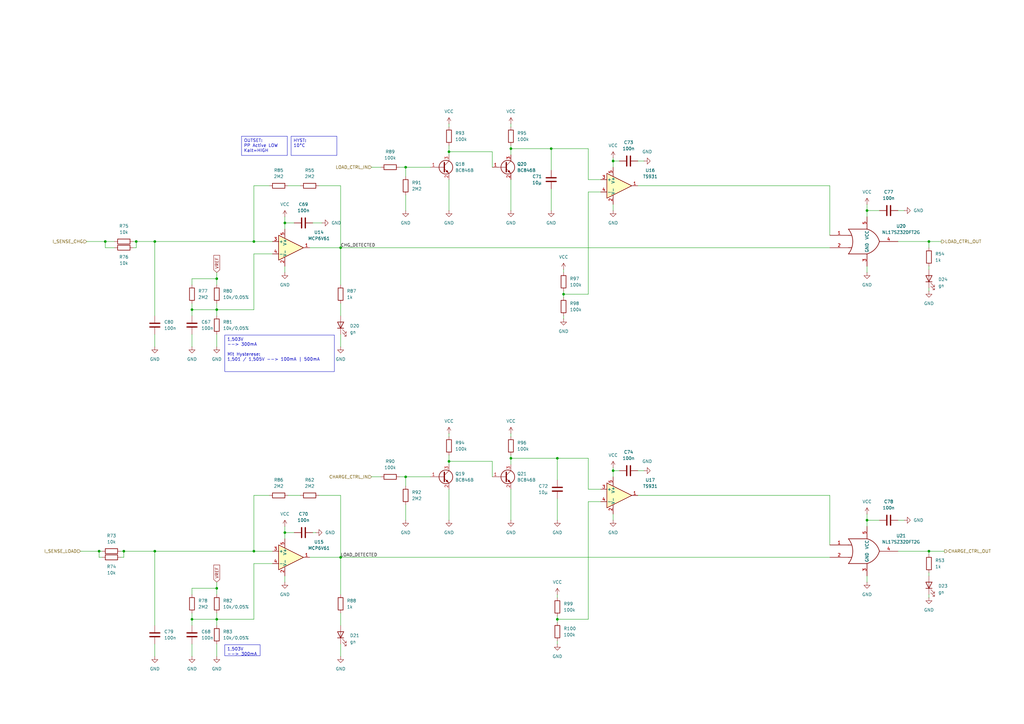
<source format=kicad_sch>
(kicad_sch
	(version 20250114)
	(generator "eeschema")
	(generator_version "9.0")
	(uuid "ae0b96a2-4831-417f-834b-5ffc35c52390")
	(paper "A3")
	(lib_symbols
		(symbol "74xGxx:74AHC1G32"
			(exclude_from_sim no)
			(in_bom yes)
			(on_board yes)
			(property "Reference" "U"
				(at -2.54 3.81 0)
				(effects
					(font
						(size 1.27 1.27)
					)
				)
			)
			(property "Value" "74AHC1G32"
				(at 0 -3.81 0)
				(effects
					(font
						(size 1.27 1.27)
					)
				)
			)
			(property "Footprint" ""
				(at 0 0 0)
				(effects
					(font
						(size 1.27 1.27)
					)
					(hide yes)
				)
			)
			(property "Datasheet" "http://www.ti.com/lit/sg/scyt129e/scyt129e.pdf"
				(at 0 0 0)
				(effects
					(font
						(size 1.27 1.27)
					)
					(hide yes)
				)
			)
			(property "Description" "Single OR Gate, Low-Voltage CMOS"
				(at 0 0 0)
				(effects
					(font
						(size 1.27 1.27)
					)
					(hide yes)
				)
			)
			(property "ki_keywords" "Single Gate OR LVC CMOS"
				(at 0 0 0)
				(effects
					(font
						(size 1.27 1.27)
					)
					(hide yes)
				)
			)
			(property "ki_fp_filters" "SOT* SG-*"
				(at 0 0 0)
				(effects
					(font
						(size 1.27 1.27)
					)
					(hide yes)
				)
			)
			(symbol "74AHC1G32_0_1"
				(arc
					(start -7.62 5.08)
					(mid -5.838 0)
					(end -7.62 -5.08)
					(stroke
						(width 0.254)
						(type default)
					)
					(fill
						(type none)
					)
				)
				(polyline
					(pts
						(xy -7.62 2.54) (xy -6.35 2.54)
					)
					(stroke
						(width 0.254)
						(type default)
					)
					(fill
						(type background)
					)
				)
				(polyline
					(pts
						(xy -7.62 -2.54) (xy -6.35 -2.54)
					)
					(stroke
						(width 0.254)
						(type default)
					)
					(fill
						(type background)
					)
				)
				(arc
					(start 5.08 0)
					(mid 3.202 -3.202)
					(end 0 -5.08)
					(stroke
						(width 0.254)
						(type default)
					)
					(fill
						(type none)
					)
				)
				(arc
					(start 0 5.08)
					(mid 3.2271 3.2271)
					(end 5.08 0)
					(stroke
						(width 0.254)
						(type default)
					)
					(fill
						(type none)
					)
				)
				(polyline
					(pts
						(xy 0 5.08) (xy -7.62 5.08)
					)
					(stroke
						(width 0.254)
						(type default)
					)
					(fill
						(type background)
					)
				)
				(polyline
					(pts
						(xy 0 -5.08) (xy -7.62 -5.08)
					)
					(stroke
						(width 0.254)
						(type default)
					)
					(fill
						(type background)
					)
				)
			)
			(symbol "74AHC1G32_1_1"
				(pin input line
					(at -15.24 2.54 0)
					(length 7.62)
					(name "~"
						(effects
							(font
								(size 1.27 1.27)
							)
						)
					)
					(number "1"
						(effects
							(font
								(size 1.27 1.27)
							)
						)
					)
				)
				(pin input line
					(at -15.24 -2.54 0)
					(length 7.62)
					(name "~"
						(effects
							(font
								(size 1.27 1.27)
							)
						)
					)
					(number "2"
						(effects
							(font
								(size 1.27 1.27)
							)
						)
					)
				)
				(pin power_in line
					(at 0 10.16 270)
					(length 5.08)
					(name "VCC"
						(effects
							(font
								(size 1.27 1.27)
							)
						)
					)
					(number "5"
						(effects
							(font
								(size 1.27 1.27)
							)
						)
					)
				)
				(pin power_in line
					(at 0 -10.16 90)
					(length 5.08)
					(name "GND"
						(effects
							(font
								(size 1.27 1.27)
							)
						)
					)
					(number "3"
						(effects
							(font
								(size 1.27 1.27)
							)
						)
					)
				)
				(pin output line
					(at 12.7 0 180)
					(length 7.62)
					(name "~"
						(effects
							(font
								(size 1.27 1.27)
							)
						)
					)
					(number "4"
						(effects
							(font
								(size 1.27 1.27)
							)
						)
					)
				)
			)
			(embedded_fonts no)
		)
		(symbol "Amplifier_Operational:MCP6001-OT"
			(pin_names
				(offset 0.127)
			)
			(exclude_from_sim no)
			(in_bom yes)
			(on_board yes)
			(property "Reference" "U"
				(at -1.27 6.35 0)
				(effects
					(font
						(size 1.27 1.27)
					)
					(justify left)
				)
			)
			(property "Value" "MCP6001-OT"
				(at -1.27 3.81 0)
				(effects
					(font
						(size 1.27 1.27)
					)
					(justify left)
				)
			)
			(property "Footprint" "Package_TO_SOT_SMD:SOT-23-5"
				(at -2.54 -5.08 0)
				(effects
					(font
						(size 1.27 1.27)
					)
					(justify left)
					(hide yes)
				)
			)
			(property "Datasheet" "https://ww1.microchip.com/downloads/en/DeviceDoc/MCP6001-1R-1U-2-4-1-MHz-Low-Power-Op-Amp-DS20001733L.pdf"
				(at 0 5.08 0)
				(effects
					(font
						(size 1.27 1.27)
					)
					(hide yes)
				)
			)
			(property "Description" "1MHz, Low-Power Op Amp, SOT-23-5"
				(at 0 0 0)
				(effects
					(font
						(size 1.27 1.27)
					)
					(hide yes)
				)
			)
			(property "ki_keywords" "single opamp"
				(at 0 0 0)
				(effects
					(font
						(size 1.27 1.27)
					)
					(hide yes)
				)
			)
			(property "ki_fp_filters" "SOT?23*"
				(at 0 0 0)
				(effects
					(font
						(size 1.27 1.27)
					)
					(hide yes)
				)
			)
			(symbol "MCP6001-OT_0_1"
				(polyline
					(pts
						(xy -5.08 5.08) (xy 5.08 0) (xy -5.08 -5.08) (xy -5.08 5.08)
					)
					(stroke
						(width 0.254)
						(type default)
					)
					(fill
						(type background)
					)
				)
				(pin power_in line
					(at -2.54 7.62 270)
					(length 3.81)
					(name "V+"
						(effects
							(font
								(size 1.27 1.27)
							)
						)
					)
					(number "5"
						(effects
							(font
								(size 1.27 1.27)
							)
						)
					)
				)
				(pin power_in line
					(at -2.54 -7.62 90)
					(length 3.81)
					(name "V-"
						(effects
							(font
								(size 1.27 1.27)
							)
						)
					)
					(number "2"
						(effects
							(font
								(size 1.27 1.27)
							)
						)
					)
				)
			)
			(symbol "MCP6001-OT_1_1"
				(pin input line
					(at -7.62 2.54 0)
					(length 2.54)
					(name "+"
						(effects
							(font
								(size 1.27 1.27)
							)
						)
					)
					(number "3"
						(effects
							(font
								(size 1.27 1.27)
							)
						)
					)
				)
				(pin input line
					(at -7.62 -2.54 0)
					(length 2.54)
					(name "-"
						(effects
							(font
								(size 1.27 1.27)
							)
						)
					)
					(number "4"
						(effects
							(font
								(size 1.27 1.27)
							)
						)
					)
				)
				(pin output line
					(at 7.62 0 180)
					(length 2.54)
					(name "~"
						(effects
							(font
								(size 1.27 1.27)
							)
						)
					)
					(number "1"
						(effects
							(font
								(size 1.27 1.27)
							)
						)
					)
				)
			)
			(embedded_fonts no)
		)
		(symbol "Amplifier_Operational:TLV9301xDBV"
			(pin_names
				(offset 0.127)
			)
			(exclude_from_sim no)
			(in_bom yes)
			(on_board yes)
			(property "Reference" "U"
				(at -1.27 6.35 0)
				(effects
					(font
						(size 1.27 1.27)
					)
					(justify left)
				)
			)
			(property "Value" "TLV9301xDBV"
				(at -1.27 3.81 0)
				(effects
					(font
						(size 1.27 1.27)
					)
					(justify left)
				)
			)
			(property "Footprint" "Package_TO_SOT_SMD:SOT-23-5"
				(at -2.54 -5.08 0)
				(effects
					(font
						(size 1.27 1.27)
					)
					(justify left)
					(hide yes)
				)
			)
			(property "Datasheet" "https://www.ti.com/lit/ds/symlink/tlv9301.pdf"
				(at 0 5.08 0)
				(effects
					(font
						(size 1.27 1.27)
					)
					(hide yes)
				)
			)
			(property "Description" "40-V, 1-MHz, RRO Operational Amplifiers for Cost-Sensitive Systems, SOT-23-5"
				(at 0 0 0)
				(effects
					(font
						(size 1.27 1.27)
					)
					(hide yes)
				)
			)
			(property "ki_keywords" "single opamp 40V rail to rail output"
				(at 0 0 0)
				(effects
					(font
						(size 1.27 1.27)
					)
					(hide yes)
				)
			)
			(property "ki_fp_filters" "SOT?23*"
				(at 0 0 0)
				(effects
					(font
						(size 1.27 1.27)
					)
					(hide yes)
				)
			)
			(symbol "TLV9301xDBV_0_1"
				(polyline
					(pts
						(xy -5.08 5.08) (xy 5.08 0) (xy -5.08 -5.08) (xy -5.08 5.08)
					)
					(stroke
						(width 0.254)
						(type default)
					)
					(fill
						(type background)
					)
				)
				(pin power_in line
					(at -2.54 7.62 270)
					(length 3.81)
					(name "V+"
						(effects
							(font
								(size 1.27 1.27)
							)
						)
					)
					(number "5"
						(effects
							(font
								(size 1.27 1.27)
							)
						)
					)
				)
				(pin power_in line
					(at -2.54 -7.62 90)
					(length 3.81)
					(name "V-"
						(effects
							(font
								(size 1.27 1.27)
							)
						)
					)
					(number "2"
						(effects
							(font
								(size 1.27 1.27)
							)
						)
					)
				)
			)
			(symbol "TLV9301xDBV_1_1"
				(pin input line
					(at -7.62 2.54 0)
					(length 2.54)
					(name "+"
						(effects
							(font
								(size 1.27 1.27)
							)
						)
					)
					(number "3"
						(effects
							(font
								(size 1.27 1.27)
							)
						)
					)
				)
				(pin input line
					(at -7.62 -2.54 0)
					(length 2.54)
					(name "-"
						(effects
							(font
								(size 1.27 1.27)
							)
						)
					)
					(number "4"
						(effects
							(font
								(size 1.27 1.27)
							)
						)
					)
				)
				(pin output line
					(at 7.62 0 180)
					(length 2.54)
					(name "~"
						(effects
							(font
								(size 1.27 1.27)
							)
						)
					)
					(number "1"
						(effects
							(font
								(size 1.27 1.27)
							)
						)
					)
				)
			)
			(embedded_fonts no)
		)
		(symbol "Device:C"
			(pin_numbers
				(hide yes)
			)
			(pin_names
				(offset 0.254)
			)
			(exclude_from_sim no)
			(in_bom yes)
			(on_board yes)
			(property "Reference" "C"
				(at 0.635 2.54 0)
				(effects
					(font
						(size 1.27 1.27)
					)
					(justify left)
				)
			)
			(property "Value" "C"
				(at 0.635 -2.54 0)
				(effects
					(font
						(size 1.27 1.27)
					)
					(justify left)
				)
			)
			(property "Footprint" ""
				(at 0.9652 -3.81 0)
				(effects
					(font
						(size 1.27 1.27)
					)
					(hide yes)
				)
			)
			(property "Datasheet" "~"
				(at 0 0 0)
				(effects
					(font
						(size 1.27 1.27)
					)
					(hide yes)
				)
			)
			(property "Description" "Unpolarized capacitor"
				(at 0 0 0)
				(effects
					(font
						(size 1.27 1.27)
					)
					(hide yes)
				)
			)
			(property "ki_keywords" "cap capacitor"
				(at 0 0 0)
				(effects
					(font
						(size 1.27 1.27)
					)
					(hide yes)
				)
			)
			(property "ki_fp_filters" "C_*"
				(at 0 0 0)
				(effects
					(font
						(size 1.27 1.27)
					)
					(hide yes)
				)
			)
			(symbol "C_0_1"
				(polyline
					(pts
						(xy -2.032 0.762) (xy 2.032 0.762)
					)
					(stroke
						(width 0.508)
						(type default)
					)
					(fill
						(type none)
					)
				)
				(polyline
					(pts
						(xy -2.032 -0.762) (xy 2.032 -0.762)
					)
					(stroke
						(width 0.508)
						(type default)
					)
					(fill
						(type none)
					)
				)
			)
			(symbol "C_1_1"
				(pin passive line
					(at 0 3.81 270)
					(length 2.794)
					(name "~"
						(effects
							(font
								(size 1.27 1.27)
							)
						)
					)
					(number "1"
						(effects
							(font
								(size 1.27 1.27)
							)
						)
					)
				)
				(pin passive line
					(at 0 -3.81 90)
					(length 2.794)
					(name "~"
						(effects
							(font
								(size 1.27 1.27)
							)
						)
					)
					(number "2"
						(effects
							(font
								(size 1.27 1.27)
							)
						)
					)
				)
			)
			(embedded_fonts no)
		)
		(symbol "Device:LED"
			(pin_numbers
				(hide yes)
			)
			(pin_names
				(offset 1.016)
				(hide yes)
			)
			(exclude_from_sim no)
			(in_bom yes)
			(on_board yes)
			(property "Reference" "D"
				(at 0 2.54 0)
				(effects
					(font
						(size 1.27 1.27)
					)
				)
			)
			(property "Value" "LED"
				(at 0 -2.54 0)
				(effects
					(font
						(size 1.27 1.27)
					)
				)
			)
			(property "Footprint" ""
				(at 0 0 0)
				(effects
					(font
						(size 1.27 1.27)
					)
					(hide yes)
				)
			)
			(property "Datasheet" "~"
				(at 0 0 0)
				(effects
					(font
						(size 1.27 1.27)
					)
					(hide yes)
				)
			)
			(property "Description" "Light emitting diode"
				(at 0 0 0)
				(effects
					(font
						(size 1.27 1.27)
					)
					(hide yes)
				)
			)
			(property "Sim.Pins" "1=K 2=A"
				(at 0 0 0)
				(effects
					(font
						(size 1.27 1.27)
					)
					(hide yes)
				)
			)
			(property "ki_keywords" "LED diode"
				(at 0 0 0)
				(effects
					(font
						(size 1.27 1.27)
					)
					(hide yes)
				)
			)
			(property "ki_fp_filters" "LED* LED_SMD:* LED_THT:*"
				(at 0 0 0)
				(effects
					(font
						(size 1.27 1.27)
					)
					(hide yes)
				)
			)
			(symbol "LED_0_1"
				(polyline
					(pts
						(xy -3.048 -0.762) (xy -4.572 -2.286) (xy -3.81 -2.286) (xy -4.572 -2.286) (xy -4.572 -1.524)
					)
					(stroke
						(width 0)
						(type default)
					)
					(fill
						(type none)
					)
				)
				(polyline
					(pts
						(xy -1.778 -0.762) (xy -3.302 -2.286) (xy -2.54 -2.286) (xy -3.302 -2.286) (xy -3.302 -1.524)
					)
					(stroke
						(width 0)
						(type default)
					)
					(fill
						(type none)
					)
				)
				(polyline
					(pts
						(xy -1.27 0) (xy 1.27 0)
					)
					(stroke
						(width 0)
						(type default)
					)
					(fill
						(type none)
					)
				)
				(polyline
					(pts
						(xy -1.27 -1.27) (xy -1.27 1.27)
					)
					(stroke
						(width 0.254)
						(type default)
					)
					(fill
						(type none)
					)
				)
				(polyline
					(pts
						(xy 1.27 -1.27) (xy 1.27 1.27) (xy -1.27 0) (xy 1.27 -1.27)
					)
					(stroke
						(width 0.254)
						(type default)
					)
					(fill
						(type none)
					)
				)
			)
			(symbol "LED_1_1"
				(pin passive line
					(at -3.81 0 0)
					(length 2.54)
					(name "K"
						(effects
							(font
								(size 1.27 1.27)
							)
						)
					)
					(number "1"
						(effects
							(font
								(size 1.27 1.27)
							)
						)
					)
				)
				(pin passive line
					(at 3.81 0 180)
					(length 2.54)
					(name "A"
						(effects
							(font
								(size 1.27 1.27)
							)
						)
					)
					(number "2"
						(effects
							(font
								(size 1.27 1.27)
							)
						)
					)
				)
			)
			(embedded_fonts no)
		)
		(symbol "Device:R"
			(pin_numbers
				(hide yes)
			)
			(pin_names
				(offset 0)
			)
			(exclude_from_sim no)
			(in_bom yes)
			(on_board yes)
			(property "Reference" "R"
				(at 2.032 0 90)
				(effects
					(font
						(size 1.27 1.27)
					)
				)
			)
			(property "Value" "R"
				(at 0 0 90)
				(effects
					(font
						(size 1.27 1.27)
					)
				)
			)
			(property "Footprint" ""
				(at -1.778 0 90)
				(effects
					(font
						(size 1.27 1.27)
					)
					(hide yes)
				)
			)
			(property "Datasheet" "~"
				(at 0 0 0)
				(effects
					(font
						(size 1.27 1.27)
					)
					(hide yes)
				)
			)
			(property "Description" "Resistor"
				(at 0 0 0)
				(effects
					(font
						(size 1.27 1.27)
					)
					(hide yes)
				)
			)
			(property "ki_keywords" "R res resistor"
				(at 0 0 0)
				(effects
					(font
						(size 1.27 1.27)
					)
					(hide yes)
				)
			)
			(property "ki_fp_filters" "R_*"
				(at 0 0 0)
				(effects
					(font
						(size 1.27 1.27)
					)
					(hide yes)
				)
			)
			(symbol "R_0_1"
				(rectangle
					(start -1.016 -2.54)
					(end 1.016 2.54)
					(stroke
						(width 0.254)
						(type default)
					)
					(fill
						(type none)
					)
				)
			)
			(symbol "R_1_1"
				(pin passive line
					(at 0 3.81 270)
					(length 1.27)
					(name "~"
						(effects
							(font
								(size 1.27 1.27)
							)
						)
					)
					(number "1"
						(effects
							(font
								(size 1.27 1.27)
							)
						)
					)
				)
				(pin passive line
					(at 0 -3.81 90)
					(length 1.27)
					(name "~"
						(effects
							(font
								(size 1.27 1.27)
							)
						)
					)
					(number "2"
						(effects
							(font
								(size 1.27 1.27)
							)
						)
					)
				)
			)
			(embedded_fonts no)
		)
		(symbol "Transistor_BJT:Q_NPN_BEC"
			(pin_names
				(offset 0)
				(hide yes)
			)
			(exclude_from_sim no)
			(in_bom yes)
			(on_board yes)
			(property "Reference" "Q"
				(at 5.08 1.27 0)
				(effects
					(font
						(size 1.27 1.27)
					)
					(justify left)
				)
			)
			(property "Value" "Q_NPN_BEC"
				(at 5.08 -1.27 0)
				(effects
					(font
						(size 1.27 1.27)
					)
					(justify left)
				)
			)
			(property "Footprint" ""
				(at 5.08 2.54 0)
				(effects
					(font
						(size 1.27 1.27)
					)
					(hide yes)
				)
			)
			(property "Datasheet" "~"
				(at 0 0 0)
				(effects
					(font
						(size 1.27 1.27)
					)
					(hide yes)
				)
			)
			(property "Description" "NPN transistor, base/emitter/collector"
				(at 0 0 0)
				(effects
					(font
						(size 1.27 1.27)
					)
					(hide yes)
				)
			)
			(property "ki_keywords" "BJT"
				(at 0 0 0)
				(effects
					(font
						(size 1.27 1.27)
					)
					(hide yes)
				)
			)
			(symbol "Q_NPN_BEC_0_1"
				(polyline
					(pts
						(xy -2.54 0) (xy 0.635 0)
					)
					(stroke
						(width 0)
						(type default)
					)
					(fill
						(type none)
					)
				)
				(polyline
					(pts
						(xy 0.635 1.905) (xy 0.635 -1.905)
					)
					(stroke
						(width 0.508)
						(type default)
					)
					(fill
						(type none)
					)
				)
				(circle
					(center 1.27 0)
					(radius 2.8194)
					(stroke
						(width 0.254)
						(type default)
					)
					(fill
						(type none)
					)
				)
			)
			(symbol "Q_NPN_BEC_1_1"
				(polyline
					(pts
						(xy 0.635 0.635) (xy 2.54 2.54)
					)
					(stroke
						(width 0)
						(type default)
					)
					(fill
						(type none)
					)
				)
				(polyline
					(pts
						(xy 0.635 -0.635) (xy 2.54 -2.54)
					)
					(stroke
						(width 0)
						(type default)
					)
					(fill
						(type none)
					)
				)
				(polyline
					(pts
						(xy 1.27 -1.778) (xy 1.778 -1.27) (xy 2.286 -2.286) (xy 1.27 -1.778)
					)
					(stroke
						(width 0)
						(type default)
					)
					(fill
						(type outline)
					)
				)
				(pin input line
					(at -5.08 0 0)
					(length 2.54)
					(name "B"
						(effects
							(font
								(size 1.27 1.27)
							)
						)
					)
					(number "1"
						(effects
							(font
								(size 1.27 1.27)
							)
						)
					)
				)
				(pin passive line
					(at 2.54 5.08 270)
					(length 2.54)
					(name "C"
						(effects
							(font
								(size 1.27 1.27)
							)
						)
					)
					(number "3"
						(effects
							(font
								(size 1.27 1.27)
							)
						)
					)
				)
				(pin passive line
					(at 2.54 -5.08 90)
					(length 2.54)
					(name "E"
						(effects
							(font
								(size 1.27 1.27)
							)
						)
					)
					(number "2"
						(effects
							(font
								(size 1.27 1.27)
							)
						)
					)
				)
			)
			(embedded_fonts no)
		)
		(symbol "power:GND"
			(power)
			(pin_numbers
				(hide yes)
			)
			(pin_names
				(offset 0)
				(hide yes)
			)
			(exclude_from_sim no)
			(in_bom yes)
			(on_board yes)
			(property "Reference" "#PWR"
				(at 0 -6.35 0)
				(effects
					(font
						(size 1.27 1.27)
					)
					(hide yes)
				)
			)
			(property "Value" "GND"
				(at 0 -3.81 0)
				(effects
					(font
						(size 1.27 1.27)
					)
				)
			)
			(property "Footprint" ""
				(at 0 0 0)
				(effects
					(font
						(size 1.27 1.27)
					)
					(hide yes)
				)
			)
			(property "Datasheet" ""
				(at 0 0 0)
				(effects
					(font
						(size 1.27 1.27)
					)
					(hide yes)
				)
			)
			(property "Description" "Power symbol creates a global label with name \"GND\" , ground"
				(at 0 0 0)
				(effects
					(font
						(size 1.27 1.27)
					)
					(hide yes)
				)
			)
			(property "ki_keywords" "global power"
				(at 0 0 0)
				(effects
					(font
						(size 1.27 1.27)
					)
					(hide yes)
				)
			)
			(symbol "GND_0_1"
				(polyline
					(pts
						(xy 0 0) (xy 0 -1.27) (xy 1.27 -1.27) (xy 0 -2.54) (xy -1.27 -1.27) (xy 0 -1.27)
					)
					(stroke
						(width 0)
						(type default)
					)
					(fill
						(type none)
					)
				)
			)
			(symbol "GND_1_1"
				(pin power_in line
					(at 0 0 270)
					(length 0)
					(name "~"
						(effects
							(font
								(size 1.27 1.27)
							)
						)
					)
					(number "1"
						(effects
							(font
								(size 1.27 1.27)
							)
						)
					)
				)
			)
			(embedded_fonts no)
		)
		(symbol "power:VCC"
			(power)
			(pin_numbers
				(hide yes)
			)
			(pin_names
				(offset 0)
				(hide yes)
			)
			(exclude_from_sim no)
			(in_bom yes)
			(on_board yes)
			(property "Reference" "#PWR"
				(at 0 -3.81 0)
				(effects
					(font
						(size 1.27 1.27)
					)
					(hide yes)
				)
			)
			(property "Value" "VCC"
				(at 0 3.556 0)
				(effects
					(font
						(size 1.27 1.27)
					)
				)
			)
			(property "Footprint" ""
				(at 0 0 0)
				(effects
					(font
						(size 1.27 1.27)
					)
					(hide yes)
				)
			)
			(property "Datasheet" ""
				(at 0 0 0)
				(effects
					(font
						(size 1.27 1.27)
					)
					(hide yes)
				)
			)
			(property "Description" "Power symbol creates a global label with name \"VCC\""
				(at 0 0 0)
				(effects
					(font
						(size 1.27 1.27)
					)
					(hide yes)
				)
			)
			(property "ki_keywords" "global power"
				(at 0 0 0)
				(effects
					(font
						(size 1.27 1.27)
					)
					(hide yes)
				)
			)
			(symbol "VCC_0_1"
				(polyline
					(pts
						(xy -0.762 1.27) (xy 0 2.54)
					)
					(stroke
						(width 0)
						(type default)
					)
					(fill
						(type none)
					)
				)
				(polyline
					(pts
						(xy 0 2.54) (xy 0.762 1.27)
					)
					(stroke
						(width 0)
						(type default)
					)
					(fill
						(type none)
					)
				)
				(polyline
					(pts
						(xy 0 0) (xy 0 2.54)
					)
					(stroke
						(width 0)
						(type default)
					)
					(fill
						(type none)
					)
				)
			)
			(symbol "VCC_1_1"
				(pin power_in line
					(at 0 0 90)
					(length 0)
					(name "~"
						(effects
							(font
								(size 1.27 1.27)
							)
						)
					)
					(number "1"
						(effects
							(font
								(size 1.27 1.27)
							)
						)
					)
				)
			)
			(embedded_fonts no)
		)
	)
	(text_box "OUTSET:\nPP Active LOW\nKalt=HIGH"
		(exclude_from_sim no)
		(at 99.06 55.88 0)
		(size 18.796 7.874)
		(margins 0.9525 0.9525 0.9525 0.9525)
		(stroke
			(width 0)
			(type default)
		)
		(fill
			(type none)
		)
		(effects
			(font
				(size 1.27 1.27)
			)
			(justify left top)
		)
		(uuid "23c0376c-20c5-4c21-a50d-c70cdc630faa")
	)
	(text_box "1,503V\n--> 300mA "
		(exclude_from_sim no)
		(at 92.202 264.414 0)
		(size 14.478 4.572)
		(margins 0.9525 0.9525 0.9525 0.9525)
		(stroke
			(width 0)
			(type default)
		)
		(fill
			(type none)
		)
		(effects
			(font
				(size 1.27 1.27)
			)
			(justify left top)
		)
		(uuid "40d17b50-3300-4ed2-b864-e10d0d3e4940")
	)
	(text_box "1,503V\n--> 300mA \n\nMit Hysterese:\n1,501 / 1,505V --> 100mA | 500mA"
		(exclude_from_sim no)
		(at 92.202 137.414 0)
		(size 44.958 14.986)
		(margins 0.9525 0.9525 0.9525 0.9525)
		(stroke
			(width 0)
			(type default)
		)
		(fill
			(type none)
		)
		(effects
			(font
				(size 1.27 1.27)
			)
			(justify left top)
		)
		(uuid "42d7c6c2-ea5c-4ba8-8f23-71f7f7ae87b0")
	)
	(text_box "HYST: \n10°C"
		(exclude_from_sim no)
		(at 119.38 55.88 0)
		(size 18.796 7.874)
		(margins 0.9525 0.9525 0.9525 0.9525)
		(stroke
			(width 0)
			(type default)
		)
		(fill
			(type none)
		)
		(effects
			(font
				(size 1.27 1.27)
			)
			(justify left top)
		)
		(uuid "5e7ffb97-80e2-4881-8764-e863b951be1b")
	)
	(junction
		(at 104.14 226.06)
		(diameter 0)
		(color 0 0 0 0)
		(uuid "1443f2fb-276d-4160-8cb5-42c4046c23e7")
	)
	(junction
		(at 381 99.06)
		(diameter 0)
		(color 0 0 0 0)
		(uuid "1abf1acd-c959-48e1-aa35-de82a5af04c8")
	)
	(junction
		(at 139.7 101.6)
		(diameter 0)
		(color 0 0 0 0)
		(uuid "1d376c80-4fbd-46d6-807a-85a7ed83df36")
	)
	(junction
		(at 63.5 226.06)
		(diameter 0)
		(color 0 0 0 0)
		(uuid "21f6ca15-61c2-49f7-b31b-be162d6ca8ba")
	)
	(junction
		(at 228.6 254)
		(diameter 0)
		(color 0 0 0 0)
		(uuid "28eeb6f8-b447-4679-96a6-72e030dc1eb8")
	)
	(junction
		(at 40.64 226.06)
		(diameter 0)
		(color 0 0 0 0)
		(uuid "2df122f2-6237-46c8-bf84-5be1e91717e6")
	)
	(junction
		(at 116.84 218.44)
		(diameter 0)
		(color 0 0 0 0)
		(uuid "37fde800-3f04-47a6-879e-cf26a6aacab5")
	)
	(junction
		(at 55.88 99.06)
		(diameter 0)
		(color 0 0 0 0)
		(uuid "46770d2d-a3d7-4687-8fbd-a80193657f00")
	)
	(junction
		(at 226.06 60.96)
		(diameter 0)
		(color 0 0 0 0)
		(uuid "56586eea-f4e8-4976-a58f-2e11029f8df3")
	)
	(junction
		(at 43.18 99.06)
		(diameter 0)
		(color 0 0 0 0)
		(uuid "5ded7af6-ec18-4c3a-b5af-71b4b0d82500")
	)
	(junction
		(at 381 226.06)
		(diameter 0)
		(color 0 0 0 0)
		(uuid "5ec85c3a-498f-4f12-a634-d96be0a714a4")
	)
	(junction
		(at 251.46 193.04)
		(diameter 0)
		(color 0 0 0 0)
		(uuid "629f7ab9-5230-4038-9efe-cf9b7ea0ce86")
	)
	(junction
		(at 88.9 254)
		(diameter 0)
		(color 0 0 0 0)
		(uuid "6a785adb-4784-43c1-9945-c0e24b9e60fe")
	)
	(junction
		(at 104.14 99.06)
		(diameter 0)
		(color 0 0 0 0)
		(uuid "7cc24e9b-6fe3-4b6a-9568-0db1c93a8ca9")
	)
	(junction
		(at 116.84 91.44)
		(diameter 0)
		(color 0 0 0 0)
		(uuid "7d40be78-b872-4a18-bc5c-9c1f9acb8804")
	)
	(junction
		(at 88.9 114.3)
		(diameter 0)
		(color 0 0 0 0)
		(uuid "8fecf762-75db-4001-9057-d55f17e43dc9")
	)
	(junction
		(at 88.9 241.3)
		(diameter 0)
		(color 0 0 0 0)
		(uuid "9eec9dae-9c2e-4be4-9a4c-1a18402c0a71")
	)
	(junction
		(at 78.74 127)
		(diameter 0)
		(color 0 0 0 0)
		(uuid "a8859905-a96b-4195-aa4b-aa0a4ca6ceab")
	)
	(junction
		(at 166.37 195.58)
		(diameter 0)
		(color 0 0 0 0)
		(uuid "b16f951f-bc22-41fc-b722-0725bf78cded")
	)
	(junction
		(at 166.37 68.58)
		(diameter 0)
		(color 0 0 0 0)
		(uuid "b36f7d83-9a1b-4853-bf8d-22334c4354a1")
	)
	(junction
		(at 63.5 99.06)
		(diameter 0)
		(color 0 0 0 0)
		(uuid "b3de9284-4c54-43b0-a5d5-97526ca9cd48")
	)
	(junction
		(at 355.6 213.36)
		(diameter 0)
		(color 0 0 0 0)
		(uuid "b7bbf467-f288-4c5c-a8bf-4b31eb74294a")
	)
	(junction
		(at 251.46 66.04)
		(diameter 0)
		(color 0 0 0 0)
		(uuid "bab15166-ee8d-4880-acef-d21db043bb58")
	)
	(junction
		(at 139.7 228.6)
		(diameter 0)
		(color 0 0 0 0)
		(uuid "bf2cff2c-d037-4505-a888-bc32c98c4605")
	)
	(junction
		(at 50.8 226.06)
		(diameter 0)
		(color 0 0 0 0)
		(uuid "c837934a-f6ee-4ad4-9a5f-26a525b0b31a")
	)
	(junction
		(at 355.6 86.36)
		(diameter 0)
		(color 0 0 0 0)
		(uuid "c9f6b5b5-1398-4135-b327-ae1ef2dc0de2")
	)
	(junction
		(at 78.74 254)
		(diameter 0)
		(color 0 0 0 0)
		(uuid "d2faf626-39f9-4a12-95ed-67e9f80897da")
	)
	(junction
		(at 231.14 120.65)
		(diameter 0)
		(color 0 0 0 0)
		(uuid "dbc21cdc-e4e4-4efa-9d18-b19500bafc17")
	)
	(junction
		(at 184.15 62.23)
		(diameter 0)
		(color 0 0 0 0)
		(uuid "e337c27f-72ef-4d5f-8f95-87488c482464")
	)
	(junction
		(at 228.6 187.96)
		(diameter 0)
		(color 0 0 0 0)
		(uuid "ebd2c900-f3fc-435b-bbe8-e16f20d9dbb4")
	)
	(junction
		(at 209.55 60.96)
		(diameter 0)
		(color 0 0 0 0)
		(uuid "eece6246-b557-4c5c-bdb9-f71705a86c63")
	)
	(junction
		(at 184.15 189.23)
		(diameter 0)
		(color 0 0 0 0)
		(uuid "f727216d-135f-447d-a0dd-2e56c442bec1")
	)
	(junction
		(at 88.9 127)
		(diameter 0)
		(color 0 0 0 0)
		(uuid "f91bf71f-d4fb-45d5-8005-4d52b749056f")
	)
	(junction
		(at 209.55 187.96)
		(diameter 0)
		(color 0 0 0 0)
		(uuid "f924d590-acb7-49c8-911b-3fa975aa0a9f")
	)
	(wire
		(pts
			(xy 209.55 187.96) (xy 228.6 187.96)
		)
		(stroke
			(width 0)
			(type default)
		)
		(uuid "028f9144-f8a7-4e68-8f84-0330e5c5cce4")
	)
	(wire
		(pts
			(xy 49.53 226.06) (xy 50.8 226.06)
		)
		(stroke
			(width 0)
			(type default)
		)
		(uuid "033a39db-2970-4864-8a82-0cbd56d44a41")
	)
	(wire
		(pts
			(xy 231.14 120.65) (xy 241.3 120.65)
		)
		(stroke
			(width 0)
			(type default)
		)
		(uuid "0587bbfc-29e8-449e-8313-d1387c6c6aab")
	)
	(wire
		(pts
			(xy 184.15 189.23) (xy 184.15 190.5)
		)
		(stroke
			(width 0)
			(type default)
		)
		(uuid "06e3fb12-93ff-46ba-bfe8-919209e7affc")
	)
	(wire
		(pts
			(xy 176.53 68.58) (xy 166.37 68.58)
		)
		(stroke
			(width 0)
			(type default)
		)
		(uuid "08d2b74d-59bf-47c7-b32b-50096cb07289")
	)
	(wire
		(pts
			(xy 55.88 99.06) (xy 63.5 99.06)
		)
		(stroke
			(width 0)
			(type default)
		)
		(uuid "098f26a0-a3bf-46b8-bc18-56800eb15330")
	)
	(wire
		(pts
			(xy 184.15 73.66) (xy 184.15 86.36)
		)
		(stroke
			(width 0)
			(type default)
		)
		(uuid "0a2e090f-c726-4da6-be9d-8e4e7c01ae47")
	)
	(wire
		(pts
			(xy 209.55 177.8) (xy 209.55 179.07)
		)
		(stroke
			(width 0)
			(type default)
		)
		(uuid "0b2ad358-8fb2-4905-b19b-6c7fa3b10087")
	)
	(wire
		(pts
			(xy 163.83 195.58) (xy 166.37 195.58)
		)
		(stroke
			(width 0)
			(type default)
		)
		(uuid "0daa941e-c358-4205-9388-d38a74ef9ae6")
	)
	(wire
		(pts
			(xy 54.61 99.06) (xy 55.88 99.06)
		)
		(stroke
			(width 0)
			(type default)
		)
		(uuid "0e4882ae-73f5-4985-a265-a6ba9b7acd42")
	)
	(wire
		(pts
			(xy 368.3 86.36) (xy 370.84 86.36)
		)
		(stroke
			(width 0)
			(type default)
		)
		(uuid "110ac005-641d-4682-b858-84fdb317c8d7")
	)
	(wire
		(pts
			(xy 228.6 196.85) (xy 228.6 187.96)
		)
		(stroke
			(width 0)
			(type default)
		)
		(uuid "1283d4a2-8b0a-4f02-bc60-8aa8423697b3")
	)
	(wire
		(pts
			(xy 241.3 60.96) (xy 241.3 73.66)
		)
		(stroke
			(width 0)
			(type default)
		)
		(uuid "148b18ce-9e0b-4968-9390-542ce10d0580")
	)
	(wire
		(pts
			(xy 43.18 99.06) (xy 46.99 99.06)
		)
		(stroke
			(width 0)
			(type default)
		)
		(uuid "17f9cf23-092a-4c47-916a-2f69770aca0c")
	)
	(wire
		(pts
			(xy 104.14 254) (xy 104.14 231.14)
		)
		(stroke
			(width 0)
			(type default)
		)
		(uuid "19ea89c1-a34e-42ea-bf33-51f68800e5d5")
	)
	(wire
		(pts
			(xy 116.84 220.98) (xy 116.84 218.44)
		)
		(stroke
			(width 0)
			(type default)
		)
		(uuid "1dbd5dab-5b28-4b9e-936d-9730d6b2612d")
	)
	(wire
		(pts
			(xy 35.56 99.06) (xy 43.18 99.06)
		)
		(stroke
			(width 0)
			(type default)
		)
		(uuid "1de5659d-10fd-42c4-bda4-8803721b2e9e")
	)
	(wire
		(pts
			(xy 128.27 91.44) (xy 132.08 91.44)
		)
		(stroke
			(width 0)
			(type default)
		)
		(uuid "1dfb27d2-e10e-449a-beff-7e9c1e8b68ea")
	)
	(wire
		(pts
			(xy 88.9 114.3) (xy 88.9 116.84)
		)
		(stroke
			(width 0)
			(type default)
		)
		(uuid "1ea0d333-8388-4619-ad08-ab1ca2f039c0")
	)
	(wire
		(pts
			(xy 241.3 205.74) (xy 246.38 205.74)
		)
		(stroke
			(width 0)
			(type default)
		)
		(uuid "1f41e5c6-ab6c-4536-93a4-572c4fe924b5")
	)
	(wire
		(pts
			(xy 139.7 264.16) (xy 139.7 269.24)
		)
		(stroke
			(width 0)
			(type default)
		)
		(uuid "1f619fe2-4903-44c2-bf2c-e406a980caa6")
	)
	(wire
		(pts
			(xy 261.62 203.2) (xy 340.36 203.2)
		)
		(stroke
			(width 0)
			(type default)
		)
		(uuid "1fefb5a2-0fbf-421c-82e5-62d356c8d613")
	)
	(wire
		(pts
			(xy 261.62 66.04) (xy 264.16 66.04)
		)
		(stroke
			(width 0)
			(type default)
		)
		(uuid "215d3f9f-b743-48dd-ac8f-4133a8e73578")
	)
	(wire
		(pts
			(xy 355.6 215.9) (xy 355.6 213.36)
		)
		(stroke
			(width 0)
			(type default)
		)
		(uuid "2265bfc2-c3fd-4813-90a9-6df1a69b6393")
	)
	(wire
		(pts
			(xy 118.11 203.2) (xy 123.19 203.2)
		)
		(stroke
			(width 0)
			(type default)
		)
		(uuid "228ab80c-6b6d-4775-9435-535a62a3b118")
	)
	(wire
		(pts
			(xy 209.55 186.69) (xy 209.55 187.96)
		)
		(stroke
			(width 0)
			(type default)
		)
		(uuid "23542c33-cc3e-4ee0-86b8-00820c12bac8")
	)
	(wire
		(pts
			(xy 163.83 68.58) (xy 166.37 68.58)
		)
		(stroke
			(width 0)
			(type default)
		)
		(uuid "23dc4c89-c2b1-4765-a5fd-45152f436b4f")
	)
	(wire
		(pts
			(xy 50.8 228.6) (xy 50.8 226.06)
		)
		(stroke
			(width 0)
			(type default)
		)
		(uuid "2608d304-4e71-454f-8e4e-c796fc6ce861")
	)
	(wire
		(pts
			(xy 201.93 62.23) (xy 201.93 68.58)
		)
		(stroke
			(width 0)
			(type default)
		)
		(uuid "2c245386-7525-43d8-ab4f-246e72e35ef2")
	)
	(wire
		(pts
			(xy 139.7 203.2) (xy 139.7 228.6)
		)
		(stroke
			(width 0)
			(type default)
		)
		(uuid "2ff7426f-5dec-4ad6-85b7-002dcb2d9264")
	)
	(wire
		(pts
			(xy 139.7 228.6) (xy 340.36 228.6)
		)
		(stroke
			(width 0)
			(type default)
		)
		(uuid "33fa46bd-b2a9-492c-8d98-05e755764798")
	)
	(wire
		(pts
			(xy 120.65 218.44) (xy 116.84 218.44)
		)
		(stroke
			(width 0)
			(type default)
		)
		(uuid "35861de3-c069-4915-8c29-bf0d873c42ca")
	)
	(wire
		(pts
			(xy 381 243.84) (xy 381 245.11)
		)
		(stroke
			(width 0)
			(type default)
		)
		(uuid "3754a9ab-e8b6-4297-b9dd-66bb7ecd9ae4")
	)
	(wire
		(pts
			(xy 104.14 104.14) (xy 111.76 104.14)
		)
		(stroke
			(width 0)
			(type default)
		)
		(uuid "38b6cecd-3232-4b90-8dca-e10aaa32a8d4")
	)
	(wire
		(pts
			(xy 355.6 88.9) (xy 355.6 86.36)
		)
		(stroke
			(width 0)
			(type default)
		)
		(uuid "3b54f5e0-33dd-413c-a797-7f6ee8a84f55")
	)
	(wire
		(pts
			(xy 228.6 243.84) (xy 228.6 245.11)
		)
		(stroke
			(width 0)
			(type default)
		)
		(uuid "3b611b67-10f2-408b-aa63-6d914daf899a")
	)
	(wire
		(pts
			(xy 130.81 76.2) (xy 139.7 76.2)
		)
		(stroke
			(width 0)
			(type default)
		)
		(uuid "3c1b4671-4ed0-4184-8a1d-90fc90c0d3b4")
	)
	(wire
		(pts
			(xy 381 99.06) (xy 381 101.6)
		)
		(stroke
			(width 0)
			(type default)
		)
		(uuid "3c4fbf27-8e4f-4d76-93ea-990dcdcce9eb")
	)
	(wire
		(pts
			(xy 88.9 241.3) (xy 88.9 243.84)
		)
		(stroke
			(width 0)
			(type default)
		)
		(uuid "3c797d75-71f0-4239-8c1c-d3096c5d0c87")
	)
	(wire
		(pts
			(xy 139.7 101.6) (xy 127 101.6)
		)
		(stroke
			(width 0)
			(type default)
		)
		(uuid "428c8b77-0bc7-46c0-a58e-e7d31e51d192")
	)
	(wire
		(pts
			(xy 139.7 137.16) (xy 139.7 142.24)
		)
		(stroke
			(width 0)
			(type default)
		)
		(uuid "457901bc-9471-4a5b-b04c-c25ee767118c")
	)
	(wire
		(pts
			(xy 88.9 127) (xy 104.14 127)
		)
		(stroke
			(width 0)
			(type default)
		)
		(uuid "47d57da5-44dd-41e0-897b-a4dc91698354")
	)
	(wire
		(pts
			(xy 63.5 226.06) (xy 104.14 226.06)
		)
		(stroke
			(width 0)
			(type default)
		)
		(uuid "47f8e843-03ef-46b7-aa5f-705661710a97")
	)
	(wire
		(pts
			(xy 116.84 111.76) (xy 116.84 109.22)
		)
		(stroke
			(width 0)
			(type default)
		)
		(uuid "4a257fb9-9401-49c2-9adc-4bbb54eaeef7")
	)
	(wire
		(pts
			(xy 120.65 91.44) (xy 116.84 91.44)
		)
		(stroke
			(width 0)
			(type default)
		)
		(uuid "4d92c2be-64dc-4af5-bb37-b337ac38de24")
	)
	(wire
		(pts
			(xy 41.91 228.6) (xy 40.64 228.6)
		)
		(stroke
			(width 0)
			(type default)
		)
		(uuid "4df785b4-f11e-45e9-8fbe-3feb5f677445")
	)
	(wire
		(pts
			(xy 78.74 251.46) (xy 78.74 254)
		)
		(stroke
			(width 0)
			(type default)
		)
		(uuid "4e6cd83c-f1ba-4df2-b4bb-36fc5f6b7cd5")
	)
	(wire
		(pts
			(xy 251.46 66.04) (xy 251.46 68.58)
		)
		(stroke
			(width 0)
			(type default)
		)
		(uuid "52c1d495-1b43-4890-9018-70031bc1aad7")
	)
	(wire
		(pts
			(xy 78.74 254) (xy 78.74 256.54)
		)
		(stroke
			(width 0)
			(type default)
		)
		(uuid "52e207bd-8c7d-4676-ba1c-d801556b4313")
	)
	(wire
		(pts
			(xy 241.3 200.66) (xy 246.38 200.66)
		)
		(stroke
			(width 0)
			(type default)
		)
		(uuid "543ed09f-eecd-4751-894b-456f5ac561f3")
	)
	(wire
		(pts
			(xy 49.53 228.6) (xy 50.8 228.6)
		)
		(stroke
			(width 0)
			(type default)
		)
		(uuid "55848b1c-1681-4791-a46f-ba9c82c537d0")
	)
	(wire
		(pts
			(xy 33.02 226.06) (xy 40.64 226.06)
		)
		(stroke
			(width 0)
			(type default)
		)
		(uuid "55b95d90-ed94-4bc6-b00a-1617e99fa407")
	)
	(wire
		(pts
			(xy 368.3 226.06) (xy 381 226.06)
		)
		(stroke
			(width 0)
			(type default)
		)
		(uuid "55c9b8b5-e4d8-47f7-8600-ba3ffcde17ad")
	)
	(wire
		(pts
			(xy 139.7 228.6) (xy 127 228.6)
		)
		(stroke
			(width 0)
			(type default)
		)
		(uuid "55e0af07-6fa4-411e-ae3a-0ed68ff22282")
	)
	(wire
		(pts
			(xy 54.61 101.6) (xy 55.88 101.6)
		)
		(stroke
			(width 0)
			(type default)
		)
		(uuid "5bdc6b84-fb7f-4454-affe-8c0286aaedb5")
	)
	(wire
		(pts
			(xy 261.62 76.2) (xy 340.36 76.2)
		)
		(stroke
			(width 0)
			(type default)
		)
		(uuid "605d7d53-6c7a-467c-92ed-f450c64e90a1")
	)
	(wire
		(pts
			(xy 209.55 60.96) (xy 226.06 60.96)
		)
		(stroke
			(width 0)
			(type default)
		)
		(uuid "60bcea5f-5d54-4a02-b017-7ea1c4fabb05")
	)
	(wire
		(pts
			(xy 139.7 76.2) (xy 139.7 101.6)
		)
		(stroke
			(width 0)
			(type default)
		)
		(uuid "61790986-342c-497d-9ae4-a0dbe940819e")
	)
	(wire
		(pts
			(xy 231.14 129.54) (xy 231.14 130.81)
		)
		(stroke
			(width 0)
			(type default)
		)
		(uuid "62272906-9af5-4b6e-9d3d-10c1e3c99c0d")
	)
	(wire
		(pts
			(xy 88.9 129.54) (xy 88.9 127)
		)
		(stroke
			(width 0)
			(type default)
		)
		(uuid "62cd92ce-2ae4-4ba5-8114-37facf4e7ab5")
	)
	(wire
		(pts
			(xy 261.62 193.04) (xy 264.16 193.04)
		)
		(stroke
			(width 0)
			(type default)
		)
		(uuid "63168197-983a-4bf4-ada6-6bef232bd34b")
	)
	(wire
		(pts
			(xy 251.46 193.04) (xy 254 193.04)
		)
		(stroke
			(width 0)
			(type default)
		)
		(uuid "64009ee0-4602-42c3-a6eb-c4d55c1cd412")
	)
	(wire
		(pts
			(xy 63.5 99.06) (xy 104.14 99.06)
		)
		(stroke
			(width 0)
			(type default)
		)
		(uuid "6503532e-c1db-4ffa-a31d-7907354cae38")
	)
	(wire
		(pts
			(xy 104.14 99.06) (xy 111.76 99.06)
		)
		(stroke
			(width 0)
			(type default)
		)
		(uuid "6c75dbe0-46f4-43dd-aa57-08a4d51cf200")
	)
	(wire
		(pts
			(xy 78.74 241.3) (xy 88.9 241.3)
		)
		(stroke
			(width 0)
			(type default)
		)
		(uuid "6ce24a1d-ecdb-43c2-87ce-794bbf116818")
	)
	(wire
		(pts
			(xy 251.46 83.82) (xy 251.46 86.36)
		)
		(stroke
			(width 0)
			(type default)
		)
		(uuid "6cf91a71-a610-447d-9221-d095f7cd231f")
	)
	(wire
		(pts
			(xy 78.74 114.3) (xy 88.9 114.3)
		)
		(stroke
			(width 0)
			(type default)
		)
		(uuid "6e15bed4-decc-4a7a-8478-646bb5bd38ca")
	)
	(wire
		(pts
			(xy 55.88 101.6) (xy 55.88 99.06)
		)
		(stroke
			(width 0)
			(type default)
		)
		(uuid "6e7384f6-eea5-4457-bcf2-9e5595e2baef")
	)
	(wire
		(pts
			(xy 251.46 193.04) (xy 251.46 195.58)
		)
		(stroke
			(width 0)
			(type default)
		)
		(uuid "6fc9b7d9-27fd-428c-ad71-193e3a3e90d6")
	)
	(wire
		(pts
			(xy 355.6 213.36) (xy 355.6 210.82)
		)
		(stroke
			(width 0)
			(type default)
		)
		(uuid "70aef669-560b-4d5d-99a4-7c2cd5d33a22")
	)
	(wire
		(pts
			(xy 231.14 110.49) (xy 231.14 111.76)
		)
		(stroke
			(width 0)
			(type default)
		)
		(uuid "74393d24-c2fc-4912-b674-f8643a8a81b6")
	)
	(wire
		(pts
			(xy 116.84 238.76) (xy 116.84 236.22)
		)
		(stroke
			(width 0)
			(type default)
		)
		(uuid "74911077-23eb-4044-a81e-779b58937239")
	)
	(wire
		(pts
			(xy 184.15 59.69) (xy 184.15 62.23)
		)
		(stroke
			(width 0)
			(type default)
		)
		(uuid "76253f97-9905-42ac-8c36-b4a7eee6ec5a")
	)
	(wire
		(pts
			(xy 110.49 76.2) (xy 104.14 76.2)
		)
		(stroke
			(width 0)
			(type default)
		)
		(uuid "783031f2-803e-42e2-96d7-69dc8d5a3ec6")
	)
	(wire
		(pts
			(xy 251.46 210.82) (xy 251.46 213.36)
		)
		(stroke
			(width 0)
			(type default)
		)
		(uuid "7a75324c-8bb3-49a7-ac8b-02ee4d0ae6a0")
	)
	(wire
		(pts
			(xy 43.18 101.6) (xy 43.18 99.06)
		)
		(stroke
			(width 0)
			(type default)
		)
		(uuid "7aa1318e-5cfa-4e02-976d-3459647029bc")
	)
	(wire
		(pts
			(xy 88.9 142.24) (xy 88.9 137.16)
		)
		(stroke
			(width 0)
			(type default)
		)
		(uuid "7b2a1877-ce14-4654-bd76-1a9cf03e2b90")
	)
	(wire
		(pts
			(xy 209.55 200.66) (xy 209.55 213.36)
		)
		(stroke
			(width 0)
			(type default)
		)
		(uuid "7baf66a6-7ddd-417c-92a4-1f19186b8743")
	)
	(wire
		(pts
			(xy 209.55 59.69) (xy 209.55 60.96)
		)
		(stroke
			(width 0)
			(type default)
		)
		(uuid "7c72d72f-38d1-45a5-8361-f444da01c302")
	)
	(wire
		(pts
			(xy 139.7 129.54) (xy 139.7 124.46)
		)
		(stroke
			(width 0)
			(type default)
		)
		(uuid "7dfdfd52-e423-451a-aaf9-404ab563bd89")
	)
	(wire
		(pts
			(xy 46.99 101.6) (xy 43.18 101.6)
		)
		(stroke
			(width 0)
			(type default)
		)
		(uuid "7f79c401-b836-4b38-bf9a-e21ae6240981")
	)
	(wire
		(pts
			(xy 251.46 191.77) (xy 251.46 193.04)
		)
		(stroke
			(width 0)
			(type default)
		)
		(uuid "833d7749-5dbb-4bf6-847d-4f393e3af0cf")
	)
	(wire
		(pts
			(xy 116.84 91.44) (xy 116.84 88.9)
		)
		(stroke
			(width 0)
			(type default)
		)
		(uuid "835900b2-33fc-4065-8851-9e16f94a6fe2")
	)
	(wire
		(pts
			(xy 88.9 254) (xy 88.9 251.46)
		)
		(stroke
			(width 0)
			(type default)
		)
		(uuid "839375c8-b138-486e-9c40-401d25867c09")
	)
	(wire
		(pts
			(xy 88.9 127) (xy 88.9 124.46)
		)
		(stroke
			(width 0)
			(type default)
		)
		(uuid "83d4fda5-7684-4980-9bb2-a0c048566e17")
	)
	(wire
		(pts
			(xy 78.74 243.84) (xy 78.74 241.3)
		)
		(stroke
			(width 0)
			(type default)
		)
		(uuid "853e4f03-7196-4750-a817-37f3f624576d")
	)
	(wire
		(pts
			(xy 104.14 231.14) (xy 111.76 231.14)
		)
		(stroke
			(width 0)
			(type default)
		)
		(uuid "89afca63-863e-4b3b-93a2-0a4b2185a669")
	)
	(wire
		(pts
			(xy 139.7 116.84) (xy 139.7 101.6)
		)
		(stroke
			(width 0)
			(type default)
		)
		(uuid "8a53d80a-6bed-4a82-9bee-39638426b325")
	)
	(wire
		(pts
			(xy 152.4 68.58) (xy 156.21 68.58)
		)
		(stroke
			(width 0)
			(type default)
		)
		(uuid "8a88365b-b433-4361-a388-833374bf653e")
	)
	(wire
		(pts
			(xy 209.55 187.96) (xy 209.55 190.5)
		)
		(stroke
			(width 0)
			(type default)
		)
		(uuid "8b981866-cf5d-49f3-8c22-35bfb9a7d7fc")
	)
	(wire
		(pts
			(xy 110.49 203.2) (xy 104.14 203.2)
		)
		(stroke
			(width 0)
			(type default)
		)
		(uuid "8f36b862-e975-4c33-8e0b-2c7b5835c89f")
	)
	(wire
		(pts
			(xy 241.3 187.96) (xy 241.3 200.66)
		)
		(stroke
			(width 0)
			(type default)
		)
		(uuid "8f8d347e-79df-452b-a302-5162520685c2")
	)
	(wire
		(pts
			(xy 251.46 66.04) (xy 254 66.04)
		)
		(stroke
			(width 0)
			(type default)
		)
		(uuid "8f9affae-a4e3-49e1-8559-14df7c5692d0")
	)
	(wire
		(pts
			(xy 176.53 195.58) (xy 166.37 195.58)
		)
		(stroke
			(width 0)
			(type default)
		)
		(uuid "91dad071-234d-4e33-85d6-9a184485337e")
	)
	(wire
		(pts
			(xy 78.74 127) (xy 88.9 127)
		)
		(stroke
			(width 0)
			(type default)
		)
		(uuid "926c3cdf-3a92-4b26-9258-1352b10085e1")
	)
	(wire
		(pts
			(xy 88.9 238.76) (xy 88.9 241.3)
		)
		(stroke
			(width 0)
			(type default)
		)
		(uuid "92dc6c25-c684-4625-9271-cdb2a0d96529")
	)
	(wire
		(pts
			(xy 228.6 252.73) (xy 228.6 254)
		)
		(stroke
			(width 0)
			(type default)
		)
		(uuid "94105a6b-fb5d-4e9e-9f23-d5362a154ddf")
	)
	(wire
		(pts
			(xy 166.37 80.01) (xy 166.37 86.36)
		)
		(stroke
			(width 0)
			(type default)
		)
		(uuid "94755331-4870-4665-9498-0e1c0ef9bad6")
	)
	(wire
		(pts
			(xy 63.5 99.06) (xy 63.5 129.54)
		)
		(stroke
			(width 0)
			(type default)
		)
		(uuid "983eb1ed-55d0-40b7-8446-43be1a012016")
	)
	(wire
		(pts
			(xy 381 226.06) (xy 387.35 226.06)
		)
		(stroke
			(width 0)
			(type default)
		)
		(uuid "9a01ca9d-0612-40bb-b532-d94401f24ec1")
	)
	(wire
		(pts
			(xy 40.64 226.06) (xy 41.91 226.06)
		)
		(stroke
			(width 0)
			(type default)
		)
		(uuid "9d0044aa-6f76-48d7-9492-c892a49e43ba")
	)
	(wire
		(pts
			(xy 40.64 228.6) (xy 40.64 226.06)
		)
		(stroke
			(width 0)
			(type default)
		)
		(uuid "9f090e51-cfa3-49c9-ab8f-22a9a287bb51")
	)
	(wire
		(pts
			(xy 116.84 93.98) (xy 116.84 91.44)
		)
		(stroke
			(width 0)
			(type default)
		)
		(uuid "9f5c7051-dd2a-4264-b1a2-a65de21afbcc")
	)
	(wire
		(pts
			(xy 355.6 238.76) (xy 355.6 236.22)
		)
		(stroke
			(width 0)
			(type default)
		)
		(uuid "a0cb055a-c5c2-40d7-83f2-0f89d324e77d")
	)
	(wire
		(pts
			(xy 78.74 124.46) (xy 78.74 127)
		)
		(stroke
			(width 0)
			(type default)
		)
		(uuid "a18ada25-93eb-407c-a8dc-65778217e866")
	)
	(wire
		(pts
			(xy 226.06 86.36) (xy 226.06 77.47)
		)
		(stroke
			(width 0)
			(type default)
		)
		(uuid "a29e5515-7cfc-4116-9267-5fc2e94a1ae0")
	)
	(wire
		(pts
			(xy 184.15 189.23) (xy 201.93 189.23)
		)
		(stroke
			(width 0)
			(type default)
		)
		(uuid "a35f021e-fda9-4e7b-a7d5-2a4ebe888499")
	)
	(wire
		(pts
			(xy 228.6 254) (xy 228.6 255.27)
		)
		(stroke
			(width 0)
			(type default)
		)
		(uuid "a4dc0b15-f491-43ee-8bb2-67f183de1e16")
	)
	(wire
		(pts
			(xy 381 110.49) (xy 381 109.22)
		)
		(stroke
			(width 0)
			(type default)
		)
		(uuid "a990da7a-3310-4786-9fe6-07fbfc816783")
	)
	(wire
		(pts
			(xy 184.15 177.8) (xy 184.15 179.07)
		)
		(stroke
			(width 0)
			(type default)
		)
		(uuid "aa01a528-f922-4cc1-b148-e3fd66045090")
	)
	(wire
		(pts
			(xy 166.37 195.58) (xy 166.37 199.39)
		)
		(stroke
			(width 0)
			(type default)
		)
		(uuid "ab2e4e84-655c-4db2-80ea-7157d7e469f0")
	)
	(wire
		(pts
			(xy 104.14 203.2) (xy 104.14 226.06)
		)
		(stroke
			(width 0)
			(type default)
		)
		(uuid "abd27e4e-a4ed-4012-84c9-40e64f6c8ae5")
	)
	(wire
		(pts
			(xy 78.74 254) (xy 88.9 254)
		)
		(stroke
			(width 0)
			(type default)
		)
		(uuid "abf0536c-61b2-41c6-bf9a-3c8a8280c2c3")
	)
	(wire
		(pts
			(xy 88.9 269.24) (xy 88.9 264.16)
		)
		(stroke
			(width 0)
			(type default)
		)
		(uuid "ac2aba8b-e7a8-4799-bd48-f04a12f1b009")
	)
	(wire
		(pts
			(xy 139.7 256.54) (xy 139.7 251.46)
		)
		(stroke
			(width 0)
			(type default)
		)
		(uuid "ae56cab4-9207-45b0-8634-5b1baa79aee1")
	)
	(wire
		(pts
			(xy 381 118.11) (xy 381 119.38)
		)
		(stroke
			(width 0)
			(type default)
		)
		(uuid "afbc4c05-c0e1-40eb-98de-26915d4281c2")
	)
	(wire
		(pts
			(xy 63.5 264.16) (xy 63.5 269.24)
		)
		(stroke
			(width 0)
			(type default)
		)
		(uuid "afbcfb08-219b-4936-9f12-33f5fd9110f1")
	)
	(wire
		(pts
			(xy 152.4 195.58) (xy 156.21 195.58)
		)
		(stroke
			(width 0)
			(type default)
		)
		(uuid "b2478306-f763-401d-91b3-a9a920cd3806")
	)
	(wire
		(pts
			(xy 360.68 86.36) (xy 355.6 86.36)
		)
		(stroke
			(width 0)
			(type default)
		)
		(uuid "b3ee30f8-8362-4b97-b82b-31cb9a29c539")
	)
	(wire
		(pts
			(xy 241.3 78.74) (xy 246.38 78.74)
		)
		(stroke
			(width 0)
			(type default)
		)
		(uuid "b4497e12-b9a5-4ddd-a3e4-19a129fb9c0e")
	)
	(wire
		(pts
			(xy 78.74 142.24) (xy 78.74 137.16)
		)
		(stroke
			(width 0)
			(type default)
		)
		(uuid "b9fc5fb5-9d48-4e4d-aecd-b28386aebf46")
	)
	(wire
		(pts
			(xy 104.14 76.2) (xy 104.14 99.06)
		)
		(stroke
			(width 0)
			(type default)
		)
		(uuid "baee4044-ba0a-42f1-bd3e-ecf6268bb6c5")
	)
	(wire
		(pts
			(xy 78.74 116.84) (xy 78.74 114.3)
		)
		(stroke
			(width 0)
			(type default)
		)
		(uuid "bb675904-070a-44fa-86ff-6f507d0bfe96")
	)
	(wire
		(pts
			(xy 228.6 213.36) (xy 228.6 204.47)
		)
		(stroke
			(width 0)
			(type default)
		)
		(uuid "bd76547d-d4be-47ce-80e2-248bfb822acb")
	)
	(wire
		(pts
			(xy 381 99.06) (xy 386.08 99.06)
		)
		(stroke
			(width 0)
			(type default)
		)
		(uuid "beedebcb-311e-48ea-b263-2a52078c16df")
	)
	(wire
		(pts
			(xy 209.55 73.66) (xy 209.55 86.36)
		)
		(stroke
			(width 0)
			(type default)
		)
		(uuid "bf331b17-3408-459a-9adc-76686cac4233")
	)
	(wire
		(pts
			(xy 340.36 76.2) (xy 340.36 96.52)
		)
		(stroke
			(width 0)
			(type default)
		)
		(uuid "bfccff47-4de5-4336-86e5-6bb7cf661414")
	)
	(wire
		(pts
			(xy 231.14 120.65) (xy 231.14 121.92)
		)
		(stroke
			(width 0)
			(type default)
		)
		(uuid "c126e344-7314-4173-b4b9-5fd6acec1f66")
	)
	(wire
		(pts
			(xy 228.6 187.96) (xy 241.3 187.96)
		)
		(stroke
			(width 0)
			(type default)
		)
		(uuid "c2921639-f947-42e5-9cbf-a0480be30b2e")
	)
	(wire
		(pts
			(xy 231.14 119.38) (xy 231.14 120.65)
		)
		(stroke
			(width 0)
			(type default)
		)
		(uuid "c2f0daae-d053-4955-91c3-571d0753cffc")
	)
	(wire
		(pts
			(xy 104.14 127) (xy 104.14 104.14)
		)
		(stroke
			(width 0)
			(type default)
		)
		(uuid "c46a4d2b-1d5a-42ca-b9cb-4e8029747787")
	)
	(wire
		(pts
			(xy 63.5 137.16) (xy 63.5 142.24)
		)
		(stroke
			(width 0)
			(type default)
		)
		(uuid "c4a744ca-8ba0-49e2-bd62-d7afa6127dd7")
	)
	(wire
		(pts
			(xy 251.46 64.77) (xy 251.46 66.04)
		)
		(stroke
			(width 0)
			(type default)
		)
		(uuid "c512add2-3683-4fdc-a089-44ae19150ed5")
	)
	(wire
		(pts
			(xy 228.6 254) (xy 241.3 254)
		)
		(stroke
			(width 0)
			(type default)
		)
		(uuid "c7a37bd5-d8f4-42a9-b795-59ce1d27dbe1")
	)
	(wire
		(pts
			(xy 184.15 62.23) (xy 201.93 62.23)
		)
		(stroke
			(width 0)
			(type default)
		)
		(uuid "c85058bb-c397-4e99-aa55-1dfda132889f")
	)
	(wire
		(pts
			(xy 360.68 213.36) (xy 355.6 213.36)
		)
		(stroke
			(width 0)
			(type default)
		)
		(uuid "c984bbee-9095-4b26-8efc-d3cc720cb203")
	)
	(wire
		(pts
			(xy 104.14 226.06) (xy 111.76 226.06)
		)
		(stroke
			(width 0)
			(type default)
		)
		(uuid "ca2eb5dd-24cd-4b0b-94f3-f5c0e2bfc669")
	)
	(wire
		(pts
			(xy 78.74 127) (xy 78.74 129.54)
		)
		(stroke
			(width 0)
			(type default)
		)
		(uuid "ca976134-e8dc-4d57-88c9-9a87968a7f4d")
	)
	(wire
		(pts
			(xy 226.06 69.85) (xy 226.06 60.96)
		)
		(stroke
			(width 0)
			(type default)
		)
		(uuid "cbbea687-c77d-4da5-af51-f9a096ef2742")
	)
	(wire
		(pts
			(xy 241.3 73.66) (xy 246.38 73.66)
		)
		(stroke
			(width 0)
			(type default)
		)
		(uuid "cbcad060-fb36-4961-b86c-54f1bbd05a62")
	)
	(wire
		(pts
			(xy 184.15 186.69) (xy 184.15 189.23)
		)
		(stroke
			(width 0)
			(type default)
		)
		(uuid "cebf51f3-2eca-4750-b14f-9136e7d6b70c")
	)
	(wire
		(pts
			(xy 241.3 205.74) (xy 241.3 254)
		)
		(stroke
			(width 0)
			(type default)
		)
		(uuid "cfc022f6-c4dd-4ccb-9894-6eac5f80ea0a")
	)
	(wire
		(pts
			(xy 381 226.06) (xy 381 227.33)
		)
		(stroke
			(width 0)
			(type default)
		)
		(uuid "d4a43936-788f-4720-b7a2-7786522ee246")
	)
	(wire
		(pts
			(xy 118.11 76.2) (xy 123.19 76.2)
		)
		(stroke
			(width 0)
			(type default)
		)
		(uuid "d5dc3e45-1a9f-4ebc-b11a-360588b380e5")
	)
	(wire
		(pts
			(xy 368.3 213.36) (xy 370.84 213.36)
		)
		(stroke
			(width 0)
			(type default)
		)
		(uuid "d6122c1b-cf5a-45f9-91c0-ce5d8d482313")
	)
	(wire
		(pts
			(xy 166.37 68.58) (xy 166.37 72.39)
		)
		(stroke
			(width 0)
			(type default)
		)
		(uuid "d66a1402-a3fa-41fc-8a5a-f06dca1abee4")
	)
	(wire
		(pts
			(xy 88.9 254) (xy 104.14 254)
		)
		(stroke
			(width 0)
			(type default)
		)
		(uuid "d802e350-a625-4c51-8738-0910a5cb7af2")
	)
	(wire
		(pts
			(xy 184.15 50.8) (xy 184.15 52.07)
		)
		(stroke
			(width 0)
			(type default)
		)
		(uuid "d9618074-5478-4818-913c-c44d45458a6c")
	)
	(wire
		(pts
			(xy 88.9 111.76) (xy 88.9 114.3)
		)
		(stroke
			(width 0)
			(type default)
		)
		(uuid "d97f0e0a-1148-4bef-a4ef-d3875ae7cd6f")
	)
	(wire
		(pts
			(xy 139.7 243.84) (xy 139.7 228.6)
		)
		(stroke
			(width 0)
			(type default)
		)
		(uuid "dc6dc7a2-26c9-47c9-ade5-21bbe2f6464c")
	)
	(wire
		(pts
			(xy 63.5 226.06) (xy 63.5 256.54)
		)
		(stroke
			(width 0)
			(type default)
		)
		(uuid "dcdb9644-3d23-4ba8-a9ba-95a2666fb6a6")
	)
	(wire
		(pts
			(xy 355.6 86.36) (xy 355.6 83.82)
		)
		(stroke
			(width 0)
			(type default)
		)
		(uuid "dd34a36f-f5cf-4852-936f-8361a1cbef58")
	)
	(wire
		(pts
			(xy 340.36 203.2) (xy 340.36 223.52)
		)
		(stroke
			(width 0)
			(type default)
		)
		(uuid "df9efb33-8ca1-44d0-a8d0-514aab25b29f")
	)
	(wire
		(pts
			(xy 50.8 226.06) (xy 63.5 226.06)
		)
		(stroke
			(width 0)
			(type default)
		)
		(uuid "dfe94cc9-8ebc-4849-a4ae-fba1657ddbdd")
	)
	(wire
		(pts
			(xy 209.55 50.8) (xy 209.55 52.07)
		)
		(stroke
			(width 0)
			(type default)
		)
		(uuid "e037d041-c385-4eab-8868-a8e8263dbc45")
	)
	(wire
		(pts
			(xy 381 236.22) (xy 381 234.95)
		)
		(stroke
			(width 0)
			(type default)
		)
		(uuid "e343d7b6-685c-4c02-a1eb-a7acc0cdec18")
	)
	(wire
		(pts
			(xy 184.15 200.66) (xy 184.15 213.36)
		)
		(stroke
			(width 0)
			(type default)
		)
		(uuid "e3fb835f-f1db-4a50-bd36-f9f40250b3b5")
	)
	(wire
		(pts
			(xy 166.37 207.01) (xy 166.37 213.36)
		)
		(stroke
			(width 0)
			(type default)
		)
		(uuid "e47df74e-aa9e-41fd-a4b2-04128b0514b2")
	)
	(wire
		(pts
			(xy 116.84 218.44) (xy 116.84 215.9)
		)
		(stroke
			(width 0)
			(type default)
		)
		(uuid "e4f37ea6-3081-4af9-a405-bf7fd41cae75")
	)
	(wire
		(pts
			(xy 226.06 60.96) (xy 241.3 60.96)
		)
		(stroke
			(width 0)
			(type default)
		)
		(uuid "e5fc9b9b-55c9-47a1-802e-81b681bf1285")
	)
	(wire
		(pts
			(xy 209.55 60.96) (xy 209.55 63.5)
		)
		(stroke
			(width 0)
			(type default)
		)
		(uuid "e61c883a-af4f-4f65-b896-2508b04f2f71")
	)
	(wire
		(pts
			(xy 78.74 269.24) (xy 78.74 264.16)
		)
		(stroke
			(width 0)
			(type default)
		)
		(uuid "e66878c4-4f78-4e62-9a65-94aacdb6bbbf")
	)
	(wire
		(pts
			(xy 201.93 189.23) (xy 201.93 195.58)
		)
		(stroke
			(width 0)
			(type default)
		)
		(uuid "e6fda16e-5579-4341-abe2-d64099e84430")
	)
	(wire
		(pts
			(xy 241.3 120.65) (xy 241.3 78.74)
		)
		(stroke
			(width 0)
			(type default)
		)
		(uuid "e7b2106c-fde8-4947-be33-2ca74df62946")
	)
	(wire
		(pts
			(xy 88.9 256.54) (xy 88.9 254)
		)
		(stroke
			(width 0)
			(type default)
		)
		(uuid "eb038a7e-3ab8-4dcb-bc21-e55add5f1a30")
	)
	(wire
		(pts
			(xy 184.15 62.23) (xy 184.15 63.5)
		)
		(stroke
			(width 0)
			(type default)
		)
		(uuid "ed2bf5f2-7221-4574-b6d8-f36b882fc43a")
	)
	(wire
		(pts
			(xy 228.6 262.89) (xy 228.6 264.16)
		)
		(stroke
			(width 0)
			(type default)
		)
		(uuid "f0262918-6cf4-47b0-8d9f-bb49a57ebfb2")
	)
	(wire
		(pts
			(xy 128.27 218.44) (xy 129.54 218.44)
		)
		(stroke
			(width 0)
			(type default)
		)
		(uuid "f370567c-63d0-48fe-b8a0-bda006202747")
	)
	(wire
		(pts
			(xy 130.81 203.2) (xy 139.7 203.2)
		)
		(stroke
			(width 0)
			(type default)
		)
		(uuid "f4bc0315-8e27-42c0-96e5-500c53284f99")
	)
	(wire
		(pts
			(xy 139.7 101.6) (xy 340.36 101.6)
		)
		(stroke
			(width 0)
			(type default)
		)
		(uuid "fb5a9666-e030-4678-a4cb-1de59f61face")
	)
	(wire
		(pts
			(xy 355.6 111.76) (xy 355.6 109.22)
		)
		(stroke
			(width 0)
			(type default)
		)
		(uuid "fb8874d4-7351-459c-b5f7-63f92d3135ca")
	)
	(wire
		(pts
			(xy 368.3 99.06) (xy 381 99.06)
		)
		(stroke
			(width 0)
			(type default)
		)
		(uuid "fe8f5225-97e8-46fe-92b5-92caf572974f")
	)
	(label "CHG_DETECTED"
		(at 139.7 101.6 0)
		(effects
			(font
				(size 1.27 1.27)
			)
			(justify left bottom)
		)
		(uuid "5690ee78-79e0-4e26-b4ee-3c7baa68bd23")
	)
	(label "LOAD_DETECTED"
		(at 139.7 228.6 0)
		(effects
			(font
				(size 1.27 1.27)
			)
			(justify left bottom)
		)
		(uuid "ec0f2cea-e510-4043-8e06-74891ebd2ec7")
	)
	(global_label "VREF"
		(shape input)
		(at 88.9 111.76 90)
		(fields_autoplaced yes)
		(effects
			(font
				(size 1.27 1.27)
			)
			(justify left)
		)
		(uuid "9dfcd1cd-bff1-47fa-9194-688e60369cef")
		(property "Intersheetrefs" "${INTERSHEET_REFS}"
			(at 88.9 104.1786 90)
			(effects
				(font
					(size 1.27 1.27)
				)
				(justify left)
				(hide yes)
			)
		)
	)
	(global_label "VREF"
		(shape input)
		(at 88.9 238.76 90)
		(fields_autoplaced yes)
		(effects
			(font
				(size 1.27 1.27)
			)
			(justify left)
		)
		(uuid "f97201c1-d430-4472-8895-f435c97ba8c7")
		(property "Intersheetrefs" "${INTERSHEET_REFS}"
			(at 88.9 231.1786 90)
			(effects
				(font
					(size 1.27 1.27)
				)
				(justify left)
				(hide yes)
			)
		)
	)
	(hierarchical_label "CHARGE_CTRL_IN"
		(shape input)
		(at 152.4 195.58 180)
		(effects
			(font
				(size 1.27 1.27)
			)
			(justify right)
		)
		(uuid "1de8b531-7daa-4bb1-99e3-4085cf3758d6")
	)
	(hierarchical_label "I_SENSE_CHG"
		(shape input)
		(at 35.56 99.06 180)
		(effects
			(font
				(size 1.27 1.27)
			)
			(justify right)
		)
		(uuid "59325649-9875-49e4-bf34-b6710e1d4f99")
	)
	(hierarchical_label "LOAD_CTRL_OUT"
		(shape output)
		(at 386.08 99.06 0)
		(effects
			(font
				(size 1.27 1.27)
			)
			(justify left)
		)
		(uuid "830b53bb-e382-4e36-a7b9-99f711865e28")
	)
	(hierarchical_label "I_SENSE_LOAD"
		(shape input)
		(at 33.02 226.06 180)
		(effects
			(font
				(size 1.27 1.27)
			)
			(justify right)
		)
		(uuid "a3bbb524-7a38-49da-8b01-acd6d3c9ebe5")
	)
	(hierarchical_label "CHARGE_CTRL_OUT"
		(shape output)
		(at 387.35 226.06 0)
		(effects
			(font
				(size 1.27 1.27)
			)
			(justify left)
		)
		(uuid "a82455a4-672d-4c00-8e16-46aa659baa1d")
	)
	(hierarchical_label "LOAD_CTRL_IN"
		(shape input)
		(at 152.4 68.58 180)
		(effects
			(font
				(size 1.27 1.27)
			)
			(justify right)
		)
		(uuid "a9e76210-09d3-4d8b-98e4-7e2271498c16")
	)
	(symbol
		(lib_id "Device:LED")
		(at 381 114.3 90)
		(unit 1)
		(exclude_from_sim no)
		(in_bom yes)
		(on_board yes)
		(dnp no)
		(fields_autoplaced yes)
		(uuid "019a958f-a5a7-4e79-a11d-d3d3916b29e4")
		(property "Reference" "D24"
			(at 384.81 114.6174 90)
			(effects
				(font
					(size 1.27 1.27)
				)
				(justify right)
			)
		)
		(property "Value" "gn"
			(at 384.81 117.1574 90)
			(effects
				(font
					(size 1.27 1.27)
				)
				(justify right)
			)
		)
		(property "Footprint" "LED_SMD:LED_0603_1608Metric"
			(at 381 114.3 0)
			(effects
				(font
					(size 1.27 1.27)
				)
				(hide yes)
			)
		)
		(property "Datasheet" "~"
			(at 381 114.3 0)
			(effects
				(font
					(size 1.27 1.27)
				)
				(hide yes)
			)
		)
		(property "Description" "Light emitting diode"
			(at 381 114.3 0)
			(effects
				(font
					(size 1.27 1.27)
				)
				(hide yes)
			)
		)
		(property "Field-1" ""
			(at 381 114.3 0)
			(effects
				(font
					(size 1.27 1.27)
				)
				(hide yes)
			)
		)
		(property "Sim.Device" ""
			(at 381 114.3 0)
			(effects
				(font
					(size 1.27 1.27)
				)
				(hide yes)
			)
		)
		(property "Sim.Pins" "1=K 2=A"
			(at 381 114.3 0)
			(effects
				(font
					(size 1.27 1.27)
				)
				(hide yes)
			)
		)
		(property "ECS Art#" "D185"
			(at 381 114.3 0)
			(effects
				(font
					(size 1.27 1.27)
				)
				(hide yes)
			)
		)
		(property "HAN" "150 060 VS7 500 0"
			(at 381 114.3 0)
			(effects
				(font
					(size 1.27 1.27)
				)
				(hide yes)
			)
		)
		(property "Hersteller" "Würth"
			(at 381 114.3 0)
			(effects
				(font
					(size 1.27 1.27)
				)
				(hide yes)
			)
		)
		(pin "1"
			(uuid "2c0a4058-7b9a-4d8d-98cf-ce708b0bcce2")
		)
		(pin "2"
			(uuid "d99744c3-2cc9-4b22-9780-e845a9ad172e")
		)
		(instances
			(project "greenSmartSwitch"
				(path "/bf1f8167-8e29-49cc-a467-dd9cc2c77246/81d06683-0ac5-4428-9aba-04cf8d65750e"
					(reference "D24")
					(unit 1)
				)
			)
		)
	)
	(symbol
		(lib_id "Transistor_BJT:Q_NPN_BEC")
		(at 207.01 195.58 0)
		(unit 1)
		(exclude_from_sim no)
		(in_bom yes)
		(on_board yes)
		(dnp no)
		(fields_autoplaced yes)
		(uuid "0de62f54-62c9-470e-99f5-91f68e442813")
		(property "Reference" "Q21"
			(at 212.09 194.3099 0)
			(effects
				(font
					(size 1.27 1.27)
				)
				(justify left)
			)
		)
		(property "Value" "BC846B"
			(at 212.09 196.8499 0)
			(effects
				(font
					(size 1.27 1.27)
				)
				(justify left)
			)
		)
		(property "Footprint" "Package_TO_SOT_SMD:SOT-23"
			(at 212.09 193.04 0)
			(effects
				(font
					(size 1.27 1.27)
				)
				(hide yes)
			)
		)
		(property "Datasheet" "~"
			(at 207.01 195.58 0)
			(effects
				(font
					(size 1.27 1.27)
				)
				(hide yes)
			)
		)
		(property "Description" "NPN transistor, base/emitter/collector"
			(at 207.01 195.58 0)
			(effects
				(font
					(size 1.27 1.27)
				)
				(hide yes)
			)
		)
		(property "ECS Art#" "T045"
			(at 207.01 195.58 0)
			(effects
				(font
					(size 1.27 1.27)
				)
				(hide yes)
			)
		)
		(property "HAN" "BC846B"
			(at 207.01 195.58 0)
			(effects
				(font
					(size 1.27 1.27)
				)
				(hide yes)
			)
		)
		(property "Voltage" ""
			(at 207.01 195.58 0)
			(effects
				(font
					(size 1.27 1.27)
				)
				(hide yes)
			)
		)
		(property "Toleranz" ""
			(at 207.01 195.58 0)
			(effects
				(font
					(size 1.27 1.27)
				)
				(hide yes)
			)
		)
		(property "Hersteller" "TSC"
			(at 207.01 195.58 0)
			(effects
				(font
					(size 1.27 1.27)
				)
				(hide yes)
			)
		)
		(property "Field-1" ""
			(at 207.01 195.58 0)
			(effects
				(font
					(size 1.27 1.27)
				)
				(hide yes)
			)
		)
		(property "Sim.Device" ""
			(at 207.01 195.58 0)
			(effects
				(font
					(size 1.27 1.27)
				)
				(hide yes)
			)
		)
		(property "Sim.Pins" ""
			(at 207.01 195.58 0)
			(effects
				(font
					(size 1.27 1.27)
				)
				(hide yes)
			)
		)
		(pin "2"
			(uuid "27863fa3-7257-43cc-93e8-733234f5d86a")
		)
		(pin "1"
			(uuid "f031dcb6-820a-4ed1-9bb2-899438b231de")
		)
		(pin "3"
			(uuid "1d7b619d-2f97-45af-8e78-ffa8a5ce915b")
		)
		(instances
			(project "greenSmartSwitch"
				(path "/bf1f8167-8e29-49cc-a467-dd9cc2c77246/81d06683-0ac5-4428-9aba-04cf8d65750e"
					(reference "Q21")
					(unit 1)
				)
			)
		)
	)
	(symbol
		(lib_id "Device:R")
		(at 381 231.14 180)
		(unit 1)
		(exclude_from_sim no)
		(in_bom yes)
		(on_board yes)
		(dnp no)
		(fields_autoplaced yes)
		(uuid "0fb6f72c-d9ae-4f0a-820c-61c56c68c024")
		(property "Reference" "R53"
			(at 383.54 229.8699 0)
			(effects
				(font
					(size 1.27 1.27)
				)
				(justify right)
			)
		)
		(property "Value" "1k"
			(at 383.54 232.4099 0)
			(effects
				(font
					(size 1.27 1.27)
				)
				(justify right)
			)
		)
		(property "Footprint" "Resistor_SMD:R_0603_1608Metric"
			(at 382.778 231.14 90)
			(effects
				(font
					(size 1.27 1.27)
				)
				(hide yes)
			)
		)
		(property "Datasheet" "~"
			(at 381 231.14 0)
			(effects
				(font
					(size 1.27 1.27)
				)
				(hide yes)
			)
		)
		(property "Description" "1k00 0,1W 1% 0603 SMD"
			(at 381 231.14 0)
			(effects
				(font
					(size 1.27 1.27)
				)
				(hide yes)
			)
		)
		(property "Field-1" ""
			(at 381 231.14 0)
			(effects
				(font
					(size 1.27 1.27)
				)
				(hide yes)
			)
		)
		(property "Sim.Device" ""
			(at 381 231.14 0)
			(effects
				(font
					(size 1.27 1.27)
				)
				(hide yes)
			)
		)
		(property "Sim.Pins" ""
			(at 381 231.14 0)
			(effects
				(font
					(size 1.27 1.27)
				)
				(hide yes)
			)
		)
		(property "ECS Art#" "R197"
			(at 381 231.14 0)
			(effects
				(font
					(size 1.27 1.27)
				)
				(hide yes)
			)
		)
		(property "HAN" "RC0603FR-071KL"
			(at 381 231.14 0)
			(effects
				(font
					(size 1.27 1.27)
				)
				(hide yes)
			)
		)
		(property "Hersteller" "YAGEO"
			(at 381 231.14 0)
			(effects
				(font
					(size 1.27 1.27)
				)
				(hide yes)
			)
		)
		(pin "2"
			(uuid "ee139e5d-d9a0-4c69-9ef9-36fa2db4f278")
		)
		(pin "1"
			(uuid "a9579b76-3ecb-44ef-b743-748b203f6c1d")
		)
		(instances
			(project "greenSmartSwitch"
				(path "/bf1f8167-8e29-49cc-a467-dd9cc2c77246/81d06683-0ac5-4428-9aba-04cf8d65750e"
					(reference "R53")
					(unit 1)
				)
			)
		)
	)
	(symbol
		(lib_id "Device:R")
		(at 184.15 55.88 0)
		(unit 1)
		(exclude_from_sim no)
		(in_bom yes)
		(on_board yes)
		(dnp no)
		(fields_autoplaced yes)
		(uuid "155d84cc-46b2-4f73-8a35-b8f2625bfcee")
		(property "Reference" "R93"
			(at 186.69 54.6099 0)
			(effects
				(font
					(size 1.27 1.27)
				)
				(justify left)
			)
		)
		(property "Value" "100k"
			(at 186.69 57.1499 0)
			(effects
				(font
					(size 1.27 1.27)
				)
				(justify left)
			)
		)
		(property "Footprint" "Resistor_SMD:R_0603_1608Metric"
			(at 182.372 55.88 90)
			(effects
				(font
					(size 1.27 1.27)
				)
				(hide yes)
			)
		)
		(property "Datasheet" "~"
			(at 184.15 55.88 0)
			(effects
				(font
					(size 1.27 1.27)
				)
				(hide yes)
			)
		)
		(property "Description" "100k0 0,1W 1% 0603 SMD"
			(at 184.15 55.88 0)
			(effects
				(font
					(size 1.27 1.27)
				)
				(hide yes)
			)
		)
		(property "Field-1" ""
			(at 184.15 55.88 0)
			(effects
				(font
					(size 1.27 1.27)
				)
				(hide yes)
			)
		)
		(property "Sim.Device" ""
			(at 184.15 55.88 0)
			(effects
				(font
					(size 1.27 1.27)
				)
				(hide yes)
			)
		)
		(property "Sim.Pins" ""
			(at 184.15 55.88 0)
			(effects
				(font
					(size 1.27 1.27)
				)
				(hide yes)
			)
		)
		(property "ECS Art#" "R245"
			(at 184.15 55.88 0)
			(effects
				(font
					(size 1.27 1.27)
				)
				(hide yes)
			)
		)
		(property "HAN" "RC0603FR-07100KL"
			(at 184.15 55.88 0)
			(effects
				(font
					(size 1.27 1.27)
				)
				(hide yes)
			)
		)
		(property "Hersteller" "YAGEO"
			(at 184.15 55.88 0)
			(effects
				(font
					(size 1.27 1.27)
				)
				(hide yes)
			)
		)
		(pin "2"
			(uuid "f2b143f3-0caa-4573-ab4f-ebc0bb87cbbf")
		)
		(pin "1"
			(uuid "aee0f6bf-a57f-4a15-95a1-87031650027d")
		)
		(instances
			(project "greenSmartSwitch"
				(path "/bf1f8167-8e29-49cc-a467-dd9cc2c77246/81d06683-0ac5-4428-9aba-04cf8d65750e"
					(reference "R93")
					(unit 1)
				)
			)
		)
	)
	(symbol
		(lib_id "Device:LED")
		(at 381 240.03 90)
		(unit 1)
		(exclude_from_sim no)
		(in_bom yes)
		(on_board yes)
		(dnp no)
		(fields_autoplaced yes)
		(uuid "15fbe937-2091-4c1a-bcb7-130ab6cac851")
		(property "Reference" "D23"
			(at 384.81 240.3474 90)
			(effects
				(font
					(size 1.27 1.27)
				)
				(justify right)
			)
		)
		(property "Value" "gn"
			(at 384.81 242.8874 90)
			(effects
				(font
					(size 1.27 1.27)
				)
				(justify right)
			)
		)
		(property "Footprint" "LED_SMD:LED_0603_1608Metric"
			(at 381 240.03 0)
			(effects
				(font
					(size 1.27 1.27)
				)
				(hide yes)
			)
		)
		(property "Datasheet" "~"
			(at 381 240.03 0)
			(effects
				(font
					(size 1.27 1.27)
				)
				(hide yes)
			)
		)
		(property "Description" "Light emitting diode"
			(at 381 240.03 0)
			(effects
				(font
					(size 1.27 1.27)
				)
				(hide yes)
			)
		)
		(property "Field-1" ""
			(at 381 240.03 0)
			(effects
				(font
					(size 1.27 1.27)
				)
				(hide yes)
			)
		)
		(property "Sim.Device" ""
			(at 381 240.03 0)
			(effects
				(font
					(size 1.27 1.27)
				)
				(hide yes)
			)
		)
		(property "Sim.Pins" "1=K 2=A"
			(at 381 240.03 0)
			(effects
				(font
					(size 1.27 1.27)
				)
				(hide yes)
			)
		)
		(property "ECS Art#" "D185"
			(at 381 240.03 0)
			(effects
				(font
					(size 1.27 1.27)
				)
				(hide yes)
			)
		)
		(property "HAN" "150 060 VS7 500 0"
			(at 381 240.03 0)
			(effects
				(font
					(size 1.27 1.27)
				)
				(hide yes)
			)
		)
		(property "Hersteller" "Würth"
			(at 381 240.03 0)
			(effects
				(font
					(size 1.27 1.27)
				)
				(hide yes)
			)
		)
		(pin "1"
			(uuid "9a307679-6c08-471b-b4e7-88a3560f7233")
		)
		(pin "2"
			(uuid "98011787-186b-4c11-bd5b-d757e932706e")
		)
		(instances
			(project "greenSmartSwitch"
				(path "/bf1f8167-8e29-49cc-a467-dd9cc2c77246/81d06683-0ac5-4428-9aba-04cf8d65750e"
					(reference "D23")
					(unit 1)
				)
			)
		)
	)
	(symbol
		(lib_id "Device:R")
		(at 88.9 133.35 180)
		(unit 1)
		(exclude_from_sim no)
		(in_bom yes)
		(on_board yes)
		(dnp no)
		(fields_autoplaced yes)
		(uuid "162ac097-b6e9-41ef-a929-c2bb6af61655")
		(property "Reference" "R81"
			(at 91.44 132.0799 0)
			(effects
				(font
					(size 1.27 1.27)
				)
				(justify right)
			)
		)
		(property "Value" "10k/0,05%"
			(at 91.44 134.6199 0)
			(effects
				(font
					(size 1.27 1.27)
				)
				(justify right)
			)
		)
		(property "Footprint" "Resistor_SMD:R_0603_1608Metric"
			(at 90.678 133.35 90)
			(effects
				(font
					(size 1.27 1.27)
				)
				(hide yes)
			)
		)
		(property "Datasheet" "~"
			(at 88.9 133.35 0)
			(effects
				(font
					(size 1.27 1.27)
				)
				(hide yes)
			)
		)
		(property "Description" "10K0 0,1W 0,05% 10ppm 0603 SMD"
			(at 88.9 133.35 0)
			(effects
				(font
					(size 1.27 1.27)
				)
				(hide yes)
			)
		)
		(property "Field-1" ""
			(at 88.9 133.35 0)
			(effects
				(font
					(size 1.27 1.27)
				)
				(hide yes)
			)
		)
		(property "Sim.Device" ""
			(at 88.9 133.35 0)
			(effects
				(font
					(size 1.27 1.27)
				)
				(hide yes)
			)
		)
		(property "Sim.Pins" ""
			(at 88.9 133.35 0)
			(effects
				(font
					(size 1.27 1.27)
				)
				(hide yes)
			)
		)
		(property "ECS Art#" "R869"
			(at 88.9 133.35 0)
			(effects
				(font
					(size 1.27 1.27)
				)
				(hide yes)
			)
		)
		(property "HAN" "RG1608N-103-W-T1 "
			(at 88.9 133.35 0)
			(effects
				(font
					(size 1.27 1.27)
				)
				(hide yes)
			)
		)
		(property "Hersteller" "Susumu"
			(at 88.9 133.35 0)
			(effects
				(font
					(size 1.27 1.27)
				)
				(hide yes)
			)
		)
		(pin "2"
			(uuid "20d4aa26-5587-4ddf-8347-9444b53b3868")
		)
		(pin "1"
			(uuid "36489cd0-b780-46bc-b3d1-b5539cbaa799")
		)
		(instances
			(project "greenSmartSwitch"
				(path "/bf1f8167-8e29-49cc-a467-dd9cc2c77246/81d06683-0ac5-4428-9aba-04cf8d65750e"
					(reference "R81")
					(unit 1)
				)
			)
		)
	)
	(symbol
		(lib_id "Device:R")
		(at 166.37 76.2 0)
		(unit 1)
		(exclude_from_sim no)
		(in_bom yes)
		(on_board yes)
		(dnp no)
		(fields_autoplaced yes)
		(uuid "17422543-0b20-4b89-9121-31573f4ad9fa")
		(property "Reference" "R91"
			(at 168.91 74.9299 0)
			(effects
				(font
					(size 1.27 1.27)
				)
				(justify left)
			)
		)
		(property "Value" "2M2"
			(at 168.91 77.4699 0)
			(effects
				(font
					(size 1.27 1.27)
				)
				(justify left)
			)
		)
		(property "Footprint" "Resistor_SMD:R_0603_1608Metric"
			(at 164.592 76.2 90)
			(effects
				(font
					(size 1.27 1.27)
				)
				(hide yes)
			)
		)
		(property "Datasheet" "~"
			(at 166.37 76.2 0)
			(effects
				(font
					(size 1.27 1.27)
				)
				(hide yes)
			)
		)
		(property "Description" "2M20 0,1W 1% 0603 SMD"
			(at 166.37 76.2 0)
			(effects
				(font
					(size 1.27 1.27)
				)
				(hide yes)
			)
		)
		(property "Field-1" ""
			(at 166.37 76.2 0)
			(effects
				(font
					(size 1.27 1.27)
				)
				(hide yes)
			)
		)
		(property "Sim.Device" ""
			(at 166.37 76.2 0)
			(effects
				(font
					(size 1.27 1.27)
				)
				(hide yes)
			)
		)
		(property "Sim.Pins" ""
			(at 166.37 76.2 0)
			(effects
				(font
					(size 1.27 1.27)
				)
				(hide yes)
			)
		)
		(property "ECS Art#" "R277"
			(at 166.37 76.2 0)
			(effects
				(font
					(size 1.27 1.27)
				)
				(hide yes)
			)
		)
		(property "HAN" "RC0603FR-072M2L"
			(at 166.37 76.2 0)
			(effects
				(font
					(size 1.27 1.27)
				)
				(hide yes)
			)
		)
		(property "Hersteller" "YAGEO"
			(at 166.37 76.2 0)
			(effects
				(font
					(size 1.27 1.27)
				)
				(hide yes)
			)
		)
		(pin "2"
			(uuid "6942a05c-4b16-4893-8f0b-28f84ca6488e")
		)
		(pin "1"
			(uuid "5bfe63ab-ba13-4c22-9f44-cf24a15e5f3d")
		)
		(instances
			(project "greenSmartSwitch"
				(path "/bf1f8167-8e29-49cc-a467-dd9cc2c77246/81d06683-0ac5-4428-9aba-04cf8d65750e"
					(reference "R91")
					(unit 1)
				)
			)
		)
	)
	(symbol
		(lib_id "Device:R")
		(at 166.37 203.2 0)
		(unit 1)
		(exclude_from_sim no)
		(in_bom yes)
		(on_board yes)
		(dnp no)
		(fields_autoplaced yes)
		(uuid "186ba171-4b56-4a4e-92d0-569c0ed57f1d")
		(property "Reference" "R92"
			(at 168.91 201.9299 0)
			(effects
				(font
					(size 1.27 1.27)
				)
				(justify left)
			)
		)
		(property "Value" "2M2"
			(at 168.91 204.4699 0)
			(effects
				(font
					(size 1.27 1.27)
				)
				(justify left)
			)
		)
		(property "Footprint" "Resistor_SMD:R_0603_1608Metric"
			(at 164.592 203.2 90)
			(effects
				(font
					(size 1.27 1.27)
				)
				(hide yes)
			)
		)
		(property "Datasheet" "~"
			(at 166.37 203.2 0)
			(effects
				(font
					(size 1.27 1.27)
				)
				(hide yes)
			)
		)
		(property "Description" "2M20 0,1W 1% 0603 SMD"
			(at 166.37 203.2 0)
			(effects
				(font
					(size 1.27 1.27)
				)
				(hide yes)
			)
		)
		(property "Field-1" ""
			(at 166.37 203.2 0)
			(effects
				(font
					(size 1.27 1.27)
				)
				(hide yes)
			)
		)
		(property "Sim.Device" ""
			(at 166.37 203.2 0)
			(effects
				(font
					(size 1.27 1.27)
				)
				(hide yes)
			)
		)
		(property "Sim.Pins" ""
			(at 166.37 203.2 0)
			(effects
				(font
					(size 1.27 1.27)
				)
				(hide yes)
			)
		)
		(property "ECS Art#" "R277"
			(at 166.37 203.2 0)
			(effects
				(font
					(size 1.27 1.27)
				)
				(hide yes)
			)
		)
		(property "HAN" "RC0603FR-072M2L"
			(at 166.37 203.2 0)
			(effects
				(font
					(size 1.27 1.27)
				)
				(hide yes)
			)
		)
		(property "Hersteller" "YAGEO"
			(at 166.37 203.2 0)
			(effects
				(font
					(size 1.27 1.27)
				)
				(hide yes)
			)
		)
		(pin "2"
			(uuid "593b940a-c333-421c-94b4-35f35b952c20")
		)
		(pin "1"
			(uuid "f1e25adf-976e-4971-8cec-e7218cbd3ae2")
		)
		(instances
			(project "greenSmartSwitch"
				(path "/bf1f8167-8e29-49cc-a467-dd9cc2c77246/81d06683-0ac5-4428-9aba-04cf8d65750e"
					(reference "R92")
					(unit 1)
				)
			)
		)
	)
	(symbol
		(lib_id "power:GND")
		(at 381 245.11 0)
		(unit 1)
		(exclude_from_sim no)
		(in_bom yes)
		(on_board yes)
		(dnp no)
		(fields_autoplaced yes)
		(uuid "19455c50-3ada-4f14-8395-c466683e2e25")
		(property "Reference" "#PWR081"
			(at 381 251.46 0)
			(effects
				(font
					(size 1.27 1.27)
				)
				(hide yes)
			)
		)
		(property "Value" "GND"
			(at 381 250.19 0)
			(effects
				(font
					(size 1.27 1.27)
				)
			)
		)
		(property "Footprint" ""
			(at 381 245.11 0)
			(effects
				(font
					(size 1.27 1.27)
				)
				(hide yes)
			)
		)
		(property "Datasheet" ""
			(at 381 245.11 0)
			(effects
				(font
					(size 1.27 1.27)
				)
				(hide yes)
			)
		)
		(property "Description" "Power symbol creates a global label with name \"GND\" , ground"
			(at 381 245.11 0)
			(effects
				(font
					(size 1.27 1.27)
				)
				(hide yes)
			)
		)
		(pin "1"
			(uuid "1670130f-741e-49ec-a20f-3331d8103022")
		)
		(instances
			(project "greenSmartSwitch"
				(path "/bf1f8167-8e29-49cc-a467-dd9cc2c77246/81d06683-0ac5-4428-9aba-04cf8d65750e"
					(reference "#PWR081")
					(unit 1)
				)
			)
		)
	)
	(symbol
		(lib_id "power:GND")
		(at 139.7 269.24 0)
		(unit 1)
		(exclude_from_sim no)
		(in_bom yes)
		(on_board yes)
		(dnp no)
		(fields_autoplaced yes)
		(uuid "1a097fee-2ecd-4c92-9ba3-2fe43bd96439")
		(property "Reference" "#PWR0147"
			(at 139.7 275.59 0)
			(effects
				(font
					(size 1.27 1.27)
				)
				(hide yes)
			)
		)
		(property "Value" "GND"
			(at 139.7 274.32 0)
			(effects
				(font
					(size 1.27 1.27)
				)
			)
		)
		(property "Footprint" ""
			(at 139.7 269.24 0)
			(effects
				(font
					(size 1.27 1.27)
				)
				(hide yes)
			)
		)
		(property "Datasheet" ""
			(at 139.7 269.24 0)
			(effects
				(font
					(size 1.27 1.27)
				)
				(hide yes)
			)
		)
		(property "Description" "Power symbol creates a global label with name \"GND\" , ground"
			(at 139.7 269.24 0)
			(effects
				(font
					(size 1.27 1.27)
				)
				(hide yes)
			)
		)
		(pin "1"
			(uuid "b94618eb-cd34-404b-9765-70dd6506ecc7")
		)
		(instances
			(project "greenSmartSwitch"
				(path "/bf1f8167-8e29-49cc-a467-dd9cc2c77246/81d06683-0ac5-4428-9aba-04cf8d65750e"
					(reference "#PWR0147")
					(unit 1)
				)
			)
		)
	)
	(symbol
		(lib_id "power:GND")
		(at 264.16 66.04 90)
		(unit 1)
		(exclude_from_sim no)
		(in_bom yes)
		(on_board yes)
		(dnp no)
		(fields_autoplaced yes)
		(uuid "1f2adf4c-984d-4ae6-b752-b0a2cacddf8f")
		(property "Reference" "#PWR0168"
			(at 270.51 66.04 0)
			(effects
				(font
					(size 1.27 1.27)
				)
				(hide yes)
			)
		)
		(property "Value" "GND"
			(at 265.43 62.23 90)
			(effects
				(font
					(size 1.27 1.27)
				)
			)
		)
		(property "Footprint" ""
			(at 264.16 66.04 0)
			(effects
				(font
					(size 1.27 1.27)
				)
				(hide yes)
			)
		)
		(property "Datasheet" ""
			(at 264.16 66.04 0)
			(effects
				(font
					(size 1.27 1.27)
				)
				(hide yes)
			)
		)
		(property "Description" "Power symbol creates a global label with name \"GND\" , ground"
			(at 264.16 66.04 0)
			(effects
				(font
					(size 1.27 1.27)
				)
				(hide yes)
			)
		)
		(pin "1"
			(uuid "33537ee4-1551-4fdf-9644-4f509e55ee37")
		)
		(instances
			(project "greenSmartSwitch"
				(path "/bf1f8167-8e29-49cc-a467-dd9cc2c77246/81d06683-0ac5-4428-9aba-04cf8d65750e"
					(reference "#PWR0168")
					(unit 1)
				)
			)
		)
	)
	(symbol
		(lib_id "Device:C")
		(at 63.5 260.35 0)
		(unit 1)
		(exclude_from_sim no)
		(in_bom yes)
		(on_board yes)
		(dnp no)
		(fields_autoplaced yes)
		(uuid "1fb2d5d2-dd6c-438f-9096-3d534d6f079f")
		(property "Reference" "C79"
			(at 67.31 259.0799 0)
			(effects
				(font
					(size 1.27 1.27)
				)
				(justify left)
			)
		)
		(property "Value" "100n"
			(at 67.31 261.6199 0)
			(effects
				(font
					(size 1.27 1.27)
				)
				(justify left)
			)
		)
		(property "Footprint" "Capacitor_SMD:C_0603_1608Metric"
			(at 64.4652 264.16 0)
			(effects
				(font
					(size 1.27 1.27)
				)
				(hide yes)
			)
		)
		(property "Datasheet" "~"
			(at 63.5 260.35 0)
			(effects
				(font
					(size 1.27 1.27)
				)
				(hide yes)
			)
		)
		(property "Description" "100n 10% 50V X7R 0603 SMD"
			(at 63.5 260.35 0)
			(effects
				(font
					(size 1.27 1.27)
				)
				(hide yes)
			)
		)
		(property "ECS Art#" "C067"
			(at 63.5 260.35 0)
			(effects
				(font
					(size 1.27 1.27)
				)
				(hide yes)
			)
		)
		(property "HAN" "CL10B104KB8NNNC"
			(at 63.5 260.35 0)
			(effects
				(font
					(size 1.27 1.27)
				)
				(hide yes)
			)
		)
		(property "Voltage" "50V"
			(at 63.5 260.35 0)
			(effects
				(font
					(size 1.27 1.27)
				)
				(hide yes)
			)
		)
		(property "Toleranz" ""
			(at 63.5 260.35 0)
			(effects
				(font
					(size 1.27 1.27)
				)
				(hide yes)
			)
		)
		(property "Hersteller" "SAMSUNG"
			(at 63.5 260.35 0)
			(effects
				(font
					(size 1.27 1.27)
				)
				(hide yes)
			)
		)
		(property "Field-1" ""
			(at 63.5 260.35 0)
			(effects
				(font
					(size 1.27 1.27)
				)
				(hide yes)
			)
		)
		(property "Sim.Device" ""
			(at 63.5 260.35 0)
			(effects
				(font
					(size 1.27 1.27)
				)
				(hide yes)
			)
		)
		(property "Sim.Pins" ""
			(at 63.5 260.35 0)
			(effects
				(font
					(size 1.27 1.27)
				)
				(hide yes)
			)
		)
		(pin "2"
			(uuid "4146260a-b41f-422e-94fa-635c787662fe")
		)
		(pin "1"
			(uuid "a82d5e76-294a-40b7-8fdf-df649ef09a47")
		)
		(instances
			(project "greenSmartSwitch"
				(path "/bf1f8167-8e29-49cc-a467-dd9cc2c77246/81d06683-0ac5-4428-9aba-04cf8d65750e"
					(reference "C79")
					(unit 1)
				)
			)
		)
	)
	(symbol
		(lib_id "Amplifier_Operational:MCP6001-OT")
		(at 119.38 101.6 0)
		(unit 1)
		(exclude_from_sim no)
		(in_bom yes)
		(on_board yes)
		(dnp no)
		(fields_autoplaced yes)
		(uuid "21b90331-7f41-4a0f-8fb4-7c715579d490")
		(property "Reference" "U14"
			(at 130.81 95.2814 0)
			(effects
				(font
					(size 1.27 1.27)
				)
			)
		)
		(property "Value" "MCP6V61"
			(at 130.81 97.8214 0)
			(effects
				(font
					(size 1.27 1.27)
				)
			)
		)
		(property "Footprint" "Package_TO_SOT_SMD:SOT-23-5"
			(at 116.84 106.68 0)
			(effects
				(font
					(size 1.27 1.27)
				)
				(justify left)
				(hide yes)
			)
		)
		(property "Datasheet" "https://ww1.microchip.com/downloads/aemDocuments/documents/OTH/ProductDocuments/DataSheets/20005367B.pdf"
			(at 119.38 96.52 0)
			(effects
				(font
					(size 1.27 1.27)
				)
				(hide yes)
			)
		)
		(property "Description" "MCP6V61 OP-VERSTÄRKER 80µA 1Mhz Zero-Drift 1,8 bis 5,5V OFFSET_MAX=0,008mV SOT23-5"
			(at 119.38 101.6 0)
			(effects
				(font
					(size 1.27 1.27)
				)
				(hide yes)
			)
		)
		(property "Field-1" ""
			(at 119.38 101.6 0)
			(effects
				(font
					(size 1.27 1.27)
				)
				(hide yes)
			)
		)
		(property "Sim.Device" ""
			(at 119.38 101.6 0)
			(effects
				(font
					(size 1.27 1.27)
				)
				(hide yes)
			)
		)
		(property "Sim.Pins" ""
			(at 119.38 101.6 0)
			(effects
				(font
					(size 1.27 1.27)
				)
				(hide yes)
			)
		)
		(property "ECS Art#" "IC389"
			(at 119.38 101.6 0)
			(effects
				(font
					(size 1.27 1.27)
				)
				(hide yes)
			)
		)
		(property "HAN" "MCP6V61T-E/OT"
			(at 119.38 101.6 0)
			(effects
				(font
					(size 1.27 1.27)
				)
				(hide yes)
			)
		)
		(property "Hersteller" "MICROCHIP"
			(at 119.38 101.6 0)
			(effects
				(font
					(size 1.27 1.27)
				)
				(hide yes)
			)
		)
		(pin "3"
			(uuid "f4d84a8c-6799-4976-bd87-edbad3bd62a2")
		)
		(pin "5"
			(uuid "9f787b11-95ff-404f-af37-b9684943cc80")
		)
		(pin "2"
			(uuid "e520b51e-3ab9-4362-8981-e132343fc852")
		)
		(pin "1"
			(uuid "b98d101a-0561-4894-a2f3-a3be6aec0fd0")
		)
		(pin "4"
			(uuid "879c2037-ccbf-408a-bdd2-e929137c1802")
		)
		(instances
			(project ""
				(path "/bf1f8167-8e29-49cc-a467-dd9cc2c77246/81d06683-0ac5-4428-9aba-04cf8d65750e"
					(reference "U14")
					(unit 1)
				)
			)
		)
	)
	(symbol
		(lib_id "Device:R")
		(at 45.72 226.06 270)
		(unit 1)
		(exclude_from_sim no)
		(in_bom yes)
		(on_board yes)
		(dnp no)
		(fields_autoplaced yes)
		(uuid "24afc1af-5014-4eb2-a23a-7d0e5029c6fb")
		(property "Reference" "R73"
			(at 45.72 219.71 90)
			(effects
				(font
					(size 1.27 1.27)
				)
			)
		)
		(property "Value" "10k"
			(at 45.72 222.25 90)
			(effects
				(font
					(size 1.27 1.27)
				)
			)
		)
		(property "Footprint" "Resistor_SMD:R_0603_1608Metric"
			(at 45.72 224.282 90)
			(effects
				(font
					(size 1.27 1.27)
				)
				(hide yes)
			)
		)
		(property "Datasheet" "~"
			(at 45.72 226.06 0)
			(effects
				(font
					(size 1.27 1.27)
				)
				(hide yes)
			)
		)
		(property "Description" "10k0 0,1W 1% 0603 SMD"
			(at 45.72 226.06 0)
			(effects
				(font
					(size 1.27 1.27)
				)
				(hide yes)
			)
		)
		(property "Field-1" ""
			(at 45.72 226.06 0)
			(effects
				(font
					(size 1.27 1.27)
				)
				(hide yes)
			)
		)
		(property "Sim.Device" ""
			(at 45.72 226.06 0)
			(effects
				(font
					(size 1.27 1.27)
				)
				(hide yes)
			)
		)
		(property "Sim.Pins" ""
			(at 45.72 226.06 0)
			(effects
				(font
					(size 1.27 1.27)
				)
				(hide yes)
			)
		)
		(property "ECS Art#" "R221"
			(at 45.72 226.06 0)
			(effects
				(font
					(size 1.27 1.27)
				)
				(hide yes)
			)
		)
		(property "HAN" "RC0603FR-0710KL"
			(at 45.72 226.06 0)
			(effects
				(font
					(size 1.27 1.27)
				)
				(hide yes)
			)
		)
		(property "Hersteller" "YAGEO"
			(at 45.72 226.06 0)
			(effects
				(font
					(size 1.27 1.27)
				)
				(hide yes)
			)
		)
		(pin "2"
			(uuid "e7ce059f-23ad-4239-9733-77b2c3a2c08d")
		)
		(pin "1"
			(uuid "717e1a07-453e-4a6e-80f4-d2cc6ef4f16f")
		)
		(instances
			(project "greenSmartSwitch"
				(path "/bf1f8167-8e29-49cc-a467-dd9cc2c77246/81d06683-0ac5-4428-9aba-04cf8d65750e"
					(reference "R73")
					(unit 1)
				)
			)
		)
	)
	(symbol
		(lib_id "74xGxx:74AHC1G32")
		(at 355.6 99.06 0)
		(unit 1)
		(exclude_from_sim no)
		(in_bom yes)
		(on_board yes)
		(dnp no)
		(fields_autoplaced yes)
		(uuid "2633ca4a-2686-498e-bb1a-14251bf51227")
		(property "Reference" "U20"
			(at 369.57 92.7414 0)
			(effects
				(font
					(size 1.27 1.27)
				)
			)
		)
		(property "Value" "NL17SZ32DFT2G"
			(at 369.57 95.2814 0)
			(effects
				(font
					(size 1.27 1.27)
				)
			)
		)
		(property "Footprint" "Package_TO_SOT_SMD:SOT-353_SC-70-5"
			(at 355.6 99.06 0)
			(effects
				(font
					(size 1.27 1.27)
				)
				(hide yes)
			)
		)
		(property "Datasheet" "http://www.ti.com/lit/sg/scyt129e/scyt129e.pdf"
			(at 355.6 99.06 0)
			(effects
				(font
					(size 1.27 1.27)
				)
				(hide yes)
			)
		)
		(property "Description" "NL17SZ32DFT2G OR GATTER SINGLE 5,5V 2-IN SMD SOT353"
			(at 355.6 99.06 0)
			(effects
				(font
					(size 1.27 1.27)
				)
				(hide yes)
			)
		)
		(property "Field-1" ""
			(at 355.6 99.06 0)
			(effects
				(font
					(size 1.27 1.27)
				)
				(hide yes)
			)
		)
		(property "Sim.Device" ""
			(at 355.6 99.06 0)
			(effects
				(font
					(size 1.27 1.27)
				)
				(hide yes)
			)
		)
		(property "Sim.Pins" ""
			(at 355.6 99.06 0)
			(effects
				(font
					(size 1.27 1.27)
				)
				(hide yes)
			)
		)
		(property "ECS Art#" "IC217"
			(at 355.6 99.06 0)
			(effects
				(font
					(size 1.27 1.27)
				)
				(hide yes)
			)
		)
		(property "HAN" "NL17SZ32DFT2G"
			(at 355.6 99.06 0)
			(effects
				(font
					(size 1.27 1.27)
				)
				(hide yes)
			)
		)
		(property "Hersteller" "ONSEMI"
			(at 355.6 99.06 0)
			(effects
				(font
					(size 1.27 1.27)
				)
				(hide yes)
			)
		)
		(pin "1"
			(uuid "958a977e-c416-475d-beb6-ca18aa0565af")
		)
		(pin "3"
			(uuid "1c075743-ef02-4db4-9aca-b2094dddaf37")
		)
		(pin "4"
			(uuid "21e0ab58-9059-47df-b6e0-651fae854544")
		)
		(pin "2"
			(uuid "d1d5df53-af7a-40ee-9ee1-98a7ded426f9")
		)
		(pin "5"
			(uuid "4d7f8074-2946-4189-881b-d4a6b8e30439")
		)
		(instances
			(project ""
				(path "/bf1f8167-8e29-49cc-a467-dd9cc2c77246/81d06683-0ac5-4428-9aba-04cf8d65750e"
					(reference "U20")
					(unit 1)
				)
			)
		)
	)
	(symbol
		(lib_id "Device:R")
		(at 50.8 101.6 270)
		(unit 1)
		(exclude_from_sim no)
		(in_bom yes)
		(on_board yes)
		(dnp no)
		(fields_autoplaced yes)
		(uuid "26d2cf1b-1e57-422f-827d-7d0fa37859f5")
		(property "Reference" "R76"
			(at 50.8 105.41 90)
			(effects
				(font
					(size 1.27 1.27)
				)
			)
		)
		(property "Value" "10k"
			(at 50.8 107.95 90)
			(effects
				(font
					(size 1.27 1.27)
				)
			)
		)
		(property "Footprint" "Resistor_SMD:R_0603_1608Metric"
			(at 50.8 99.822 90)
			(effects
				(font
					(size 1.27 1.27)
				)
				(hide yes)
			)
		)
		(property "Datasheet" "~"
			(at 50.8 101.6 0)
			(effects
				(font
					(size 1.27 1.27)
				)
				(hide yes)
			)
		)
		(property "Description" "10k0 0,1W 1% 0603 SMD"
			(at 50.8 101.6 0)
			(effects
				(font
					(size 1.27 1.27)
				)
				(hide yes)
			)
		)
		(property "Field-1" ""
			(at 50.8 101.6 0)
			(effects
				(font
					(size 1.27 1.27)
				)
				(hide yes)
			)
		)
		(property "Sim.Device" ""
			(at 50.8 101.6 0)
			(effects
				(font
					(size 1.27 1.27)
				)
				(hide yes)
			)
		)
		(property "Sim.Pins" ""
			(at 50.8 101.6 0)
			(effects
				(font
					(size 1.27 1.27)
				)
				(hide yes)
			)
		)
		(property "ECS Art#" "R221"
			(at 50.8 101.6 0)
			(effects
				(font
					(size 1.27 1.27)
				)
				(hide yes)
			)
		)
		(property "HAN" "RC0603FR-0710KL"
			(at 50.8 101.6 0)
			(effects
				(font
					(size 1.27 1.27)
				)
				(hide yes)
			)
		)
		(property "Hersteller" "YAGEO"
			(at 50.8 101.6 0)
			(effects
				(font
					(size 1.27 1.27)
				)
				(hide yes)
			)
		)
		(pin "2"
			(uuid "0cd047ea-61dc-4e57-b2b8-a7cc51bd2ed2")
		)
		(pin "1"
			(uuid "54ef0cef-7066-458d-b0d6-6d0a7328382f")
		)
		(instances
			(project "greenSmartSwitch"
				(path "/bf1f8167-8e29-49cc-a467-dd9cc2c77246/81d06683-0ac5-4428-9aba-04cf8d65750e"
					(reference "R76")
					(unit 1)
				)
			)
		)
	)
	(symbol
		(lib_id "Device:C")
		(at 78.74 133.35 0)
		(unit 1)
		(exclude_from_sim no)
		(in_bom yes)
		(on_board yes)
		(dnp no)
		(fields_autoplaced yes)
		(uuid "27626a9c-af0d-4238-99f1-b1475c4842b7")
		(property "Reference" "C67"
			(at 82.55 132.0799 0)
			(effects
				(font
					(size 1.27 1.27)
				)
				(justify left)
			)
		)
		(property "Value" "100n"
			(at 82.55 134.6199 0)
			(effects
				(font
					(size 1.27 1.27)
				)
				(justify left)
			)
		)
		(property "Footprint" "Capacitor_SMD:C_0603_1608Metric"
			(at 79.7052 137.16 0)
			(effects
				(font
					(size 1.27 1.27)
				)
				(hide yes)
			)
		)
		(property "Datasheet" "~"
			(at 78.74 133.35 0)
			(effects
				(font
					(size 1.27 1.27)
				)
				(hide yes)
			)
		)
		(property "Description" "100n 10% 50V X7R 0603 SMD"
			(at 78.74 133.35 0)
			(effects
				(font
					(size 1.27 1.27)
				)
				(hide yes)
			)
		)
		(property "ECS Art#" "C067"
			(at 78.74 133.35 0)
			(effects
				(font
					(size 1.27 1.27)
				)
				(hide yes)
			)
		)
		(property "HAN" "CL10B104KB8NNNC"
			(at 78.74 133.35 0)
			(effects
				(font
					(size 1.27 1.27)
				)
				(hide yes)
			)
		)
		(property "Voltage" "50V"
			(at 78.74 133.35 0)
			(effects
				(font
					(size 1.27 1.27)
				)
				(hide yes)
			)
		)
		(property "Toleranz" ""
			(at 78.74 133.35 0)
			(effects
				(font
					(size 1.27 1.27)
				)
				(hide yes)
			)
		)
		(property "Hersteller" "SAMSUNG"
			(at 78.74 133.35 0)
			(effects
				(font
					(size 1.27 1.27)
				)
				(hide yes)
			)
		)
		(property "Field-1" ""
			(at 78.74 133.35 0)
			(effects
				(font
					(size 1.27 1.27)
				)
				(hide yes)
			)
		)
		(property "Sim.Device" ""
			(at 78.74 133.35 0)
			(effects
				(font
					(size 1.27 1.27)
				)
				(hide yes)
			)
		)
		(property "Sim.Pins" ""
			(at 78.74 133.35 0)
			(effects
				(font
					(size 1.27 1.27)
				)
				(hide yes)
			)
		)
		(pin "2"
			(uuid "0ba59ec7-ca74-4bfd-98e6-f8ba631b5ad3")
		)
		(pin "1"
			(uuid "4068e4d1-adb8-4529-9a8d-39ff1589622e")
		)
		(instances
			(project ""
				(path "/bf1f8167-8e29-49cc-a467-dd9cc2c77246/81d06683-0ac5-4428-9aba-04cf8d65750e"
					(reference "C67")
					(unit 1)
				)
			)
		)
	)
	(symbol
		(lib_id "Device:R")
		(at 45.72 228.6 270)
		(unit 1)
		(exclude_from_sim no)
		(in_bom yes)
		(on_board yes)
		(dnp no)
		(fields_autoplaced yes)
		(uuid "34592376-d8a1-4361-8e03-5338f0a0bb9c")
		(property "Reference" "R74"
			(at 45.72 232.41 90)
			(effects
				(font
					(size 1.27 1.27)
				)
			)
		)
		(property "Value" "10k"
			(at 45.72 234.95 90)
			(effects
				(font
					(size 1.27 1.27)
				)
			)
		)
		(property "Footprint" "Resistor_SMD:R_0603_1608Metric"
			(at 45.72 226.822 90)
			(effects
				(font
					(size 1.27 1.27)
				)
				(hide yes)
			)
		)
		(property "Datasheet" "~"
			(at 45.72 228.6 0)
			(effects
				(font
					(size 1.27 1.27)
				)
				(hide yes)
			)
		)
		(property "Description" "10k0 0,1W 1% 0603 SMD"
			(at 45.72 228.6 0)
			(effects
				(font
					(size 1.27 1.27)
				)
				(hide yes)
			)
		)
		(property "Field-1" ""
			(at 45.72 228.6 0)
			(effects
				(font
					(size 1.27 1.27)
				)
				(hide yes)
			)
		)
		(property "Sim.Device" ""
			(at 45.72 228.6 0)
			(effects
				(font
					(size 1.27 1.27)
				)
				(hide yes)
			)
		)
		(property "Sim.Pins" ""
			(at 45.72 228.6 0)
			(effects
				(font
					(size 1.27 1.27)
				)
				(hide yes)
			)
		)
		(property "ECS Art#" "R221"
			(at 45.72 228.6 0)
			(effects
				(font
					(size 1.27 1.27)
				)
				(hide yes)
			)
		)
		(property "HAN" "RC0603FR-0710KL"
			(at 45.72 228.6 0)
			(effects
				(font
					(size 1.27 1.27)
				)
				(hide yes)
			)
		)
		(property "Hersteller" "YAGEO"
			(at 45.72 228.6 0)
			(effects
				(font
					(size 1.27 1.27)
				)
				(hide yes)
			)
		)
		(pin "2"
			(uuid "498e38c0-4303-4145-81eb-2fc7d1319e05")
		)
		(pin "1"
			(uuid "1f35042b-7111-460f-8b5c-ec2377aae40e")
		)
		(instances
			(project "greenSmartSwitch"
				(path "/bf1f8167-8e29-49cc-a467-dd9cc2c77246/81d06683-0ac5-4428-9aba-04cf8d65750e"
					(reference "R74")
					(unit 1)
				)
			)
		)
	)
	(symbol
		(lib_id "Transistor_BJT:Q_NPN_BEC")
		(at 207.01 68.58 0)
		(unit 1)
		(exclude_from_sim no)
		(in_bom yes)
		(on_board yes)
		(dnp no)
		(fields_autoplaced yes)
		(uuid "352163b4-5867-46ae-bbb6-c33e4a634093")
		(property "Reference" "Q20"
			(at 212.09 67.3099 0)
			(effects
				(font
					(size 1.27 1.27)
				)
				(justify left)
			)
		)
		(property "Value" "BC846B"
			(at 212.09 69.8499 0)
			(effects
				(font
					(size 1.27 1.27)
				)
				(justify left)
			)
		)
		(property "Footprint" "Package_TO_SOT_SMD:SOT-23"
			(at 212.09 66.04 0)
			(effects
				(font
					(size 1.27 1.27)
				)
				(hide yes)
			)
		)
		(property "Datasheet" "~"
			(at 207.01 68.58 0)
			(effects
				(font
					(size 1.27 1.27)
				)
				(hide yes)
			)
		)
		(property "Description" "NPN transistor, base/emitter/collector"
			(at 207.01 68.58 0)
			(effects
				(font
					(size 1.27 1.27)
				)
				(hide yes)
			)
		)
		(property "ECS Art#" "T045"
			(at 207.01 68.58 0)
			(effects
				(font
					(size 1.27 1.27)
				)
				(hide yes)
			)
		)
		(property "HAN" "BC846B"
			(at 207.01 68.58 0)
			(effects
				(font
					(size 1.27 1.27)
				)
				(hide yes)
			)
		)
		(property "Voltage" ""
			(at 207.01 68.58 0)
			(effects
				(font
					(size 1.27 1.27)
				)
				(hide yes)
			)
		)
		(property "Toleranz" ""
			(at 207.01 68.58 0)
			(effects
				(font
					(size 1.27 1.27)
				)
				(hide yes)
			)
		)
		(property "Hersteller" "TSC"
			(at 207.01 68.58 0)
			(effects
				(font
					(size 1.27 1.27)
				)
				(hide yes)
			)
		)
		(property "Field-1" ""
			(at 207.01 68.58 0)
			(effects
				(font
					(size 1.27 1.27)
				)
				(hide yes)
			)
		)
		(property "Sim.Device" ""
			(at 207.01 68.58 0)
			(effects
				(font
					(size 1.27 1.27)
				)
				(hide yes)
			)
		)
		(property "Sim.Pins" ""
			(at 207.01 68.58 0)
			(effects
				(font
					(size 1.27 1.27)
				)
				(hide yes)
			)
		)
		(pin "2"
			(uuid "d69447a0-187e-4ce7-97a5-b7bdd866a7dd")
		)
		(pin "1"
			(uuid "7be60b36-1e57-40e1-bf2e-22abc1bd9fc7")
		)
		(pin "3"
			(uuid "f7bac077-2870-42b4-8a8e-bb895c538763")
		)
		(instances
			(project "greenSmartSwitch"
				(path "/bf1f8167-8e29-49cc-a467-dd9cc2c77246/81d06683-0ac5-4428-9aba-04cf8d65750e"
					(reference "Q20")
					(unit 1)
				)
			)
		)
	)
	(symbol
		(lib_id "Device:R")
		(at 228.6 259.08 0)
		(unit 1)
		(exclude_from_sim no)
		(in_bom yes)
		(on_board yes)
		(dnp no)
		(fields_autoplaced yes)
		(uuid "3789ddba-ca2b-4069-b189-0ffe9faca29b")
		(property "Reference" "R100"
			(at 231.14 257.8099 0)
			(effects
				(font
					(size 1.27 1.27)
				)
				(justify left)
			)
		)
		(property "Value" "100k"
			(at 231.14 260.3499 0)
			(effects
				(font
					(size 1.27 1.27)
				)
				(justify left)
			)
		)
		(property "Footprint" "Resistor_SMD:R_0603_1608Metric"
			(at 226.822 259.08 90)
			(effects
				(font
					(size 1.27 1.27)
				)
				(hide yes)
			)
		)
		(property "Datasheet" "~"
			(at 228.6 259.08 0)
			(effects
				(font
					(size 1.27 1.27)
				)
				(hide yes)
			)
		)
		(property "Description" "100k0 0,1W 1% 0603 SMD"
			(at 228.6 259.08 0)
			(effects
				(font
					(size 1.27 1.27)
				)
				(hide yes)
			)
		)
		(property "Field-1" ""
			(at 228.6 259.08 0)
			(effects
				(font
					(size 1.27 1.27)
				)
				(hide yes)
			)
		)
		(property "Sim.Device" ""
			(at 228.6 259.08 0)
			(effects
				(font
					(size 1.27 1.27)
				)
				(hide yes)
			)
		)
		(property "Sim.Pins" ""
			(at 228.6 259.08 0)
			(effects
				(font
					(size 1.27 1.27)
				)
				(hide yes)
			)
		)
		(property "ECS Art#" "R245"
			(at 228.6 259.08 0)
			(effects
				(font
					(size 1.27 1.27)
				)
				(hide yes)
			)
		)
		(property "HAN" "RC0603FR-07100KL"
			(at 228.6 259.08 0)
			(effects
				(font
					(size 1.27 1.27)
				)
				(hide yes)
			)
		)
		(property "Hersteller" "YAGEO"
			(at 228.6 259.08 0)
			(effects
				(font
					(size 1.27 1.27)
				)
				(hide yes)
			)
		)
		(pin "2"
			(uuid "9e8997e8-228a-4226-bdd3-5220864c4c3c")
		)
		(pin "1"
			(uuid "f3be76e1-65d8-437f-9a64-06187ba41d9f")
		)
		(instances
			(project "greenSmartSwitch"
				(path "/bf1f8167-8e29-49cc-a467-dd9cc2c77246/81d06683-0ac5-4428-9aba-04cf8d65750e"
					(reference "R100")
					(unit 1)
				)
			)
		)
	)
	(symbol
		(lib_id "power:GND")
		(at 228.6 264.16 0)
		(unit 1)
		(exclude_from_sim no)
		(in_bom yes)
		(on_board yes)
		(dnp no)
		(fields_autoplaced yes)
		(uuid "3a512b9d-4bd2-4178-8a9f-414322d46b48")
		(property "Reference" "#PWR0163"
			(at 228.6 270.51 0)
			(effects
				(font
					(size 1.27 1.27)
				)
				(hide yes)
			)
		)
		(property "Value" "GND"
			(at 228.6 269.24 0)
			(effects
				(font
					(size 1.27 1.27)
				)
			)
		)
		(property "Footprint" ""
			(at 228.6 264.16 0)
			(effects
				(font
					(size 1.27 1.27)
				)
				(hide yes)
			)
		)
		(property "Datasheet" ""
			(at 228.6 264.16 0)
			(effects
				(font
					(size 1.27 1.27)
				)
				(hide yes)
			)
		)
		(property "Description" "Power symbol creates a global label with name \"GND\" , ground"
			(at 228.6 264.16 0)
			(effects
				(font
					(size 1.27 1.27)
				)
				(hide yes)
			)
		)
		(pin "1"
			(uuid "12a74bc3-5e74-47fc-a5d8-8533fe304267")
		)
		(instances
			(project "greenSmartSwitch"
				(path "/bf1f8167-8e29-49cc-a467-dd9cc2c77246/81d06683-0ac5-4428-9aba-04cf8d65750e"
					(reference "#PWR0163")
					(unit 1)
				)
			)
		)
	)
	(symbol
		(lib_id "Device:R")
		(at 160.02 195.58 270)
		(unit 1)
		(exclude_from_sim no)
		(in_bom yes)
		(on_board yes)
		(dnp no)
		(fields_autoplaced yes)
		(uuid "3bf75b41-f655-4d73-8c6a-0b8e19008938")
		(property "Reference" "R90"
			(at 160.02 189.23 90)
			(effects
				(font
					(size 1.27 1.27)
				)
			)
		)
		(property "Value" "100k"
			(at 160.02 191.77 90)
			(effects
				(font
					(size 1.27 1.27)
				)
			)
		)
		(property "Footprint" "Resistor_SMD:R_0603_1608Metric"
			(at 160.02 193.802 90)
			(effects
				(font
					(size 1.27 1.27)
				)
				(hide yes)
			)
		)
		(property "Datasheet" "~"
			(at 160.02 195.58 0)
			(effects
				(font
					(size 1.27 1.27)
				)
				(hide yes)
			)
		)
		(property "Description" "100k0 0,1W 1% 0603 SMD"
			(at 160.02 195.58 0)
			(effects
				(font
					(size 1.27 1.27)
				)
				(hide yes)
			)
		)
		(property "Field-1" ""
			(at 160.02 195.58 0)
			(effects
				(font
					(size 1.27 1.27)
				)
				(hide yes)
			)
		)
		(property "Sim.Device" ""
			(at 160.02 195.58 0)
			(effects
				(font
					(size 1.27 1.27)
				)
				(hide yes)
			)
		)
		(property "Sim.Pins" ""
			(at 160.02 195.58 0)
			(effects
				(font
					(size 1.27 1.27)
				)
				(hide yes)
			)
		)
		(property "ECS Art#" "R245"
			(at 160.02 195.58 0)
			(effects
				(font
					(size 1.27 1.27)
				)
				(hide yes)
			)
		)
		(property "HAN" "RC0603FR-07100KL"
			(at 160.02 195.58 0)
			(effects
				(font
					(size 1.27 1.27)
				)
				(hide yes)
			)
		)
		(property "Hersteller" "YAGEO"
			(at 160.02 195.58 0)
			(effects
				(font
					(size 1.27 1.27)
				)
				(hide yes)
			)
		)
		(pin "2"
			(uuid "de8c223c-81b7-4d47-bc75-2c226b20e514")
		)
		(pin "1"
			(uuid "728becf6-b39d-49de-a887-6233ea0ad309")
		)
		(instances
			(project "greenSmartSwitch"
				(path "/bf1f8167-8e29-49cc-a467-dd9cc2c77246/81d06683-0ac5-4428-9aba-04cf8d65750e"
					(reference "R90")
					(unit 1)
				)
			)
		)
	)
	(symbol
		(lib_id "power:GND")
		(at 63.5 142.24 0)
		(unit 1)
		(exclude_from_sim no)
		(in_bom yes)
		(on_board yes)
		(dnp no)
		(fields_autoplaced yes)
		(uuid "3efedf61-bebe-4f2f-9787-d3744e8a28c6")
		(property "Reference" "#PWR0139"
			(at 63.5 148.59 0)
			(effects
				(font
					(size 1.27 1.27)
				)
				(hide yes)
			)
		)
		(property "Value" "GND"
			(at 63.5 147.32 0)
			(effects
				(font
					(size 1.27 1.27)
				)
			)
		)
		(property "Footprint" ""
			(at 63.5 142.24 0)
			(effects
				(font
					(size 1.27 1.27)
				)
				(hide yes)
			)
		)
		(property "Datasheet" ""
			(at 63.5 142.24 0)
			(effects
				(font
					(size 1.27 1.27)
				)
				(hide yes)
			)
		)
		(property "Description" "Power symbol creates a global label with name \"GND\" , ground"
			(at 63.5 142.24 0)
			(effects
				(font
					(size 1.27 1.27)
				)
				(hide yes)
			)
		)
		(pin "1"
			(uuid "3496ba3d-3fef-48d0-a029-af14886a8154")
		)
		(instances
			(project "greenSmartSwitch"
				(path "/bf1f8167-8e29-49cc-a467-dd9cc2c77246/81d06683-0ac5-4428-9aba-04cf8d65750e"
					(reference "#PWR0139")
					(unit 1)
				)
			)
		)
	)
	(symbol
		(lib_id "power:GND")
		(at 226.06 86.36 0)
		(unit 1)
		(exclude_from_sim no)
		(in_bom yes)
		(on_board yes)
		(dnp no)
		(fields_autoplaced yes)
		(uuid "411bcdec-f4dc-4492-9ac2-f270a8fd453a")
		(property "Reference" "#PWR0158"
			(at 226.06 92.71 0)
			(effects
				(font
					(size 1.27 1.27)
				)
				(hide yes)
			)
		)
		(property "Value" "GND"
			(at 226.06 91.44 0)
			(effects
				(font
					(size 1.27 1.27)
				)
			)
		)
		(property "Footprint" ""
			(at 226.06 86.36 0)
			(effects
				(font
					(size 1.27 1.27)
				)
				(hide yes)
			)
		)
		(property "Datasheet" ""
			(at 226.06 86.36 0)
			(effects
				(font
					(size 1.27 1.27)
				)
				(hide yes)
			)
		)
		(property "Description" "Power symbol creates a global label with name \"GND\" , ground"
			(at 226.06 86.36 0)
			(effects
				(font
					(size 1.27 1.27)
				)
				(hide yes)
			)
		)
		(pin "1"
			(uuid "bcb338e4-d0b7-4af9-9ba7-7d5af31ae301")
		)
		(instances
			(project "greenSmartSwitch"
				(path "/bf1f8167-8e29-49cc-a467-dd9cc2c77246/81d06683-0ac5-4428-9aba-04cf8d65750e"
					(reference "#PWR0158")
					(unit 1)
				)
			)
		)
	)
	(symbol
		(lib_id "Device:C")
		(at 257.81 66.04 90)
		(unit 1)
		(exclude_from_sim no)
		(in_bom yes)
		(on_board yes)
		(dnp no)
		(fields_autoplaced yes)
		(uuid "47d50f00-1131-44d9-9259-b9eb81c6bdff")
		(property "Reference" "C73"
			(at 257.81 58.42 90)
			(effects
				(font
					(size 1.27 1.27)
				)
			)
		)
		(property "Value" "100n"
			(at 257.81 60.96 90)
			(effects
				(font
					(size 1.27 1.27)
				)
			)
		)
		(property "Footprint" "Capacitor_SMD:C_0603_1608Metric"
			(at 261.62 65.0748 0)
			(effects
				(font
					(size 1.27 1.27)
				)
				(hide yes)
			)
		)
		(property "Datasheet" "~"
			(at 257.81 66.04 0)
			(effects
				(font
					(size 1.27 1.27)
				)
				(hide yes)
			)
		)
		(property "Description" "100n 10% 50V X7R 0603 SMD"
			(at 257.81 66.04 0)
			(effects
				(font
					(size 1.27 1.27)
				)
				(hide yes)
			)
		)
		(property "ECS Art#" "C067"
			(at 257.81 66.04 0)
			(effects
				(font
					(size 1.27 1.27)
				)
				(hide yes)
			)
		)
		(property "Field-1" ""
			(at 257.81 66.04 0)
			(effects
				(font
					(size 1.27 1.27)
				)
				(hide yes)
			)
		)
		(property "HAN" "CL10B104KB8NNNC"
			(at 257.81 66.04 0)
			(effects
				(font
					(size 1.27 1.27)
				)
				(hide yes)
			)
		)
		(property "Hersteller" "SAMSUNG"
			(at 257.81 66.04 0)
			(effects
				(font
					(size 1.27 1.27)
				)
				(hide yes)
			)
		)
		(property "Voltage" "50V"
			(at 257.81 66.04 0)
			(effects
				(font
					(size 1.27 1.27)
				)
				(hide yes)
			)
		)
		(property "Sim.Device" ""
			(at 257.81 66.04 0)
			(effects
				(font
					(size 1.27 1.27)
				)
				(hide yes)
			)
		)
		(property "Sim.Pins" ""
			(at 257.81 66.04 0)
			(effects
				(font
					(size 1.27 1.27)
				)
				(hide yes)
			)
		)
		(pin "1"
			(uuid "b419f178-87b7-4206-8ab6-916a4ae8037c")
		)
		(pin "2"
			(uuid "747b4eba-5bcd-424c-9440-1e22519ca8ba")
		)
		(instances
			(project "greenSmartSwitch"
				(path "/bf1f8167-8e29-49cc-a467-dd9cc2c77246/81d06683-0ac5-4428-9aba-04cf8d65750e"
					(reference "C73")
					(unit 1)
				)
			)
		)
	)
	(symbol
		(lib_id "power:VCC")
		(at 184.15 177.8 0)
		(unit 1)
		(exclude_from_sim no)
		(in_bom yes)
		(on_board yes)
		(dnp no)
		(fields_autoplaced yes)
		(uuid "497b2668-bf7c-426e-8c51-d27d8722da66")
		(property "Reference" "#PWR0152"
			(at 184.15 181.61 0)
			(effects
				(font
					(size 1.27 1.27)
				)
				(hide yes)
			)
		)
		(property "Value" "VCC"
			(at 184.15 172.72 0)
			(effects
				(font
					(size 1.27 1.27)
				)
			)
		)
		(property "Footprint" ""
			(at 184.15 177.8 0)
			(effects
				(font
					(size 1.27 1.27)
				)
				(hide yes)
			)
		)
		(property "Datasheet" ""
			(at 184.15 177.8 0)
			(effects
				(font
					(size 1.27 1.27)
				)
				(hide yes)
			)
		)
		(property "Description" "Power symbol creates a global label with name \"VCC\""
			(at 184.15 177.8 0)
			(effects
				(font
					(size 1.27 1.27)
				)
				(hide yes)
			)
		)
		(pin "1"
			(uuid "bfe64b1f-2990-4dbe-b155-9eff7b4c3ec5")
		)
		(instances
			(project "greenSmartSwitch"
				(path "/bf1f8167-8e29-49cc-a467-dd9cc2c77246/81d06683-0ac5-4428-9aba-04cf8d65750e"
					(reference "#PWR0152")
					(unit 1)
				)
			)
		)
	)
	(symbol
		(lib_id "Device:C")
		(at 364.49 86.36 90)
		(unit 1)
		(exclude_from_sim no)
		(in_bom yes)
		(on_board yes)
		(dnp no)
		(fields_autoplaced yes)
		(uuid "4c8f842d-f247-4905-bb39-8f35a53c8f74")
		(property "Reference" "C77"
			(at 364.49 78.74 90)
			(effects
				(font
					(size 1.27 1.27)
				)
			)
		)
		(property "Value" "100n"
			(at 364.49 81.28 90)
			(effects
				(font
					(size 1.27 1.27)
				)
			)
		)
		(property "Footprint" "Capacitor_SMD:C_0603_1608Metric"
			(at 368.3 85.3948 0)
			(effects
				(font
					(size 1.27 1.27)
				)
				(hide yes)
			)
		)
		(property "Datasheet" "~"
			(at 364.49 86.36 0)
			(effects
				(font
					(size 1.27 1.27)
				)
				(hide yes)
			)
		)
		(property "Description" "100n 10% 50V X7R 0603 SMD"
			(at 364.49 86.36 0)
			(effects
				(font
					(size 1.27 1.27)
				)
				(hide yes)
			)
		)
		(property "ECS Art#" "C067"
			(at 364.49 86.36 0)
			(effects
				(font
					(size 1.27 1.27)
				)
				(hide yes)
			)
		)
		(property "Field-1" ""
			(at 364.49 86.36 0)
			(effects
				(font
					(size 1.27 1.27)
				)
				(hide yes)
			)
		)
		(property "HAN" "CL10B104KB8NNNC"
			(at 364.49 86.36 0)
			(effects
				(font
					(size 1.27 1.27)
				)
				(hide yes)
			)
		)
		(property "Hersteller" "SAMSUNG"
			(at 364.49 86.36 0)
			(effects
				(font
					(size 1.27 1.27)
				)
				(hide yes)
			)
		)
		(property "Voltage" "50V"
			(at 364.49 86.36 0)
			(effects
				(font
					(size 1.27 1.27)
				)
				(hide yes)
			)
		)
		(property "Sim.Device" ""
			(at 364.49 86.36 0)
			(effects
				(font
					(size 1.27 1.27)
				)
				(hide yes)
			)
		)
		(property "Sim.Pins" ""
			(at 364.49 86.36 0)
			(effects
				(font
					(size 1.27 1.27)
				)
				(hide yes)
			)
		)
		(pin "1"
			(uuid "0f6976aa-2d66-4cb0-a696-b23a79057eca")
		)
		(pin "2"
			(uuid "6dce4f81-fae2-447e-9aa8-dc21b259481b")
		)
		(instances
			(project "greenSmartSwitch"
				(path "/bf1f8167-8e29-49cc-a467-dd9cc2c77246/81d06683-0ac5-4428-9aba-04cf8d65750e"
					(reference "C77")
					(unit 1)
				)
			)
		)
	)
	(symbol
		(lib_id "power:GND")
		(at 132.08 91.44 90)
		(unit 1)
		(exclude_from_sim no)
		(in_bom yes)
		(on_board yes)
		(dnp no)
		(fields_autoplaced yes)
		(uuid "535f45bd-0716-4e6e-9510-02f9cb5dd9eb")
		(property "Reference" "#PWR0145"
			(at 138.43 91.44 0)
			(effects
				(font
					(size 1.27 1.27)
				)
				(hide yes)
			)
		)
		(property "Value" "GND"
			(at 135.89 91.4399 90)
			(effects
				(font
					(size 1.27 1.27)
				)
				(justify right)
			)
		)
		(property "Footprint" ""
			(at 132.08 91.44 0)
			(effects
				(font
					(size 1.27 1.27)
				)
				(hide yes)
			)
		)
		(property "Datasheet" ""
			(at 132.08 91.44 0)
			(effects
				(font
					(size 1.27 1.27)
				)
				(hide yes)
			)
		)
		(property "Description" "Power symbol creates a global label with name \"GND\" , ground"
			(at 132.08 91.44 0)
			(effects
				(font
					(size 1.27 1.27)
				)
				(hide yes)
			)
		)
		(pin "1"
			(uuid "a5eac87f-1c53-4247-9e8c-2d2e223ffa52")
		)
		(instances
			(project "greenSmartSwitch"
				(path "/bf1f8167-8e29-49cc-a467-dd9cc2c77246/81d06683-0ac5-4428-9aba-04cf8d65750e"
					(reference "#PWR0145")
					(unit 1)
				)
			)
		)
	)
	(symbol
		(lib_id "power:GND")
		(at 228.6 213.36 0)
		(unit 1)
		(exclude_from_sim no)
		(in_bom yes)
		(on_board yes)
		(dnp no)
		(fields_autoplaced yes)
		(uuid "56877b13-0143-4e1b-91d1-bc0997522e50")
		(property "Reference" "#PWR0159"
			(at 228.6 219.71 0)
			(effects
				(font
					(size 1.27 1.27)
				)
				(hide yes)
			)
		)
		(property "Value" "GND"
			(at 228.6 218.44 0)
			(effects
				(font
					(size 1.27 1.27)
				)
			)
		)
		(property "Footprint" ""
			(at 228.6 213.36 0)
			(effects
				(font
					(size 1.27 1.27)
				)
				(hide yes)
			)
		)
		(property "Datasheet" ""
			(at 228.6 213.36 0)
			(effects
				(font
					(size 1.27 1.27)
				)
				(hide yes)
			)
		)
		(property "Description" "Power symbol creates a global label with name \"GND\" , ground"
			(at 228.6 213.36 0)
			(effects
				(font
					(size 1.27 1.27)
				)
				(hide yes)
			)
		)
		(pin "1"
			(uuid "732a3fd7-466f-4e96-a96d-02081ff876f9")
		)
		(instances
			(project "greenSmartSwitch"
				(path "/bf1f8167-8e29-49cc-a467-dd9cc2c77246/81d06683-0ac5-4428-9aba-04cf8d65750e"
					(reference "#PWR0159")
					(unit 1)
				)
			)
		)
	)
	(symbol
		(lib_id "Device:R")
		(at 184.15 182.88 0)
		(unit 1)
		(exclude_from_sim no)
		(in_bom yes)
		(on_board yes)
		(dnp no)
		(fields_autoplaced yes)
		(uuid "5d7f71ed-1272-4342-a652-26d7d47e69e3")
		(property "Reference" "R94"
			(at 186.69 181.6099 0)
			(effects
				(font
					(size 1.27 1.27)
				)
				(justify left)
			)
		)
		(property "Value" "100k"
			(at 186.69 184.1499 0)
			(effects
				(font
					(size 1.27 1.27)
				)
				(justify left)
			)
		)
		(property "Footprint" "Resistor_SMD:R_0603_1608Metric"
			(at 182.372 182.88 90)
			(effects
				(font
					(size 1.27 1.27)
				)
				(hide yes)
			)
		)
		(property "Datasheet" "~"
			(at 184.15 182.88 0)
			(effects
				(font
					(size 1.27 1.27)
				)
				(hide yes)
			)
		)
		(property "Description" "100k0 0,1W 1% 0603 SMD"
			(at 184.15 182.88 0)
			(effects
				(font
					(size 1.27 1.27)
				)
				(hide yes)
			)
		)
		(property "Field-1" ""
			(at 184.15 182.88 0)
			(effects
				(font
					(size 1.27 1.27)
				)
				(hide yes)
			)
		)
		(property "Sim.Device" ""
			(at 184.15 182.88 0)
			(effects
				(font
					(size 1.27 1.27)
				)
				(hide yes)
			)
		)
		(property "Sim.Pins" ""
			(at 184.15 182.88 0)
			(effects
				(font
					(size 1.27 1.27)
				)
				(hide yes)
			)
		)
		(property "ECS Art#" "R245"
			(at 184.15 182.88 0)
			(effects
				(font
					(size 1.27 1.27)
				)
				(hide yes)
			)
		)
		(property "HAN" "RC0603FR-07100KL"
			(at 184.15 182.88 0)
			(effects
				(font
					(size 1.27 1.27)
				)
				(hide yes)
			)
		)
		(property "Hersteller" "YAGEO"
			(at 184.15 182.88 0)
			(effects
				(font
					(size 1.27 1.27)
				)
				(hide yes)
			)
		)
		(pin "2"
			(uuid "ba32046f-c5af-4225-9248-ceaa356e5002")
		)
		(pin "1"
			(uuid "92bebbd5-6f43-4719-8dbd-20dd3a1ec9a5")
		)
		(instances
			(project "greenSmartSwitch"
				(path "/bf1f8167-8e29-49cc-a467-dd9cc2c77246/81d06683-0ac5-4428-9aba-04cf8d65750e"
					(reference "R94")
					(unit 1)
				)
			)
		)
	)
	(symbol
		(lib_id "power:GND")
		(at 251.46 86.36 0)
		(unit 1)
		(exclude_from_sim no)
		(in_bom yes)
		(on_board yes)
		(dnp no)
		(fields_autoplaced yes)
		(uuid "5f6dd37d-2bcd-45dc-aa28-e0831d0d4dcd")
		(property "Reference" "#PWR0165"
			(at 251.46 92.71 0)
			(effects
				(font
					(size 1.27 1.27)
				)
				(hide yes)
			)
		)
		(property "Value" "GND"
			(at 251.46 91.44 0)
			(effects
				(font
					(size 1.27 1.27)
				)
			)
		)
		(property "Footprint" ""
			(at 251.46 86.36 0)
			(effects
				(font
					(size 1.27 1.27)
				)
				(hide yes)
			)
		)
		(property "Datasheet" ""
			(at 251.46 86.36 0)
			(effects
				(font
					(size 1.27 1.27)
				)
				(hide yes)
			)
		)
		(property "Description" "Power symbol creates a global label with name \"GND\" , ground"
			(at 251.46 86.36 0)
			(effects
				(font
					(size 1.27 1.27)
				)
				(hide yes)
			)
		)
		(pin "1"
			(uuid "9112fa4d-029c-4be9-a797-f9bf566bcd75")
		)
		(instances
			(project "greenSmartSwitch"
				(path "/bf1f8167-8e29-49cc-a467-dd9cc2c77246/81d06683-0ac5-4428-9aba-04cf8d65750e"
					(reference "#PWR0165")
					(unit 1)
				)
			)
		)
	)
	(symbol
		(lib_id "Device:R")
		(at 127 76.2 270)
		(unit 1)
		(exclude_from_sim no)
		(in_bom yes)
		(on_board yes)
		(dnp no)
		(fields_autoplaced yes)
		(uuid "63649aae-ae2d-471b-816e-80d5b63c9797")
		(property "Reference" "R55"
			(at 127 69.85 90)
			(effects
				(font
					(size 1.27 1.27)
				)
			)
		)
		(property "Value" "2M2"
			(at 127 72.39 90)
			(effects
				(font
					(size 1.27 1.27)
				)
			)
		)
		(property "Footprint" "Resistor_SMD:R_0603_1608Metric"
			(at 127 74.422 90)
			(effects
				(font
					(size 1.27 1.27)
				)
				(hide yes)
			)
		)
		(property "Datasheet" "~"
			(at 127 76.2 0)
			(effects
				(font
					(size 1.27 1.27)
				)
				(hide yes)
			)
		)
		(property "Description" "2M20 0,1W 1% 0603 SMD"
			(at 127 76.2 0)
			(effects
				(font
					(size 1.27 1.27)
				)
				(hide yes)
			)
		)
		(property "Field-1" ""
			(at 127 76.2 0)
			(effects
				(font
					(size 1.27 1.27)
				)
				(hide yes)
			)
		)
		(property "Sim.Device" ""
			(at 127 76.2 0)
			(effects
				(font
					(size 1.27 1.27)
				)
				(hide yes)
			)
		)
		(property "Sim.Pins" ""
			(at 127 76.2 0)
			(effects
				(font
					(size 1.27 1.27)
				)
				(hide yes)
			)
		)
		(property "ECS Art#" "R277"
			(at 127 76.2 0)
			(effects
				(font
					(size 1.27 1.27)
				)
				(hide yes)
			)
		)
		(property "HAN" "RC0603FR-072M2L"
			(at 127 76.2 0)
			(effects
				(font
					(size 1.27 1.27)
				)
				(hide yes)
			)
		)
		(property "Hersteller" "YAGEO"
			(at 127 76.2 0)
			(effects
				(font
					(size 1.27 1.27)
				)
				(hide yes)
			)
		)
		(pin "2"
			(uuid "5764046f-c2dc-4f5a-9301-38443c39cd9d")
		)
		(pin "1"
			(uuid "07e0e135-1c5b-42df-96d1-bf2c874f1b05")
		)
		(instances
			(project "greenSmartSwitch"
				(path "/bf1f8167-8e29-49cc-a467-dd9cc2c77246/81d06683-0ac5-4428-9aba-04cf8d65750e"
					(reference "R55")
					(unit 1)
				)
			)
		)
	)
	(symbol
		(lib_id "Device:R")
		(at 78.74 247.65 180)
		(unit 1)
		(exclude_from_sim no)
		(in_bom yes)
		(on_board yes)
		(dnp no)
		(fields_autoplaced yes)
		(uuid "656413d6-72be-4768-b664-298f1c7538e1")
		(property "Reference" "R78"
			(at 81.28 246.3799 0)
			(effects
				(font
					(size 1.27 1.27)
				)
				(justify right)
			)
		)
		(property "Value" "2M2"
			(at 81.28 248.9199 0)
			(effects
				(font
					(size 1.27 1.27)
				)
				(justify right)
			)
		)
		(property "Footprint" "Resistor_SMD:R_0603_1608Metric"
			(at 80.518 247.65 90)
			(effects
				(font
					(size 1.27 1.27)
				)
				(hide yes)
			)
		)
		(property "Datasheet" "~"
			(at 78.74 247.65 0)
			(effects
				(font
					(size 1.27 1.27)
				)
				(hide yes)
			)
		)
		(property "Description" "2M20 0,1W 1% 0603 SMD"
			(at 78.74 247.65 0)
			(effects
				(font
					(size 1.27 1.27)
				)
				(hide yes)
			)
		)
		(property "Field-1" ""
			(at 78.74 247.65 0)
			(effects
				(font
					(size 1.27 1.27)
				)
				(hide yes)
			)
		)
		(property "Sim.Device" ""
			(at 78.74 247.65 0)
			(effects
				(font
					(size 1.27 1.27)
				)
				(hide yes)
			)
		)
		(property "Sim.Pins" ""
			(at 78.74 247.65 0)
			(effects
				(font
					(size 1.27 1.27)
				)
				(hide yes)
			)
		)
		(property "ECS Art#" "R277"
			(at 78.74 247.65 0)
			(effects
				(font
					(size 1.27 1.27)
				)
				(hide yes)
			)
		)
		(property "HAN" "RC0603FR-072M2L"
			(at 78.74 247.65 0)
			(effects
				(font
					(size 1.27 1.27)
				)
				(hide yes)
			)
		)
		(property "Hersteller" "YAGEO"
			(at 78.74 247.65 0)
			(effects
				(font
					(size 1.27 1.27)
				)
				(hide yes)
			)
		)
		(pin "2"
			(uuid "35f2eea1-9636-4222-a882-3057c4c4f60b")
		)
		(pin "1"
			(uuid "6db83281-2fb9-4407-885f-56e3f2b490bd")
		)
		(instances
			(project "greenSmartSwitch"
				(path "/bf1f8167-8e29-49cc-a467-dd9cc2c77246/81d06683-0ac5-4428-9aba-04cf8d65750e"
					(reference "R78")
					(unit 1)
				)
			)
		)
	)
	(symbol
		(lib_id "Device:C")
		(at 226.06 73.66 0)
		(unit 1)
		(exclude_from_sim no)
		(in_bom yes)
		(on_board yes)
		(dnp no)
		(fields_autoplaced yes)
		(uuid "658a876a-d90f-4d9f-be6c-3663ddbd93af")
		(property "Reference" "C71"
			(at 222.25 72.3899 0)
			(effects
				(font
					(size 1.27 1.27)
				)
				(justify right)
			)
		)
		(property "Value" "10µ"
			(at 222.25 74.9299 0)
			(effects
				(font
					(size 1.27 1.27)
				)
				(justify right)
			)
		)
		(property "Footprint" "Capacitor_SMD:C_1206_3216Metric"
			(at 227.0252 77.47 0)
			(effects
				(font
					(size 1.27 1.27)
				)
				(hide yes)
			)
		)
		(property "Datasheet" "~"
			(at 226.06 73.66 0)
			(effects
				(font
					(size 1.27 1.27)
				)
				(hide yes)
			)
		)
		(property "Description" "10µ0 10% 16V X7R 1206 SMD"
			(at 226.06 73.66 0)
			(effects
				(font
					(size 1.27 1.27)
				)
				(hide yes)
			)
		)
		(property "Field-1" ""
			(at 226.06 73.66 0)
			(effects
				(font
					(size 1.27 1.27)
				)
				(hide yes)
			)
		)
		(property "ECS Art#" "C242"
			(at 226.06 73.66 0)
			(effects
				(font
					(size 1.27 1.27)
				)
				(hide yes)
			)
		)
		(property "HAN" "CL31B106KOHNNNE"
			(at 226.06 73.66 0)
			(effects
				(font
					(size 1.27 1.27)
				)
				(hide yes)
			)
		)
		(property "Hersteller" "SAMSUNG"
			(at 226.06 73.66 0)
			(effects
				(font
					(size 1.27 1.27)
				)
				(hide yes)
			)
		)
		(property "Voltage" "16V"
			(at 226.06 73.66 0)
			(effects
				(font
					(size 1.27 1.27)
				)
				(hide yes)
			)
		)
		(property "Sim.Device" ""
			(at 226.06 73.66 0)
			(effects
				(font
					(size 1.27 1.27)
				)
				(hide yes)
			)
		)
		(property "Sim.Pins" ""
			(at 226.06 73.66 0)
			(effects
				(font
					(size 1.27 1.27)
				)
				(hide yes)
			)
		)
		(pin "1"
			(uuid "ade49aff-04ee-47d1-b366-9492a9a79a88")
		)
		(pin "2"
			(uuid "009d5efb-62fc-4eff-9fb5-84a8c310c7c2")
		)
		(instances
			(project "greenSmartSwitch"
				(path "/bf1f8167-8e29-49cc-a467-dd9cc2c77246/81d06683-0ac5-4428-9aba-04cf8d65750e"
					(reference "C71")
					(unit 1)
				)
			)
		)
	)
	(symbol
		(lib_id "power:VCC")
		(at 209.55 177.8 0)
		(unit 1)
		(exclude_from_sim no)
		(in_bom yes)
		(on_board yes)
		(dnp no)
		(fields_autoplaced yes)
		(uuid "65caee71-db60-4ea7-993e-3c9653b59271")
		(property "Reference" "#PWR0156"
			(at 209.55 181.61 0)
			(effects
				(font
					(size 1.27 1.27)
				)
				(hide yes)
			)
		)
		(property "Value" "VCC"
			(at 209.55 172.72 0)
			(effects
				(font
					(size 1.27 1.27)
				)
			)
		)
		(property "Footprint" ""
			(at 209.55 177.8 0)
			(effects
				(font
					(size 1.27 1.27)
				)
				(hide yes)
			)
		)
		(property "Datasheet" ""
			(at 209.55 177.8 0)
			(effects
				(font
					(size 1.27 1.27)
				)
				(hide yes)
			)
		)
		(property "Description" "Power symbol creates a global label with name \"VCC\""
			(at 209.55 177.8 0)
			(effects
				(font
					(size 1.27 1.27)
				)
				(hide yes)
			)
		)
		(pin "1"
			(uuid "3d5d4dcc-4da0-4afb-977c-fccc343d0c25")
		)
		(instances
			(project "greenSmartSwitch"
				(path "/bf1f8167-8e29-49cc-a467-dd9cc2c77246/81d06683-0ac5-4428-9aba-04cf8d65750e"
					(reference "#PWR0156")
					(unit 1)
				)
			)
		)
	)
	(symbol
		(lib_id "power:GND")
		(at 116.84 238.76 0)
		(unit 1)
		(exclude_from_sim no)
		(in_bom yes)
		(on_board yes)
		(dnp no)
		(fields_autoplaced yes)
		(uuid "678f9eb9-838b-46d2-9ffe-6c70f785e57a")
		(property "Reference" "#PWR0143"
			(at 116.84 245.11 0)
			(effects
				(font
					(size 1.27 1.27)
				)
				(hide yes)
			)
		)
		(property "Value" "GND"
			(at 116.84 243.84 0)
			(effects
				(font
					(size 1.27 1.27)
				)
			)
		)
		(property "Footprint" ""
			(at 116.84 238.76 0)
			(effects
				(font
					(size 1.27 1.27)
				)
				(hide yes)
			)
		)
		(property "Datasheet" ""
			(at 116.84 238.76 0)
			(effects
				(font
					(size 1.27 1.27)
				)
				(hide yes)
			)
		)
		(property "Description" "Power symbol creates a global label with name \"GND\" , ground"
			(at 116.84 238.76 0)
			(effects
				(font
					(size 1.27 1.27)
				)
				(hide yes)
			)
		)
		(pin "1"
			(uuid "c9ee910e-0e8c-4dc8-9a4d-2629c7ff585d")
		)
		(instances
			(project "greenSmartSwitch"
				(path "/bf1f8167-8e29-49cc-a467-dd9cc2c77246/81d06683-0ac5-4428-9aba-04cf8d65750e"
					(reference "#PWR0143")
					(unit 1)
				)
			)
		)
	)
	(symbol
		(lib_id "Device:R")
		(at 114.3 76.2 270)
		(unit 1)
		(exclude_from_sim no)
		(in_bom yes)
		(on_board yes)
		(dnp no)
		(fields_autoplaced yes)
		(uuid "68dda00c-563d-4fb1-9f59-53c93e06d94a")
		(property "Reference" "R85"
			(at 114.3 69.85 90)
			(effects
				(font
					(size 1.27 1.27)
				)
			)
		)
		(property "Value" "2M2"
			(at 114.3 72.39 90)
			(effects
				(font
					(size 1.27 1.27)
				)
			)
		)
		(property "Footprint" "Resistor_SMD:R_0603_1608Metric"
			(at 114.3 74.422 90)
			(effects
				(font
					(size 1.27 1.27)
				)
				(hide yes)
			)
		)
		(property "Datasheet" "~"
			(at 114.3 76.2 0)
			(effects
				(font
					(size 1.27 1.27)
				)
				(hide yes)
			)
		)
		(property "Description" "2M20 0,1W 1% 0603 SMD"
			(at 114.3 76.2 0)
			(effects
				(font
					(size 1.27 1.27)
				)
				(hide yes)
			)
		)
		(property "Field-1" ""
			(at 114.3 76.2 0)
			(effects
				(font
					(size 1.27 1.27)
				)
				(hide yes)
			)
		)
		(property "Sim.Device" ""
			(at 114.3 76.2 0)
			(effects
				(font
					(size 1.27 1.27)
				)
				(hide yes)
			)
		)
		(property "Sim.Pins" ""
			(at 114.3 76.2 0)
			(effects
				(font
					(size 1.27 1.27)
				)
				(hide yes)
			)
		)
		(property "ECS Art#" "R277"
			(at 114.3 76.2 0)
			(effects
				(font
					(size 1.27 1.27)
				)
				(hide yes)
			)
		)
		(property "HAN" "RC0603FR-072M2L"
			(at 114.3 76.2 0)
			(effects
				(font
					(size 1.27 1.27)
				)
				(hide yes)
			)
		)
		(property "Hersteller" "YAGEO"
			(at 114.3 76.2 0)
			(effects
				(font
					(size 1.27 1.27)
				)
				(hide yes)
			)
		)
		(pin "2"
			(uuid "a9f1d46b-e97e-4684-a378-0050a7e59283")
		)
		(pin "1"
			(uuid "c78a3901-b30a-4067-a907-4c1f07fe6719")
		)
		(instances
			(project "greenSmartSwitch"
				(path "/bf1f8167-8e29-49cc-a467-dd9cc2c77246/81d06683-0ac5-4428-9aba-04cf8d65750e"
					(reference "R85")
					(unit 1)
				)
			)
		)
	)
	(symbol
		(lib_id "Device:R")
		(at 231.14 125.73 0)
		(unit 1)
		(exclude_from_sim no)
		(in_bom yes)
		(on_board yes)
		(dnp no)
		(fields_autoplaced yes)
		(uuid "69461426-2f46-49ec-a15c-5d58b4963358")
		(property "Reference" "R98"
			(at 233.68 124.4599 0)
			(effects
				(font
					(size 1.27 1.27)
				)
				(justify left)
			)
		)
		(property "Value" "100k"
			(at 233.68 126.9999 0)
			(effects
				(font
					(size 1.27 1.27)
				)
				(justify left)
			)
		)
		(property "Footprint" "Resistor_SMD:R_0603_1608Metric"
			(at 229.362 125.73 90)
			(effects
				(font
					(size 1.27 1.27)
				)
				(hide yes)
			)
		)
		(property "Datasheet" "~"
			(at 231.14 125.73 0)
			(effects
				(font
					(size 1.27 1.27)
				)
				(hide yes)
			)
		)
		(property "Description" "100k0 0,1W 1% 0603 SMD"
			(at 231.14 125.73 0)
			(effects
				(font
					(size 1.27 1.27)
				)
				(hide yes)
			)
		)
		(property "Field-1" ""
			(at 231.14 125.73 0)
			(effects
				(font
					(size 1.27 1.27)
				)
				(hide yes)
			)
		)
		(property "Sim.Device" ""
			(at 231.14 125.73 0)
			(effects
				(font
					(size 1.27 1.27)
				)
				(hide yes)
			)
		)
		(property "Sim.Pins" ""
			(at 231.14 125.73 0)
			(effects
				(font
					(size 1.27 1.27)
				)
				(hide yes)
			)
		)
		(property "ECS Art#" "R245"
			(at 231.14 125.73 0)
			(effects
				(font
					(size 1.27 1.27)
				)
				(hide yes)
			)
		)
		(property "HAN" "RC0603FR-07100KL"
			(at 231.14 125.73 0)
			(effects
				(font
					(size 1.27 1.27)
				)
				(hide yes)
			)
		)
		(property "Hersteller" "YAGEO"
			(at 231.14 125.73 0)
			(effects
				(font
					(size 1.27 1.27)
				)
				(hide yes)
			)
		)
		(pin "2"
			(uuid "89d7c758-c664-4819-8396-90e2adf46a1c")
		)
		(pin "1"
			(uuid "7c45d391-8154-421c-8fe2-797da4f7e8ce")
		)
		(instances
			(project "greenSmartSwitch"
				(path "/bf1f8167-8e29-49cc-a467-dd9cc2c77246/81d06683-0ac5-4428-9aba-04cf8d65750e"
					(reference "R98")
					(unit 1)
				)
			)
		)
	)
	(symbol
		(lib_id "power:VCC")
		(at 251.46 191.77 0)
		(unit 1)
		(exclude_from_sim no)
		(in_bom yes)
		(on_board yes)
		(dnp no)
		(fields_autoplaced yes)
		(uuid "69ad6b9f-0acb-4a30-9443-b117afb1c9ff")
		(property "Reference" "#PWR0166"
			(at 251.46 195.58 0)
			(effects
				(font
					(size 1.27 1.27)
				)
				(hide yes)
			)
		)
		(property "Value" "VCC"
			(at 251.46 186.69 0)
			(effects
				(font
					(size 1.27 1.27)
				)
			)
		)
		(property "Footprint" ""
			(at 251.46 191.77 0)
			(effects
				(font
					(size 1.27 1.27)
				)
				(hide yes)
			)
		)
		(property "Datasheet" ""
			(at 251.46 191.77 0)
			(effects
				(font
					(size 1.27 1.27)
				)
				(hide yes)
			)
		)
		(property "Description" "Power symbol creates a global label with name \"VCC\""
			(at 251.46 191.77 0)
			(effects
				(font
					(size 1.27 1.27)
				)
				(hide yes)
			)
		)
		(pin "1"
			(uuid "e966b897-763b-4534-a1a3-a8b599143d8c")
		)
		(instances
			(project "greenSmartSwitch"
				(path "/bf1f8167-8e29-49cc-a467-dd9cc2c77246/81d06683-0ac5-4428-9aba-04cf8d65750e"
					(reference "#PWR0166")
					(unit 1)
				)
			)
		)
	)
	(symbol
		(lib_id "power:GND")
		(at 78.74 142.24 0)
		(unit 1)
		(exclude_from_sim no)
		(in_bom yes)
		(on_board yes)
		(dnp no)
		(fields_autoplaced yes)
		(uuid "6ce7c1a3-b7f9-4402-a878-020ccd5130ed")
		(property "Reference" "#PWR0131"
			(at 78.74 148.59 0)
			(effects
				(font
					(size 1.27 1.27)
				)
				(hide yes)
			)
		)
		(property "Value" "GND"
			(at 78.74 147.32 0)
			(effects
				(font
					(size 1.27 1.27)
				)
			)
		)
		(property "Footprint" ""
			(at 78.74 142.24 0)
			(effects
				(font
					(size 1.27 1.27)
				)
				(hide yes)
			)
		)
		(property "Datasheet" ""
			(at 78.74 142.24 0)
			(effects
				(font
					(size 1.27 1.27)
				)
				(hide yes)
			)
		)
		(property "Description" "Power symbol creates a global label with name \"GND\" , ground"
			(at 78.74 142.24 0)
			(effects
				(font
					(size 1.27 1.27)
				)
				(hide yes)
			)
		)
		(pin "1"
			(uuid "7cb2b1ab-5cc6-48fb-9362-61a306f06d65")
		)
		(instances
			(project "greenSmartSwitch"
				(path "/bf1f8167-8e29-49cc-a467-dd9cc2c77246/81d06683-0ac5-4428-9aba-04cf8d65750e"
					(reference "#PWR0131")
					(unit 1)
				)
			)
		)
	)
	(symbol
		(lib_id "Amplifier_Operational:MCP6001-OT")
		(at 119.38 228.6 0)
		(unit 1)
		(exclude_from_sim no)
		(in_bom yes)
		(on_board yes)
		(dnp no)
		(fields_autoplaced yes)
		(uuid "74108b3b-60ef-41fb-b940-5081228d368b")
		(property "Reference" "U15"
			(at 130.81 222.2814 0)
			(effects
				(font
					(size 1.27 1.27)
				)
			)
		)
		(property "Value" "MCP6V61"
			(at 130.81 224.8214 0)
			(effects
				(font
					(size 1.27 1.27)
				)
			)
		)
		(property "Footprint" "Package_TO_SOT_SMD:SOT-23-5"
			(at 116.84 233.68 0)
			(effects
				(font
					(size 1.27 1.27)
				)
				(justify left)
				(hide yes)
			)
		)
		(property "Datasheet" "https://ww1.microchip.com/downloads/aemDocuments/documents/OTH/ProductDocuments/DataSheets/20005367B.pdf"
			(at 119.38 223.52 0)
			(effects
				(font
					(size 1.27 1.27)
				)
				(hide yes)
			)
		)
		(property "Description" "MCP6V61 OP-VERSTÄRKER 80µA 1Mhz Zero-Drift 1,8 bis 5,5V OFFSET_MAX=0,008mV SOT23-5"
			(at 119.38 228.6 0)
			(effects
				(font
					(size 1.27 1.27)
				)
				(hide yes)
			)
		)
		(property "Field-1" ""
			(at 119.38 228.6 0)
			(effects
				(font
					(size 1.27 1.27)
				)
				(hide yes)
			)
		)
		(property "Sim.Device" ""
			(at 119.38 228.6 0)
			(effects
				(font
					(size 1.27 1.27)
				)
				(hide yes)
			)
		)
		(property "Sim.Pins" ""
			(at 119.38 228.6 0)
			(effects
				(font
					(size 1.27 1.27)
				)
				(hide yes)
			)
		)
		(property "ECS Art#" "IC389"
			(at 119.38 228.6 0)
			(effects
				(font
					(size 1.27 1.27)
				)
				(hide yes)
			)
		)
		(property "HAN" "MCP6V61T-E/OT"
			(at 119.38 228.6 0)
			(effects
				(font
					(size 1.27 1.27)
				)
				(hide yes)
			)
		)
		(property "Hersteller" "MICROCHIP"
			(at 119.38 228.6 0)
			(effects
				(font
					(size 1.27 1.27)
				)
				(hide yes)
			)
		)
		(pin "3"
			(uuid "6c469212-9c88-4f71-b0a6-de5e7150f461")
		)
		(pin "5"
			(uuid "42e92468-ea09-47a4-93f3-4b9311ce2348")
		)
		(pin "2"
			(uuid "3668ba76-372d-454c-a638-2688ae276ee2")
		)
		(pin "1"
			(uuid "a298c863-f024-47b2-85cc-760aeab67617")
		)
		(pin "4"
			(uuid "242d76cc-760a-420f-a7e8-e45a7805e4ed")
		)
		(instances
			(project "greenSmartSwitch"
				(path "/bf1f8167-8e29-49cc-a467-dd9cc2c77246/81d06683-0ac5-4428-9aba-04cf8d65750e"
					(reference "U15")
					(unit 1)
				)
			)
		)
	)
	(symbol
		(lib_id "Amplifier_Operational:TLV9301xDBV")
		(at 254 203.2 0)
		(unit 1)
		(exclude_from_sim no)
		(in_bom yes)
		(on_board yes)
		(dnp no)
		(fields_autoplaced yes)
		(uuid "74cfbecb-c7ae-4e2c-b341-a89e93f98a7c")
		(property "Reference" "U17"
			(at 266.7 196.8814 0)
			(effects
				(font
					(size 1.27 1.27)
				)
			)
		)
		(property "Value" "TS931"
			(at 266.7 199.4214 0)
			(effects
				(font
					(size 1.27 1.27)
				)
			)
		)
		(property "Footprint" "Package_TO_SOT_SMD:SOT-23-5"
			(at 251.46 208.28 0)
			(effects
				(font
					(size 1.27 1.27)
				)
				(justify left)
				(hide yes)
			)
		)
		(property "Datasheet" "https://www.st.com/en/amplifiers-and-comparators/ts931.html"
			(at 254 198.12 0)
			(effects
				(font
					(size 1.27 1.27)
				)
				(hide yes)
			)
		)
		(property "Description" "TS931ILT OP-VERSTÄRKER SINGLE OFFSET_MAX=10mV SOT23-5"
			(at 254 203.2 0)
			(effects
				(font
					(size 1.27 1.27)
				)
				(hide yes)
			)
		)
		(property "Field-1" ""
			(at 254 203.2 0)
			(effects
				(font
					(size 1.27 1.27)
				)
				(hide yes)
			)
		)
		(property "Sim.Device" ""
			(at 254 203.2 0)
			(effects
				(font
					(size 1.27 1.27)
				)
				(hide yes)
			)
		)
		(property "Sim.Pins" ""
			(at 254 203.2 0)
			(effects
				(font
					(size 1.27 1.27)
				)
				(hide yes)
			)
		)
		(property "ECS Art#" "IC219"
			(at 254 203.2 0)
			(effects
				(font
					(size 1.27 1.27)
				)
				(hide yes)
			)
		)
		(property "HAN" "TS931ILT "
			(at 254 203.2 0)
			(effects
				(font
					(size 1.27 1.27)
				)
				(hide yes)
			)
		)
		(property "Hersteller" "ST"
			(at 254 203.2 0)
			(effects
				(font
					(size 1.27 1.27)
				)
				(hide yes)
			)
		)
		(pin "5"
			(uuid "cd16b430-257e-4c35-b381-b34b9562c62d")
		)
		(pin "4"
			(uuid "2ad5339a-3843-4c3e-b9f5-b3b4f016b3b6")
		)
		(pin "1"
			(uuid "4250c75a-d36d-4ea4-9188-e0b362dbd28c")
		)
		(pin "2"
			(uuid "9e17c17b-df46-42b8-9ad6-af17c52071d9")
		)
		(pin "3"
			(uuid "3abf433b-b31c-4fba-9b74-e00b11338a57")
		)
		(instances
			(project "greenSmartSwitch"
				(path "/bf1f8167-8e29-49cc-a467-dd9cc2c77246/81d06683-0ac5-4428-9aba-04cf8d65750e"
					(reference "U17")
					(unit 1)
				)
			)
		)
	)
	(symbol
		(lib_id "Device:R")
		(at 160.02 68.58 270)
		(unit 1)
		(exclude_from_sim no)
		(in_bom yes)
		(on_board yes)
		(dnp no)
		(fields_autoplaced yes)
		(uuid "7549a575-2b43-4309-aa5d-103344f38a02")
		(property "Reference" "R89"
			(at 160.02 62.23 90)
			(effects
				(font
					(size 1.27 1.27)
				)
			)
		)
		(property "Value" "100k"
			(at 160.02 64.77 90)
			(effects
				(font
					(size 1.27 1.27)
				)
			)
		)
		(property "Footprint" "Resistor_SMD:R_0603_1608Metric"
			(at 160.02 66.802 90)
			(effects
				(font
					(size 1.27 1.27)
				)
				(hide yes)
			)
		)
		(property "Datasheet" "~"
			(at 160.02 68.58 0)
			(effects
				(font
					(size 1.27 1.27)
				)
				(hide yes)
			)
		)
		(property "Description" "100k0 0,1W 1% 0603 SMD"
			(at 160.02 68.58 0)
			(effects
				(font
					(size 1.27 1.27)
				)
				(hide yes)
			)
		)
		(property "Field-1" ""
			(at 160.02 68.58 0)
			(effects
				(font
					(size 1.27 1.27)
				)
				(hide yes)
			)
		)
		(property "Sim.Device" ""
			(at 160.02 68.58 0)
			(effects
				(font
					(size 1.27 1.27)
				)
				(hide yes)
			)
		)
		(property "Sim.Pins" ""
			(at 160.02 68.58 0)
			(effects
				(font
					(size 1.27 1.27)
				)
				(hide yes)
			)
		)
		(property "ECS Art#" "R245"
			(at 160.02 68.58 0)
			(effects
				(font
					(size 1.27 1.27)
				)
				(hide yes)
			)
		)
		(property "HAN" "RC0603FR-07100KL"
			(at 160.02 68.58 0)
			(effects
				(font
					(size 1.27 1.27)
				)
				(hide yes)
			)
		)
		(property "Hersteller" "YAGEO"
			(at 160.02 68.58 0)
			(effects
				(font
					(size 1.27 1.27)
				)
				(hide yes)
			)
		)
		(pin "2"
			(uuid "fb50a0a4-c632-4f7c-891a-4a766d809877")
		)
		(pin "1"
			(uuid "b177122f-ebe5-42b3-bb7c-c6cde07b37c0")
		)
		(instances
			(project "greenSmartSwitch"
				(path "/bf1f8167-8e29-49cc-a467-dd9cc2c77246/81d06683-0ac5-4428-9aba-04cf8d65750e"
					(reference "R89")
					(unit 1)
				)
			)
		)
	)
	(symbol
		(lib_id "Device:R")
		(at 209.55 55.88 0)
		(unit 1)
		(exclude_from_sim no)
		(in_bom yes)
		(on_board yes)
		(dnp no)
		(fields_autoplaced yes)
		(uuid "75a3e624-3855-4094-9e78-afd62cbf3e3d")
		(property "Reference" "R95"
			(at 212.09 54.6099 0)
			(effects
				(font
					(size 1.27 1.27)
				)
				(justify left)
			)
		)
		(property "Value" "100k"
			(at 212.09 57.1499 0)
			(effects
				(font
					(size 1.27 1.27)
				)
				(justify left)
			)
		)
		(property "Footprint" "Resistor_SMD:R_0603_1608Metric"
			(at 207.772 55.88 90)
			(effects
				(font
					(size 1.27 1.27)
				)
				(hide yes)
			)
		)
		(property "Datasheet" "~"
			(at 209.55 55.88 0)
			(effects
				(font
					(size 1.27 1.27)
				)
				(hide yes)
			)
		)
		(property "Description" "100k0 0,1W 1% 0603 SMD"
			(at 209.55 55.88 0)
			(effects
				(font
					(size 1.27 1.27)
				)
				(hide yes)
			)
		)
		(property "Field-1" ""
			(at 209.55 55.88 0)
			(effects
				(font
					(size 1.27 1.27)
				)
				(hide yes)
			)
		)
		(property "Sim.Device" ""
			(at 209.55 55.88 0)
			(effects
				(font
					(size 1.27 1.27)
				)
				(hide yes)
			)
		)
		(property "Sim.Pins" ""
			(at 209.55 55.88 0)
			(effects
				(font
					(size 1.27 1.27)
				)
				(hide yes)
			)
		)
		(property "ECS Art#" "R245"
			(at 209.55 55.88 0)
			(effects
				(font
					(size 1.27 1.27)
				)
				(hide yes)
			)
		)
		(property "HAN" "RC0603FR-07100KL"
			(at 209.55 55.88 0)
			(effects
				(font
					(size 1.27 1.27)
				)
				(hide yes)
			)
		)
		(property "Hersteller" "YAGEO"
			(at 209.55 55.88 0)
			(effects
				(font
					(size 1.27 1.27)
				)
				(hide yes)
			)
		)
		(pin "2"
			(uuid "45a188ea-4fd1-4d83-ba58-478aaa29d836")
		)
		(pin "1"
			(uuid "965addcb-0671-4c0e-90cb-0295b3574937")
		)
		(instances
			(project "greenSmartSwitch"
				(path "/bf1f8167-8e29-49cc-a467-dd9cc2c77246/81d06683-0ac5-4428-9aba-04cf8d65750e"
					(reference "R95")
					(unit 1)
				)
			)
		)
	)
	(symbol
		(lib_id "power:GND")
		(at 370.84 86.36 90)
		(unit 1)
		(exclude_from_sim no)
		(in_bom yes)
		(on_board yes)
		(dnp no)
		(fields_autoplaced yes)
		(uuid "766b5fbd-8cef-4537-b6f0-37353aeb8099")
		(property "Reference" "#PWR0180"
			(at 377.19 86.36 0)
			(effects
				(font
					(size 1.27 1.27)
				)
				(hide yes)
			)
		)
		(property "Value" "GND"
			(at 374.65 86.3599 90)
			(effects
				(font
					(size 1.27 1.27)
				)
				(justify right)
			)
		)
		(property "Footprint" ""
			(at 370.84 86.36 0)
			(effects
				(font
					(size 1.27 1.27)
				)
				(hide yes)
			)
		)
		(property "Datasheet" ""
			(at 370.84 86.36 0)
			(effects
				(font
					(size 1.27 1.27)
				)
				(hide yes)
			)
		)
		(property "Description" "Power symbol creates a global label with name \"GND\" , ground"
			(at 370.84 86.36 0)
			(effects
				(font
					(size 1.27 1.27)
				)
				(hide yes)
			)
		)
		(pin "1"
			(uuid "3be801b3-8f03-4a45-92d6-dd7d7cbaa36e")
		)
		(instances
			(project "greenSmartSwitch"
				(path "/bf1f8167-8e29-49cc-a467-dd9cc2c77246/81d06683-0ac5-4428-9aba-04cf8d65750e"
					(reference "#PWR0180")
					(unit 1)
				)
			)
		)
	)
	(symbol
		(lib_id "Device:R")
		(at 381 105.41 180)
		(unit 1)
		(exclude_from_sim no)
		(in_bom yes)
		(on_board yes)
		(dnp no)
		(fields_autoplaced yes)
		(uuid "799431a3-8174-440e-b7d1-ced626e90cb1")
		(property "Reference" "R54"
			(at 383.54 104.1399 0)
			(effects
				(font
					(size 1.27 1.27)
				)
				(justify right)
			)
		)
		(property "Value" "1k"
			(at 383.54 106.6799 0)
			(effects
				(font
					(size 1.27 1.27)
				)
				(justify right)
			)
		)
		(property "Footprint" "Resistor_SMD:R_0603_1608Metric"
			(at 382.778 105.41 90)
			(effects
				(font
					(size 1.27 1.27)
				)
				(hide yes)
			)
		)
		(property "Datasheet" "~"
			(at 381 105.41 0)
			(effects
				(font
					(size 1.27 1.27)
				)
				(hide yes)
			)
		)
		(property "Description" "1k00 0,1W 1% 0603 SMD"
			(at 381 105.41 0)
			(effects
				(font
					(size 1.27 1.27)
				)
				(hide yes)
			)
		)
		(property "Field-1" ""
			(at 381 105.41 0)
			(effects
				(font
					(size 1.27 1.27)
				)
				(hide yes)
			)
		)
		(property "Sim.Device" ""
			(at 381 105.41 0)
			(effects
				(font
					(size 1.27 1.27)
				)
				(hide yes)
			)
		)
		(property "Sim.Pins" ""
			(at 381 105.41 0)
			(effects
				(font
					(size 1.27 1.27)
				)
				(hide yes)
			)
		)
		(property "ECS Art#" "R197"
			(at 381 105.41 0)
			(effects
				(font
					(size 1.27 1.27)
				)
				(hide yes)
			)
		)
		(property "HAN" "RC0603FR-071KL"
			(at 381 105.41 0)
			(effects
				(font
					(size 1.27 1.27)
				)
				(hide yes)
			)
		)
		(property "Hersteller" "YAGEO"
			(at 381 105.41 0)
			(effects
				(font
					(size 1.27 1.27)
				)
				(hide yes)
			)
		)
		(pin "2"
			(uuid "8dc847b5-4e2e-46a1-b750-afdb88cce218")
		)
		(pin "1"
			(uuid "30c3b579-6feb-4709-9277-7ec6289272cf")
		)
		(instances
			(project "greenSmartSwitch"
				(path "/bf1f8167-8e29-49cc-a467-dd9cc2c77246/81d06683-0ac5-4428-9aba-04cf8d65750e"
					(reference "R54")
					(unit 1)
				)
			)
		)
	)
	(symbol
		(lib_id "power:GND")
		(at 78.74 269.24 0)
		(unit 1)
		(exclude_from_sim no)
		(in_bom yes)
		(on_board yes)
		(dnp no)
		(fields_autoplaced yes)
		(uuid "7a7eb2d6-e6a2-437f-a223-9c38fa7e0c5e")
		(property "Reference" "#PWR0132"
			(at 78.74 275.59 0)
			(effects
				(font
					(size 1.27 1.27)
				)
				(hide yes)
			)
		)
		(property "Value" "GND"
			(at 78.74 274.32 0)
			(effects
				(font
					(size 1.27 1.27)
				)
			)
		)
		(property "Footprint" ""
			(at 78.74 269.24 0)
			(effects
				(font
					(size 1.27 1.27)
				)
				(hide yes)
			)
		)
		(property "Datasheet" ""
			(at 78.74 269.24 0)
			(effects
				(font
					(size 1.27 1.27)
				)
				(hide yes)
			)
		)
		(property "Description" "Power symbol creates a global label with name \"GND\" , ground"
			(at 78.74 269.24 0)
			(effects
				(font
					(size 1.27 1.27)
				)
				(hide yes)
			)
		)
		(pin "1"
			(uuid "f39c6a64-3962-4133-a5d2-4b62b12d4943")
		)
		(instances
			(project "greenSmartSwitch"
				(path "/bf1f8167-8e29-49cc-a467-dd9cc2c77246/81d06683-0ac5-4428-9aba-04cf8d65750e"
					(reference "#PWR0132")
					(unit 1)
				)
			)
		)
	)
	(symbol
		(lib_id "power:GND")
		(at 116.84 111.76 0)
		(unit 1)
		(exclude_from_sim no)
		(in_bom yes)
		(on_board yes)
		(dnp no)
		(fields_autoplaced yes)
		(uuid "7b1e8604-cb8d-4600-87cd-0caa85bd3a65")
		(property "Reference" "#PWR0141"
			(at 116.84 118.11 0)
			(effects
				(font
					(size 1.27 1.27)
				)
				(hide yes)
			)
		)
		(property "Value" "GND"
			(at 116.84 116.84 0)
			(effects
				(font
					(size 1.27 1.27)
				)
			)
		)
		(property "Footprint" ""
			(at 116.84 111.76 0)
			(effects
				(font
					(size 1.27 1.27)
				)
				(hide yes)
			)
		)
		(property "Datasheet" ""
			(at 116.84 111.76 0)
			(effects
				(font
					(size 1.27 1.27)
				)
				(hide yes)
			)
		)
		(property "Description" "Power symbol creates a global label with name \"GND\" , ground"
			(at 116.84 111.76 0)
			(effects
				(font
					(size 1.27 1.27)
				)
				(hide yes)
			)
		)
		(pin "1"
			(uuid "d3020e5a-72ad-4fef-8824-a2f97adb0fbd")
		)
		(instances
			(project ""
				(path "/bf1f8167-8e29-49cc-a467-dd9cc2c77246/81d06683-0ac5-4428-9aba-04cf8d65750e"
					(reference "#PWR0141")
					(unit 1)
				)
			)
		)
	)
	(symbol
		(lib_id "power:GND")
		(at 231.14 130.81 0)
		(unit 1)
		(exclude_from_sim no)
		(in_bom yes)
		(on_board yes)
		(dnp no)
		(fields_autoplaced yes)
		(uuid "7ea206f5-af74-4d93-bebe-635644f7f909")
		(property "Reference" "#PWR0161"
			(at 231.14 137.16 0)
			(effects
				(font
					(size 1.27 1.27)
				)
				(hide yes)
			)
		)
		(property "Value" "GND"
			(at 231.14 135.89 0)
			(effects
				(font
					(size 1.27 1.27)
				)
			)
		)
		(property "Footprint" ""
			(at 231.14 130.81 0)
			(effects
				(font
					(size 1.27 1.27)
				)
				(hide yes)
			)
		)
		(property "Datasheet" ""
			(at 231.14 130.81 0)
			(effects
				(font
					(size 1.27 1.27)
				)
				(hide yes)
			)
		)
		(property "Description" "Power symbol creates a global label with name \"GND\" , ground"
			(at 231.14 130.81 0)
			(effects
				(font
					(size 1.27 1.27)
				)
				(hide yes)
			)
		)
		(pin "1"
			(uuid "e55b7a09-20ed-45a8-980c-4794e458eef8")
		)
		(instances
			(project "greenSmartSwitch"
				(path "/bf1f8167-8e29-49cc-a467-dd9cc2c77246/81d06683-0ac5-4428-9aba-04cf8d65750e"
					(reference "#PWR0161")
					(unit 1)
				)
			)
		)
	)
	(symbol
		(lib_id "power:GND")
		(at 355.6 111.76 0)
		(unit 1)
		(exclude_from_sim no)
		(in_bom yes)
		(on_board yes)
		(dnp no)
		(fields_autoplaced yes)
		(uuid "7eddd851-177d-49db-98f5-104e42d2dbec")
		(property "Reference" "#PWR0177"
			(at 355.6 118.11 0)
			(effects
				(font
					(size 1.27 1.27)
				)
				(hide yes)
			)
		)
		(property "Value" "GND"
			(at 355.6 116.84 0)
			(effects
				(font
					(size 1.27 1.27)
				)
			)
		)
		(property "Footprint" ""
			(at 355.6 111.76 0)
			(effects
				(font
					(size 1.27 1.27)
				)
				(hide yes)
			)
		)
		(property "Datasheet" ""
			(at 355.6 111.76 0)
			(effects
				(font
					(size 1.27 1.27)
				)
				(hide yes)
			)
		)
		(property "Description" "Power symbol creates a global label with name \"GND\" , ground"
			(at 355.6 111.76 0)
			(effects
				(font
					(size 1.27 1.27)
				)
				(hide yes)
			)
		)
		(pin "1"
			(uuid "c64b6fa3-25cd-49be-9649-ff50009a9b9b")
		)
		(instances
			(project "greenSmartSwitch"
				(path "/bf1f8167-8e29-49cc-a467-dd9cc2c77246/81d06683-0ac5-4428-9aba-04cf8d65750e"
					(reference "#PWR0177")
					(unit 1)
				)
			)
		)
	)
	(symbol
		(lib_id "Device:R")
		(at 88.9 260.35 180)
		(unit 1)
		(exclude_from_sim no)
		(in_bom yes)
		(on_board yes)
		(dnp no)
		(fields_autoplaced yes)
		(uuid "85615033-ce20-4ee7-a355-64ce6490d064")
		(property "Reference" "R83"
			(at 91.44 259.0799 0)
			(effects
				(font
					(size 1.27 1.27)
				)
				(justify right)
			)
		)
		(property "Value" "10k/0,05%"
			(at 91.44 261.6199 0)
			(effects
				(font
					(size 1.27 1.27)
				)
				(justify right)
			)
		)
		(property "Footprint" "Resistor_SMD:R_0603_1608Metric"
			(at 90.678 260.35 90)
			(effects
				(font
					(size 1.27 1.27)
				)
				(hide yes)
			)
		)
		(property "Datasheet" "~"
			(at 88.9 260.35 0)
			(effects
				(font
					(size 1.27 1.27)
				)
				(hide yes)
			)
		)
		(property "Description" "10K0 0,1W 0,05% 10ppm 0603 SMD"
			(at 88.9 260.35 0)
			(effects
				(font
					(size 1.27 1.27)
				)
				(hide yes)
			)
		)
		(property "Field-1" ""
			(at 88.9 260.35 0)
			(effects
				(font
					(size 1.27 1.27)
				)
				(hide yes)
			)
		)
		(property "Sim.Device" ""
			(at 88.9 260.35 0)
			(effects
				(font
					(size 1.27 1.27)
				)
				(hide yes)
			)
		)
		(property "Sim.Pins" ""
			(at 88.9 260.35 0)
			(effects
				(font
					(size 1.27 1.27)
				)
				(hide yes)
			)
		)
		(property "ECS Art#" "R869"
			(at 88.9 260.35 0)
			(effects
				(font
					(size 1.27 1.27)
				)
				(hide yes)
			)
		)
		(property "HAN" "RG1608N-103-W-T1 "
			(at 88.9 260.35 0)
			(effects
				(font
					(size 1.27 1.27)
				)
				(hide yes)
			)
		)
		(property "Hersteller" "Susumu"
			(at 88.9 260.35 0)
			(effects
				(font
					(size 1.27 1.27)
				)
				(hide yes)
			)
		)
		(pin "2"
			(uuid "848a3c9f-5fe0-4f31-ba4a-f7414d507d14")
		)
		(pin "1"
			(uuid "9e1cf3c6-d9f9-4b21-b74d-3eb2aff96fb2")
		)
		(instances
			(project "greenSmartSwitch"
				(path "/bf1f8167-8e29-49cc-a467-dd9cc2c77246/81d06683-0ac5-4428-9aba-04cf8d65750e"
					(reference "R83")
					(unit 1)
				)
			)
		)
	)
	(symbol
		(lib_id "Device:C")
		(at 364.49 213.36 90)
		(unit 1)
		(exclude_from_sim no)
		(in_bom yes)
		(on_board yes)
		(dnp no)
		(fields_autoplaced yes)
		(uuid "8c240c16-96c0-4454-ae83-b7da5af29606")
		(property "Reference" "C78"
			(at 364.49 205.74 90)
			(effects
				(font
					(size 1.27 1.27)
				)
			)
		)
		(property "Value" "100n"
			(at 364.49 208.28 90)
			(effects
				(font
					(size 1.27 1.27)
				)
			)
		)
		(property "Footprint" "Capacitor_SMD:C_0603_1608Metric"
			(at 368.3 212.3948 0)
			(effects
				(font
					(size 1.27 1.27)
				)
				(hide yes)
			)
		)
		(property "Datasheet" "~"
			(at 364.49 213.36 0)
			(effects
				(font
					(size 1.27 1.27)
				)
				(hide yes)
			)
		)
		(property "Description" "100n 10% 50V X7R 0603 SMD"
			(at 364.49 213.36 0)
			(effects
				(font
					(size 1.27 1.27)
				)
				(hide yes)
			)
		)
		(property "ECS Art#" "C067"
			(at 364.49 213.36 0)
			(effects
				(font
					(size 1.27 1.27)
				)
				(hide yes)
			)
		)
		(property "Field-1" ""
			(at 364.49 213.36 0)
			(effects
				(font
					(size 1.27 1.27)
				)
				(hide yes)
			)
		)
		(property "HAN" "CL10B104KB8NNNC"
			(at 364.49 213.36 0)
			(effects
				(font
					(size 1.27 1.27)
				)
				(hide yes)
			)
		)
		(property "Hersteller" "SAMSUNG"
			(at 364.49 213.36 0)
			(effects
				(font
					(size 1.27 1.27)
				)
				(hide yes)
			)
		)
		(property "Voltage" "50V"
			(at 364.49 213.36 0)
			(effects
				(font
					(size 1.27 1.27)
				)
				(hide yes)
			)
		)
		(property "Sim.Device" ""
			(at 364.49 213.36 0)
			(effects
				(font
					(size 1.27 1.27)
				)
				(hide yes)
			)
		)
		(property "Sim.Pins" ""
			(at 364.49 213.36 0)
			(effects
				(font
					(size 1.27 1.27)
				)
				(hide yes)
			)
		)
		(pin "1"
			(uuid "4b229ee2-1faa-46c8-9af6-e53d2791aa0d")
		)
		(pin "2"
			(uuid "ef523f1e-8251-4b57-a0ef-586ba70ab903")
		)
		(instances
			(project "greenSmartSwitch"
				(path "/bf1f8167-8e29-49cc-a467-dd9cc2c77246/81d06683-0ac5-4428-9aba-04cf8d65750e"
					(reference "C78")
					(unit 1)
				)
			)
		)
	)
	(symbol
		(lib_id "Device:C")
		(at 257.81 193.04 90)
		(unit 1)
		(exclude_from_sim no)
		(in_bom yes)
		(on_board yes)
		(dnp no)
		(fields_autoplaced yes)
		(uuid "919072a1-e816-4c49-b2a6-015ddb99cc02")
		(property "Reference" "C74"
			(at 257.81 185.42 90)
			(effects
				(font
					(size 1.27 1.27)
				)
			)
		)
		(property "Value" "100n"
			(at 257.81 187.96 90)
			(effects
				(font
					(size 1.27 1.27)
				)
			)
		)
		(property "Footprint" "Capacitor_SMD:C_0603_1608Metric"
			(at 261.62 192.0748 0)
			(effects
				(font
					(size 1.27 1.27)
				)
				(hide yes)
			)
		)
		(property "Datasheet" "~"
			(at 257.81 193.04 0)
			(effects
				(font
					(size 1.27 1.27)
				)
				(hide yes)
			)
		)
		(property "Description" "100n 10% 50V X7R 0603 SMD"
			(at 257.81 193.04 0)
			(effects
				(font
					(size 1.27 1.27)
				)
				(hide yes)
			)
		)
		(property "ECS Art#" "C067"
			(at 257.81 193.04 0)
			(effects
				(font
					(size 1.27 1.27)
				)
				(hide yes)
			)
		)
		(property "Field-1" ""
			(at 257.81 193.04 0)
			(effects
				(font
					(size 1.27 1.27)
				)
				(hide yes)
			)
		)
		(property "HAN" "CL10B104KB8NNNC"
			(at 257.81 193.04 0)
			(effects
				(font
					(size 1.27 1.27)
				)
				(hide yes)
			)
		)
		(property "Hersteller" "SAMSUNG"
			(at 257.81 193.04 0)
			(effects
				(font
					(size 1.27 1.27)
				)
				(hide yes)
			)
		)
		(property "Voltage" "50V"
			(at 257.81 193.04 0)
			(effects
				(font
					(size 1.27 1.27)
				)
				(hide yes)
			)
		)
		(property "Sim.Device" ""
			(at 257.81 193.04 0)
			(effects
				(font
					(size 1.27 1.27)
				)
				(hide yes)
			)
		)
		(property "Sim.Pins" ""
			(at 257.81 193.04 0)
			(effects
				(font
					(size 1.27 1.27)
				)
				(hide yes)
			)
		)
		(pin "1"
			(uuid "6991d2b8-dd2a-4339-ba77-2f71998bf1a0")
		)
		(pin "2"
			(uuid "25428586-4165-48fd-b911-f30ab68c4dd9")
		)
		(instances
			(project "greenSmartSwitch"
				(path "/bf1f8167-8e29-49cc-a467-dd9cc2c77246/81d06683-0ac5-4428-9aba-04cf8d65750e"
					(reference "C74")
					(unit 1)
				)
			)
		)
	)
	(symbol
		(lib_id "power:VCC")
		(at 231.14 110.49 0)
		(unit 1)
		(exclude_from_sim no)
		(in_bom yes)
		(on_board yes)
		(dnp no)
		(fields_autoplaced yes)
		(uuid "95611235-6bdb-4d22-b850-7143371b0893")
		(property "Reference" "#PWR0160"
			(at 231.14 114.3 0)
			(effects
				(font
					(size 1.27 1.27)
				)
				(hide yes)
			)
		)
		(property "Value" "VCC"
			(at 231.14 105.41 0)
			(effects
				(font
					(size 1.27 1.27)
				)
			)
		)
		(property "Footprint" ""
			(at 231.14 110.49 0)
			(effects
				(font
					(size 1.27 1.27)
				)
				(hide yes)
			)
		)
		(property "Datasheet" ""
			(at 231.14 110.49 0)
			(effects
				(font
					(size 1.27 1.27)
				)
				(hide yes)
			)
		)
		(property "Description" "Power symbol creates a global label with name \"VCC\""
			(at 231.14 110.49 0)
			(effects
				(font
					(size 1.27 1.27)
				)
				(hide yes)
			)
		)
		(pin "1"
			(uuid "9b384708-2e31-49da-ae82-97552f73c6b2")
		)
		(instances
			(project "greenSmartSwitch"
				(path "/bf1f8167-8e29-49cc-a467-dd9cc2c77246/81d06683-0ac5-4428-9aba-04cf8d65750e"
					(reference "#PWR0160")
					(unit 1)
				)
			)
		)
	)
	(symbol
		(lib_id "power:GND")
		(at 166.37 213.36 0)
		(unit 1)
		(exclude_from_sim no)
		(in_bom yes)
		(on_board yes)
		(dnp no)
		(fields_autoplaced yes)
		(uuid "9758b438-5d7a-43e4-a2ca-c5df61e7125e")
		(property "Reference" "#PWR0149"
			(at 166.37 219.71 0)
			(effects
				(font
					(size 1.27 1.27)
				)
				(hide yes)
			)
		)
		(property "Value" "GND"
			(at 166.37 218.44 0)
			(effects
				(font
					(size 1.27 1.27)
				)
			)
		)
		(property "Footprint" ""
			(at 166.37 213.36 0)
			(effects
				(font
					(size 1.27 1.27)
				)
				(hide yes)
			)
		)
		(property "Datasheet" ""
			(at 166.37 213.36 0)
			(effects
				(font
					(size 1.27 1.27)
				)
				(hide yes)
			)
		)
		(property "Description" "Power symbol creates a global label with name \"GND\" , ground"
			(at 166.37 213.36 0)
			(effects
				(font
					(size 1.27 1.27)
				)
				(hide yes)
			)
		)
		(pin "1"
			(uuid "f65eb9a6-29f7-4242-a423-4aa29a7b225c")
		)
		(instances
			(project "greenSmartSwitch"
				(path "/bf1f8167-8e29-49cc-a467-dd9cc2c77246/81d06683-0ac5-4428-9aba-04cf8d65750e"
					(reference "#PWR0149")
					(unit 1)
				)
			)
		)
	)
	(symbol
		(lib_id "power:GND")
		(at 251.46 213.36 0)
		(unit 1)
		(exclude_from_sim no)
		(in_bom yes)
		(on_board yes)
		(dnp no)
		(fields_autoplaced yes)
		(uuid "981f713d-b671-485e-86ec-a01df4d27e4d")
		(property "Reference" "#PWR0167"
			(at 251.46 219.71 0)
			(effects
				(font
					(size 1.27 1.27)
				)
				(hide yes)
			)
		)
		(property "Value" "GND"
			(at 251.46 218.44 0)
			(effects
				(font
					(size 1.27 1.27)
				)
			)
		)
		(property "Footprint" ""
			(at 251.46 213.36 0)
			(effects
				(font
					(size 1.27 1.27)
				)
				(hide yes)
			)
		)
		(property "Datasheet" ""
			(at 251.46 213.36 0)
			(effects
				(font
					(size 1.27 1.27)
				)
				(hide yes)
			)
		)
		(property "Description" "Power symbol creates a global label with name \"GND\" , ground"
			(at 251.46 213.36 0)
			(effects
				(font
					(size 1.27 1.27)
				)
				(hide yes)
			)
		)
		(pin "1"
			(uuid "131ed8cf-984d-445b-9179-535bd8af7ce4")
		)
		(instances
			(project "greenSmartSwitch"
				(path "/bf1f8167-8e29-49cc-a467-dd9cc2c77246/81d06683-0ac5-4428-9aba-04cf8d65750e"
					(reference "#PWR0167")
					(unit 1)
				)
			)
		)
	)
	(symbol
		(lib_id "power:GND")
		(at 88.9 269.24 0)
		(unit 1)
		(exclude_from_sim no)
		(in_bom yes)
		(on_board yes)
		(dnp no)
		(fields_autoplaced yes)
		(uuid "997cea84-6a20-4dd2-bd76-1d90fe10a60c")
		(property "Reference" "#PWR0136"
			(at 88.9 275.59 0)
			(effects
				(font
					(size 1.27 1.27)
				)
				(hide yes)
			)
		)
		(property "Value" "GND"
			(at 88.9 274.32 0)
			(effects
				(font
					(size 1.27 1.27)
				)
			)
		)
		(property "Footprint" ""
			(at 88.9 269.24 0)
			(effects
				(font
					(size 1.27 1.27)
				)
				(hide yes)
			)
		)
		(property "Datasheet" ""
			(at 88.9 269.24 0)
			(effects
				(font
					(size 1.27 1.27)
				)
				(hide yes)
			)
		)
		(property "Description" "Power symbol creates a global label with name \"GND\" , ground"
			(at 88.9 269.24 0)
			(effects
				(font
					(size 1.27 1.27)
				)
				(hide yes)
			)
		)
		(pin "1"
			(uuid "d099b09a-6a99-45d0-a2e7-36c49e088628")
		)
		(instances
			(project "greenSmartSwitch"
				(path "/bf1f8167-8e29-49cc-a467-dd9cc2c77246/81d06683-0ac5-4428-9aba-04cf8d65750e"
					(reference "#PWR0136")
					(unit 1)
				)
			)
		)
	)
	(symbol
		(lib_id "Device:LED")
		(at 139.7 260.35 90)
		(unit 1)
		(exclude_from_sim no)
		(in_bom yes)
		(on_board yes)
		(dnp no)
		(fields_autoplaced yes)
		(uuid "9c55e1cd-8b6c-41ec-b517-dd21ff84c0cc")
		(property "Reference" "D21"
			(at 143.51 260.6674 90)
			(effects
				(font
					(size 1.27 1.27)
				)
				(justify right)
			)
		)
		(property "Value" "gn"
			(at 143.51 263.2074 90)
			(effects
				(font
					(size 1.27 1.27)
				)
				(justify right)
			)
		)
		(property "Footprint" "LED_SMD:LED_0603_1608Metric"
			(at 139.7 260.35 0)
			(effects
				(font
					(size 1.27 1.27)
				)
				(hide yes)
			)
		)
		(property "Datasheet" "~"
			(at 139.7 260.35 0)
			(effects
				(font
					(size 1.27 1.27)
				)
				(hide yes)
			)
		)
		(property "Description" "Light emitting diode"
			(at 139.7 260.35 0)
			(effects
				(font
					(size 1.27 1.27)
				)
				(hide yes)
			)
		)
		(property "Field-1" ""
			(at 139.7 260.35 0)
			(effects
				(font
					(size 1.27 1.27)
				)
				(hide yes)
			)
		)
		(property "Sim.Device" ""
			(at 139.7 260.35 0)
			(effects
				(font
					(size 1.27 1.27)
				)
				(hide yes)
			)
		)
		(property "Sim.Pins" "1=K 2=A"
			(at 139.7 260.35 0)
			(effects
				(font
					(size 1.27 1.27)
				)
				(hide yes)
			)
		)
		(property "ECS Art#" "D185"
			(at 139.7 260.35 0)
			(effects
				(font
					(size 1.27 1.27)
				)
				(hide yes)
			)
		)
		(property "HAN" "150 060 VS7 500 0"
			(at 139.7 260.35 0)
			(effects
				(font
					(size 1.27 1.27)
				)
				(hide yes)
			)
		)
		(property "Hersteller" "Würth"
			(at 139.7 260.35 0)
			(effects
				(font
					(size 1.27 1.27)
				)
				(hide yes)
			)
		)
		(pin "1"
			(uuid "ac518372-b270-4105-859a-6f2f2eada9ec")
		)
		(pin "2"
			(uuid "fb4f319e-f829-46ff-a4de-54b6647753d5")
		)
		(instances
			(project "greenSmartSwitch"
				(path "/bf1f8167-8e29-49cc-a467-dd9cc2c77246/81d06683-0ac5-4428-9aba-04cf8d65750e"
					(reference "D21")
					(unit 1)
				)
			)
		)
	)
	(symbol
		(lib_id "power:VCC")
		(at 355.6 210.82 0)
		(unit 1)
		(exclude_from_sim no)
		(in_bom yes)
		(on_board yes)
		(dnp no)
		(fields_autoplaced yes)
		(uuid "9de4aba7-9458-4526-aa60-394215a3bc1c")
		(property "Reference" "#PWR0178"
			(at 355.6 214.63 0)
			(effects
				(font
					(size 1.27 1.27)
				)
				(hide yes)
			)
		)
		(property "Value" "VCC"
			(at 355.6 205.74 0)
			(effects
				(font
					(size 1.27 1.27)
				)
			)
		)
		(property "Footprint" ""
			(at 355.6 210.82 0)
			(effects
				(font
					(size 1.27 1.27)
				)
				(hide yes)
			)
		)
		(property "Datasheet" ""
			(at 355.6 210.82 0)
			(effects
				(font
					(size 1.27 1.27)
				)
				(hide yes)
			)
		)
		(property "Description" "Power symbol creates a global label with name \"VCC\""
			(at 355.6 210.82 0)
			(effects
				(font
					(size 1.27 1.27)
				)
				(hide yes)
			)
		)
		(pin "1"
			(uuid "1f2dd8d4-64d6-4193-80de-9b71f38a90b1")
		)
		(instances
			(project "greenSmartSwitch"
				(path "/bf1f8167-8e29-49cc-a467-dd9cc2c77246/81d06683-0ac5-4428-9aba-04cf8d65750e"
					(reference "#PWR0178")
					(unit 1)
				)
			)
		)
	)
	(symbol
		(lib_id "Device:R")
		(at 114.3 203.2 270)
		(unit 1)
		(exclude_from_sim no)
		(in_bom yes)
		(on_board yes)
		(dnp no)
		(fields_autoplaced yes)
		(uuid "9e9396c1-5f06-45a4-b9fc-6f43661e6b25")
		(property "Reference" "R86"
			(at 114.3 196.85 90)
			(effects
				(font
					(size 1.27 1.27)
				)
			)
		)
		(property "Value" "2M2"
			(at 114.3 199.39 90)
			(effects
				(font
					(size 1.27 1.27)
				)
			)
		)
		(property "Footprint" "Resistor_SMD:R_0603_1608Metric"
			(at 114.3 201.422 90)
			(effects
				(font
					(size 1.27 1.27)
				)
				(hide yes)
			)
		)
		(property "Datasheet" "~"
			(at 114.3 203.2 0)
			(effects
				(font
					(size 1.27 1.27)
				)
				(hide yes)
			)
		)
		(property "Description" "2M20 0,1W 1% 0603 SMD"
			(at 114.3 203.2 0)
			(effects
				(font
					(size 1.27 1.27)
				)
				(hide yes)
			)
		)
		(property "Field-1" ""
			(at 114.3 203.2 0)
			(effects
				(font
					(size 1.27 1.27)
				)
				(hide yes)
			)
		)
		(property "Sim.Device" ""
			(at 114.3 203.2 0)
			(effects
				(font
					(size 1.27 1.27)
				)
				(hide yes)
			)
		)
		(property "Sim.Pins" ""
			(at 114.3 203.2 0)
			(effects
				(font
					(size 1.27 1.27)
				)
				(hide yes)
			)
		)
		(property "ECS Art#" "R277"
			(at 114.3 203.2 0)
			(effects
				(font
					(size 1.27 1.27)
				)
				(hide yes)
			)
		)
		(property "HAN" "RC0603FR-072M2L"
			(at 114.3 203.2 0)
			(effects
				(font
					(size 1.27 1.27)
				)
				(hide yes)
			)
		)
		(property "Hersteller" "YAGEO"
			(at 114.3 203.2 0)
			(effects
				(font
					(size 1.27 1.27)
				)
				(hide yes)
			)
		)
		(pin "2"
			(uuid "e02dc7aa-b5f1-407e-a40a-254e408b27e6")
		)
		(pin "1"
			(uuid "7a469506-f127-494e-849f-5126547a5489")
		)
		(instances
			(project "greenSmartSwitch"
				(path "/bf1f8167-8e29-49cc-a467-dd9cc2c77246/81d06683-0ac5-4428-9aba-04cf8d65750e"
					(reference "R86")
					(unit 1)
				)
			)
		)
	)
	(symbol
		(lib_id "power:VCC")
		(at 184.15 50.8 0)
		(unit 1)
		(exclude_from_sim no)
		(in_bom yes)
		(on_board yes)
		(dnp no)
		(fields_autoplaced yes)
		(uuid "a46e0dba-7153-4d9d-813b-0b80c6832b29")
		(property "Reference" "#PWR0150"
			(at 184.15 54.61 0)
			(effects
				(font
					(size 1.27 1.27)
				)
				(hide yes)
			)
		)
		(property "Value" "VCC"
			(at 184.15 45.72 0)
			(effects
				(font
					(size 1.27 1.27)
				)
			)
		)
		(property "Footprint" ""
			(at 184.15 50.8 0)
			(effects
				(font
					(size 1.27 1.27)
				)
				(hide yes)
			)
		)
		(property "Datasheet" ""
			(at 184.15 50.8 0)
			(effects
				(font
					(size 1.27 1.27)
				)
				(hide yes)
			)
		)
		(property "Description" "Power symbol creates a global label with name \"VCC\""
			(at 184.15 50.8 0)
			(effects
				(font
					(size 1.27 1.27)
				)
				(hide yes)
			)
		)
		(pin "1"
			(uuid "907a77f1-a3e0-4de7-a24e-891c6583c964")
		)
		(instances
			(project ""
				(path "/bf1f8167-8e29-49cc-a467-dd9cc2c77246/81d06683-0ac5-4428-9aba-04cf8d65750e"
					(reference "#PWR0150")
					(unit 1)
				)
			)
		)
	)
	(symbol
		(lib_id "Device:R")
		(at 139.7 247.65 180)
		(unit 1)
		(exclude_from_sim no)
		(in_bom yes)
		(on_board yes)
		(dnp no)
		(fields_autoplaced yes)
		(uuid "a7fe7ee9-6c35-4d7a-b74a-35dfa70445aa")
		(property "Reference" "R88"
			(at 142.24 246.3799 0)
			(effects
				(font
					(size 1.27 1.27)
				)
				(justify right)
			)
		)
		(property "Value" "1k"
			(at 142.24 248.9199 0)
			(effects
				(font
					(size 1.27 1.27)
				)
				(justify right)
			)
		)
		(property "Footprint" "Resistor_SMD:R_0603_1608Metric"
			(at 141.478 247.65 90)
			(effects
				(font
					(size 1.27 1.27)
				)
				(hide yes)
			)
		)
		(property "Datasheet" "~"
			(at 139.7 247.65 0)
			(effects
				(font
					(size 1.27 1.27)
				)
				(hide yes)
			)
		)
		(property "Description" "1k00 0,1W 1% 0603 SMD"
			(at 139.7 247.65 0)
			(effects
				(font
					(size 1.27 1.27)
				)
				(hide yes)
			)
		)
		(property "Field-1" ""
			(at 139.7 247.65 0)
			(effects
				(font
					(size 1.27 1.27)
				)
				(hide yes)
			)
		)
		(property "Sim.Device" ""
			(at 139.7 247.65 0)
			(effects
				(font
					(size 1.27 1.27)
				)
				(hide yes)
			)
		)
		(property "Sim.Pins" ""
			(at 139.7 247.65 0)
			(effects
				(font
					(size 1.27 1.27)
				)
				(hide yes)
			)
		)
		(property "ECS Art#" "R197"
			(at 139.7 247.65 0)
			(effects
				(font
					(size 1.27 1.27)
				)
				(hide yes)
			)
		)
		(property "HAN" "RC0603FR-071KL"
			(at 139.7 247.65 0)
			(effects
				(font
					(size 1.27 1.27)
				)
				(hide yes)
			)
		)
		(property "Hersteller" "YAGEO"
			(at 139.7 247.65 0)
			(effects
				(font
					(size 1.27 1.27)
				)
				(hide yes)
			)
		)
		(pin "2"
			(uuid "4e744967-a4f1-41c2-a5fa-c68b9633a376")
		)
		(pin "1"
			(uuid "9175c8c7-def5-42de-9956-127d1ba10c90")
		)
		(instances
			(project "greenSmartSwitch"
				(path "/bf1f8167-8e29-49cc-a467-dd9cc2c77246/81d06683-0ac5-4428-9aba-04cf8d65750e"
					(reference "R88")
					(unit 1)
				)
			)
		)
	)
	(symbol
		(lib_id "power:VCC")
		(at 355.6 83.82 0)
		(unit 1)
		(exclude_from_sim no)
		(in_bom yes)
		(on_board yes)
		(dnp no)
		(fields_autoplaced yes)
		(uuid "a9723382-0b8f-42a8-a309-3d0eaca61e44")
		(property "Reference" "#PWR0176"
			(at 355.6 87.63 0)
			(effects
				(font
					(size 1.27 1.27)
				)
				(hide yes)
			)
		)
		(property "Value" "VCC"
			(at 355.6 78.74 0)
			(effects
				(font
					(size 1.27 1.27)
				)
			)
		)
		(property "Footprint" ""
			(at 355.6 83.82 0)
			(effects
				(font
					(size 1.27 1.27)
				)
				(hide yes)
			)
		)
		(property "Datasheet" ""
			(at 355.6 83.82 0)
			(effects
				(font
					(size 1.27 1.27)
				)
				(hide yes)
			)
		)
		(property "Description" "Power symbol creates a global label with name \"VCC\""
			(at 355.6 83.82 0)
			(effects
				(font
					(size 1.27 1.27)
				)
				(hide yes)
			)
		)
		(pin "1"
			(uuid "0ef70a47-f6ad-45a3-be95-57af4877456d")
		)
		(instances
			(project "greenSmartSwitch"
				(path "/bf1f8167-8e29-49cc-a467-dd9cc2c77246/81d06683-0ac5-4428-9aba-04cf8d65750e"
					(reference "#PWR0176")
					(unit 1)
				)
			)
		)
	)
	(symbol
		(lib_id "power:GND")
		(at 184.15 213.36 0)
		(unit 1)
		(exclude_from_sim no)
		(in_bom yes)
		(on_board yes)
		(dnp no)
		(fields_autoplaced yes)
		(uuid "aaca6809-8e0f-4097-b9c2-72b56ef8fa51")
		(property "Reference" "#PWR0153"
			(at 184.15 219.71 0)
			(effects
				(font
					(size 1.27 1.27)
				)
				(hide yes)
			)
		)
		(property "Value" "GND"
			(at 184.15 218.44 0)
			(effects
				(font
					(size 1.27 1.27)
				)
			)
		)
		(property "Footprint" ""
			(at 184.15 213.36 0)
			(effects
				(font
					(size 1.27 1.27)
				)
				(hide yes)
			)
		)
		(property "Datasheet" ""
			(at 184.15 213.36 0)
			(effects
				(font
					(size 1.27 1.27)
				)
				(hide yes)
			)
		)
		(property "Description" "Power symbol creates a global label with name \"GND\" , ground"
			(at 184.15 213.36 0)
			(effects
				(font
					(size 1.27 1.27)
				)
				(hide yes)
			)
		)
		(pin "1"
			(uuid "e77a5ec1-a3f3-4e9f-bbb3-0b7015e51fcc")
		)
		(instances
			(project "greenSmartSwitch"
				(path "/bf1f8167-8e29-49cc-a467-dd9cc2c77246/81d06683-0ac5-4428-9aba-04cf8d65750e"
					(reference "#PWR0153")
					(unit 1)
				)
			)
		)
	)
	(symbol
		(lib_id "power:VCC")
		(at 209.55 50.8 0)
		(unit 1)
		(exclude_from_sim no)
		(in_bom yes)
		(on_board yes)
		(dnp no)
		(fields_autoplaced yes)
		(uuid "abeda67a-f6d3-4090-a443-ed531f2cc271")
		(property "Reference" "#PWR0154"
			(at 209.55 54.61 0)
			(effects
				(font
					(size 1.27 1.27)
				)
				(hide yes)
			)
		)
		(property "Value" "VCC"
			(at 209.55 45.72 0)
			(effects
				(font
					(size 1.27 1.27)
				)
			)
		)
		(property "Footprint" ""
			(at 209.55 50.8 0)
			(effects
				(font
					(size 1.27 1.27)
				)
				(hide yes)
			)
		)
		(property "Datasheet" ""
			(at 209.55 50.8 0)
			(effects
				(font
					(size 1.27 1.27)
				)
				(hide yes)
			)
		)
		(property "Description" "Power symbol creates a global label with name \"VCC\""
			(at 209.55 50.8 0)
			(effects
				(font
					(size 1.27 1.27)
				)
				(hide yes)
			)
		)
		(pin "1"
			(uuid "2afd655c-9c1c-4747-96fc-679979730a0b")
		)
		(instances
			(project "greenSmartSwitch"
				(path "/bf1f8167-8e29-49cc-a467-dd9cc2c77246/81d06683-0ac5-4428-9aba-04cf8d65750e"
					(reference "#PWR0154")
					(unit 1)
				)
			)
		)
	)
	(symbol
		(lib_id "Amplifier_Operational:TLV9301xDBV")
		(at 254 76.2 0)
		(unit 1)
		(exclude_from_sim no)
		(in_bom yes)
		(on_board yes)
		(dnp no)
		(fields_autoplaced yes)
		(uuid "ac8491db-c314-49eb-983a-daee340d2602")
		(property "Reference" "U16"
			(at 266.7 69.8814 0)
			(effects
				(font
					(size 1.27 1.27)
				)
			)
		)
		(property "Value" "TS931"
			(at 266.7 72.4214 0)
			(effects
				(font
					(size 1.27 1.27)
				)
			)
		)
		(property "Footprint" "Package_TO_SOT_SMD:SOT-23-5"
			(at 251.46 81.28 0)
			(effects
				(font
					(size 1.27 1.27)
				)
				(justify left)
				(hide yes)
			)
		)
		(property "Datasheet" "https://www.st.com/en/amplifiers-and-comparators/ts931.html"
			(at 254 71.12 0)
			(effects
				(font
					(size 1.27 1.27)
				)
				(hide yes)
			)
		)
		(property "Description" "TS931ILT OP-VERSTÄRKER SINGLE OFFSET_MAX=10mV SOT23-5"
			(at 254 76.2 0)
			(effects
				(font
					(size 1.27 1.27)
				)
				(hide yes)
			)
		)
		(property "Field-1" ""
			(at 254 76.2 0)
			(effects
				(font
					(size 1.27 1.27)
				)
				(hide yes)
			)
		)
		(property "Sim.Device" ""
			(at 254 76.2 0)
			(effects
				(font
					(size 1.27 1.27)
				)
				(hide yes)
			)
		)
		(property "Sim.Pins" ""
			(at 254 76.2 0)
			(effects
				(font
					(size 1.27 1.27)
				)
				(hide yes)
			)
		)
		(property "ECS Art#" "IC219"
			(at 254 76.2 0)
			(effects
				(font
					(size 1.27 1.27)
				)
				(hide yes)
			)
		)
		(property "HAN" "TS931ILT "
			(at 254 76.2 0)
			(effects
				(font
					(size 1.27 1.27)
				)
				(hide yes)
			)
		)
		(property "Hersteller" "ST"
			(at 254 76.2 0)
			(effects
				(font
					(size 1.27 1.27)
				)
				(hide yes)
			)
		)
		(pin "5"
			(uuid "134d0300-2a56-430d-a72b-73f792b8cb92")
		)
		(pin "4"
			(uuid "24bab9e7-ea69-461c-b1e7-5e01878a1e14")
		)
		(pin "1"
			(uuid "98163109-fd02-4d86-8c14-8f4596c69dc9")
		)
		(pin "2"
			(uuid "4ce84210-c64d-434f-a186-7d291b5a209d")
		)
		(pin "3"
			(uuid "93648047-1edb-4ca4-a29a-6b3574076599")
		)
		(instances
			(project ""
				(path "/bf1f8167-8e29-49cc-a467-dd9cc2c77246/81d06683-0ac5-4428-9aba-04cf8d65750e"
					(reference "U16")
					(unit 1)
				)
			)
		)
	)
	(symbol
		(lib_id "power:GND")
		(at 166.37 86.36 0)
		(unit 1)
		(exclude_from_sim no)
		(in_bom yes)
		(on_board yes)
		(dnp no)
		(fields_autoplaced yes)
		(uuid "b0cf6289-67b7-4478-807d-b42dfc6df00d")
		(property "Reference" "#PWR0148"
			(at 166.37 92.71 0)
			(effects
				(font
					(size 1.27 1.27)
				)
				(hide yes)
			)
		)
		(property "Value" "GND"
			(at 166.37 91.44 0)
			(effects
				(font
					(size 1.27 1.27)
				)
			)
		)
		(property "Footprint" ""
			(at 166.37 86.36 0)
			(effects
				(font
					(size 1.27 1.27)
				)
				(hide yes)
			)
		)
		(property "Datasheet" ""
			(at 166.37 86.36 0)
			(effects
				(font
					(size 1.27 1.27)
				)
				(hide yes)
			)
		)
		(property "Description" "Power symbol creates a global label with name \"GND\" , ground"
			(at 166.37 86.36 0)
			(effects
				(font
					(size 1.27 1.27)
				)
				(hide yes)
			)
		)
		(pin "1"
			(uuid "cc72c5e1-6c27-4418-bb80-fbb75c95b6f4")
		)
		(instances
			(project "greenSmartSwitch"
				(path "/bf1f8167-8e29-49cc-a467-dd9cc2c77246/81d06683-0ac5-4428-9aba-04cf8d65750e"
					(reference "#PWR0148")
					(unit 1)
				)
			)
		)
	)
	(symbol
		(lib_id "74xGxx:74AHC1G32")
		(at 355.6 226.06 0)
		(unit 1)
		(exclude_from_sim no)
		(in_bom yes)
		(on_board yes)
		(dnp no)
		(fields_autoplaced yes)
		(uuid "b3b64a81-d6ea-4524-b77b-07296cb508b3")
		(property "Reference" "U21"
			(at 369.57 219.7414 0)
			(effects
				(font
					(size 1.27 1.27)
				)
			)
		)
		(property "Value" "NL17SZ32DFT2G"
			(at 369.57 222.2814 0)
			(effects
				(font
					(size 1.27 1.27)
				)
			)
		)
		(property "Footprint" "Package_TO_SOT_SMD:SOT-353_SC-70-5"
			(at 355.6 226.06 0)
			(effects
				(font
					(size 1.27 1.27)
				)
				(hide yes)
			)
		)
		(property "Datasheet" "http://www.ti.com/lit/sg/scyt129e/scyt129e.pdf"
			(at 355.6 226.06 0)
			(effects
				(font
					(size 1.27 1.27)
				)
				(hide yes)
			)
		)
		(property "Description" "NL17SZ32DFT2G OR GATTER SINGLE 5,5V 2-IN SMD SOT353"
			(at 355.6 226.06 0)
			(effects
				(font
					(size 1.27 1.27)
				)
				(hide yes)
			)
		)
		(property "Field-1" ""
			(at 355.6 226.06 0)
			(effects
				(font
					(size 1.27 1.27)
				)
				(hide yes)
			)
		)
		(property "Sim.Device" ""
			(at 355.6 226.06 0)
			(effects
				(font
					(size 1.27 1.27)
				)
				(hide yes)
			)
		)
		(property "Sim.Pins" ""
			(at 355.6 226.06 0)
			(effects
				(font
					(size 1.27 1.27)
				)
				(hide yes)
			)
		)
		(property "ECS Art#" "IC217"
			(at 355.6 226.06 0)
			(effects
				(font
					(size 1.27 1.27)
				)
				(hide yes)
			)
		)
		(property "HAN" "NL17SZ32DFT2G"
			(at 355.6 226.06 0)
			(effects
				(font
					(size 1.27 1.27)
				)
				(hide yes)
			)
		)
		(property "Hersteller" "ONSEMI"
			(at 355.6 226.06 0)
			(effects
				(font
					(size 1.27 1.27)
				)
				(hide yes)
			)
		)
		(pin "1"
			(uuid "9a73ccd8-77e3-4265-b473-9e99edc240ce")
		)
		(pin "3"
			(uuid "33258f29-0c6c-4685-9fa6-42d96d14585d")
		)
		(pin "4"
			(uuid "00325e6a-e694-411a-ad76-d4f2aa06ea94")
		)
		(pin "2"
			(uuid "18e3ef42-21b8-492e-9151-bfad7989608c")
		)
		(pin "5"
			(uuid "5ddcdbe1-c3a5-4962-8976-e792fe8baef6")
		)
		(instances
			(project "greenSmartSwitch"
				(path "/bf1f8167-8e29-49cc-a467-dd9cc2c77246/81d06683-0ac5-4428-9aba-04cf8d65750e"
					(reference "U21")
					(unit 1)
				)
			)
		)
	)
	(symbol
		(lib_id "power:GND")
		(at 264.16 193.04 90)
		(unit 1)
		(exclude_from_sim no)
		(in_bom yes)
		(on_board yes)
		(dnp no)
		(fields_autoplaced yes)
		(uuid "b7e3310f-b9fa-45f1-9d08-38ed8bb7c8a5")
		(property "Reference" "#PWR0169"
			(at 270.51 193.04 0)
			(effects
				(font
					(size 1.27 1.27)
				)
				(hide yes)
			)
		)
		(property "Value" "GND"
			(at 265.43 189.23 90)
			(effects
				(font
					(size 1.27 1.27)
				)
			)
		)
		(property "Footprint" ""
			(at 264.16 193.04 0)
			(effects
				(font
					(size 1.27 1.27)
				)
				(hide yes)
			)
		)
		(property "Datasheet" ""
			(at 264.16 193.04 0)
			(effects
				(font
					(size 1.27 1.27)
				)
				(hide yes)
			)
		)
		(property "Description" "Power symbol creates a global label with name \"GND\" , ground"
			(at 264.16 193.04 0)
			(effects
				(font
					(size 1.27 1.27)
				)
				(hide yes)
			)
		)
		(pin "1"
			(uuid "a2d7d161-527b-4f9e-8e00-51b4dfacb132")
		)
		(instances
			(project "greenSmartSwitch"
				(path "/bf1f8167-8e29-49cc-a467-dd9cc2c77246/81d06683-0ac5-4428-9aba-04cf8d65750e"
					(reference "#PWR0169")
					(unit 1)
				)
			)
		)
	)
	(symbol
		(lib_id "Device:C")
		(at 228.6 200.66 0)
		(unit 1)
		(exclude_from_sim no)
		(in_bom yes)
		(on_board yes)
		(dnp no)
		(fields_autoplaced yes)
		(uuid "ba0b32bc-a7c5-4aa1-8942-b55f216692c1")
		(property "Reference" "C72"
			(at 224.79 199.3899 0)
			(effects
				(font
					(size 1.27 1.27)
				)
				(justify right)
			)
		)
		(property "Value" "10µ"
			(at 224.79 201.9299 0)
			(effects
				(font
					(size 1.27 1.27)
				)
				(justify right)
			)
		)
		(property "Footprint" "Capacitor_SMD:C_1206_3216Metric"
			(at 229.5652 204.47 0)
			(effects
				(font
					(size 1.27 1.27)
				)
				(hide yes)
			)
		)
		(property "Datasheet" "~"
			(at 228.6 200.66 0)
			(effects
				(font
					(size 1.27 1.27)
				)
				(hide yes)
			)
		)
		(property "Description" "10µ0 10% 16V X7R 1206 SMD"
			(at 228.6 200.66 0)
			(effects
				(font
					(size 1.27 1.27)
				)
				(hide yes)
			)
		)
		(property "Field-1" ""
			(at 228.6 200.66 0)
			(effects
				(font
					(size 1.27 1.27)
				)
				(hide yes)
			)
		)
		(property "ECS Art#" "C242"
			(at 228.6 200.66 0)
			(effects
				(font
					(size 1.27 1.27)
				)
				(hide yes)
			)
		)
		(property "HAN" "CL31B106KOHNNNE"
			(at 228.6 200.66 0)
			(effects
				(font
					(size 1.27 1.27)
				)
				(hide yes)
			)
		)
		(property "Hersteller" "SAMSUNG"
			(at 228.6 200.66 0)
			(effects
				(font
					(size 1.27 1.27)
				)
				(hide yes)
			)
		)
		(property "Voltage" "16V"
			(at 228.6 200.66 0)
			(effects
				(font
					(size 1.27 1.27)
				)
				(hide yes)
			)
		)
		(property "Sim.Device" ""
			(at 228.6 200.66 0)
			(effects
				(font
					(size 1.27 1.27)
				)
				(hide yes)
			)
		)
		(property "Sim.Pins" ""
			(at 228.6 200.66 0)
			(effects
				(font
					(size 1.27 1.27)
				)
				(hide yes)
			)
		)
		(pin "1"
			(uuid "f1a1f46a-98ff-4879-98e6-df70e24bda61")
		)
		(pin "2"
			(uuid "6f7652f8-2398-44f3-822f-a0ad2986984d")
		)
		(instances
			(project "greenSmartSwitch"
				(path "/bf1f8167-8e29-49cc-a467-dd9cc2c77246/81d06683-0ac5-4428-9aba-04cf8d65750e"
					(reference "C72")
					(unit 1)
				)
			)
		)
	)
	(symbol
		(lib_id "Device:R")
		(at 209.55 182.88 0)
		(unit 1)
		(exclude_from_sim no)
		(in_bom yes)
		(on_board yes)
		(dnp no)
		(fields_autoplaced yes)
		(uuid "bab2384d-4634-4b3e-bf31-ee28225cd0cb")
		(property "Reference" "R96"
			(at 212.09 181.6099 0)
			(effects
				(font
					(size 1.27 1.27)
				)
				(justify left)
			)
		)
		(property "Value" "100k"
			(at 212.09 184.1499 0)
			(effects
				(font
					(size 1.27 1.27)
				)
				(justify left)
			)
		)
		(property "Footprint" "Resistor_SMD:R_0603_1608Metric"
			(at 207.772 182.88 90)
			(effects
				(font
					(size 1.27 1.27)
				)
				(hide yes)
			)
		)
		(property "Datasheet" "~"
			(at 209.55 182.88 0)
			(effects
				(font
					(size 1.27 1.27)
				)
				(hide yes)
			)
		)
		(property "Description" "100k0 0,1W 1% 0603 SMD"
			(at 209.55 182.88 0)
			(effects
				(font
					(size 1.27 1.27)
				)
				(hide yes)
			)
		)
		(property "Field-1" ""
			(at 209.55 182.88 0)
			(effects
				(font
					(size 1.27 1.27)
				)
				(hide yes)
			)
		)
		(property "Sim.Device" ""
			(at 209.55 182.88 0)
			(effects
				(font
					(size 1.27 1.27)
				)
				(hide yes)
			)
		)
		(property "Sim.Pins" ""
			(at 209.55 182.88 0)
			(effects
				(font
					(size 1.27 1.27)
				)
				(hide yes)
			)
		)
		(property "ECS Art#" "R245"
			(at 209.55 182.88 0)
			(effects
				(font
					(size 1.27 1.27)
				)
				(hide yes)
			)
		)
		(property "HAN" "RC0603FR-07100KL"
			(at 209.55 182.88 0)
			(effects
				(font
					(size 1.27 1.27)
				)
				(hide yes)
			)
		)
		(property "Hersteller" "YAGEO"
			(at 209.55 182.88 0)
			(effects
				(font
					(size 1.27 1.27)
				)
				(hide yes)
			)
		)
		(pin "2"
			(uuid "e7751098-02f6-4092-a432-94dd077679ec")
		)
		(pin "1"
			(uuid "6bf7b959-1e8b-4cfa-ac3c-1ac4b77be038")
		)
		(instances
			(project "greenSmartSwitch"
				(path "/bf1f8167-8e29-49cc-a467-dd9cc2c77246/81d06683-0ac5-4428-9aba-04cf8d65750e"
					(reference "R96")
					(unit 1)
				)
			)
		)
	)
	(symbol
		(lib_id "power:VCC")
		(at 116.84 88.9 0)
		(unit 1)
		(exclude_from_sim no)
		(in_bom yes)
		(on_board yes)
		(dnp no)
		(fields_autoplaced yes)
		(uuid "bafed56f-a32c-4345-b1d7-13eb91e2b303")
		(property "Reference" "#PWR0140"
			(at 116.84 92.71 0)
			(effects
				(font
					(size 1.27 1.27)
				)
				(hide yes)
			)
		)
		(property "Value" "VCC"
			(at 116.84 83.82 0)
			(effects
				(font
					(size 1.27 1.27)
				)
			)
		)
		(property "Footprint" ""
			(at 116.84 88.9 0)
			(effects
				(font
					(size 1.27 1.27)
				)
				(hide yes)
			)
		)
		(property "Datasheet" ""
			(at 116.84 88.9 0)
			(effects
				(font
					(size 1.27 1.27)
				)
				(hide yes)
			)
		)
		(property "Description" "Power symbol creates a global label with name \"VCC\""
			(at 116.84 88.9 0)
			(effects
				(font
					(size 1.27 1.27)
				)
				(hide yes)
			)
		)
		(pin "1"
			(uuid "fcfd1909-455a-403d-a46d-955246caf067")
		)
		(instances
			(project ""
				(path "/bf1f8167-8e29-49cc-a467-dd9cc2c77246/81d06683-0ac5-4428-9aba-04cf8d65750e"
					(reference "#PWR0140")
					(unit 1)
				)
			)
		)
	)
	(symbol
		(lib_id "power:GND")
		(at 209.55 213.36 0)
		(unit 1)
		(exclude_from_sim no)
		(in_bom yes)
		(on_board yes)
		(dnp no)
		(fields_autoplaced yes)
		(uuid "bb7fd1c4-2c39-4815-96ce-dc2dcd6079a0")
		(property "Reference" "#PWR0157"
			(at 209.55 219.71 0)
			(effects
				(font
					(size 1.27 1.27)
				)
				(hide yes)
			)
		)
		(property "Value" "GND"
			(at 209.55 218.44 0)
			(effects
				(font
					(size 1.27 1.27)
				)
			)
		)
		(property "Footprint" ""
			(at 209.55 213.36 0)
			(effects
				(font
					(size 1.27 1.27)
				)
				(hide yes)
			)
		)
		(property "Datasheet" ""
			(at 209.55 213.36 0)
			(effects
				(font
					(size 1.27 1.27)
				)
				(hide yes)
			)
		)
		(property "Description" "Power symbol creates a global label with name \"GND\" , ground"
			(at 209.55 213.36 0)
			(effects
				(font
					(size 1.27 1.27)
				)
				(hide yes)
			)
		)
		(pin "1"
			(uuid "181fafcb-18f9-4432-b99d-6f69dc933eed")
		)
		(instances
			(project "greenSmartSwitch"
				(path "/bf1f8167-8e29-49cc-a467-dd9cc2c77246/81d06683-0ac5-4428-9aba-04cf8d65750e"
					(reference "#PWR0157")
					(unit 1)
				)
			)
		)
	)
	(symbol
		(lib_id "power:GND")
		(at 370.84 213.36 90)
		(unit 1)
		(exclude_from_sim no)
		(in_bom yes)
		(on_board yes)
		(dnp no)
		(fields_autoplaced yes)
		(uuid "c21933d6-30a3-4810-a821-d463789f7327")
		(property "Reference" "#PWR0181"
			(at 377.19 213.36 0)
			(effects
				(font
					(size 1.27 1.27)
				)
				(hide yes)
			)
		)
		(property "Value" "GND"
			(at 374.65 213.3599 90)
			(effects
				(font
					(size 1.27 1.27)
				)
				(justify right)
			)
		)
		(property "Footprint" ""
			(at 370.84 213.36 0)
			(effects
				(font
					(size 1.27 1.27)
				)
				(hide yes)
			)
		)
		(property "Datasheet" ""
			(at 370.84 213.36 0)
			(effects
				(font
					(size 1.27 1.27)
				)
				(hide yes)
			)
		)
		(property "Description" "Power symbol creates a global label with name \"GND\" , ground"
			(at 370.84 213.36 0)
			(effects
				(font
					(size 1.27 1.27)
				)
				(hide yes)
			)
		)
		(pin "1"
			(uuid "bf80d0f0-7abb-48e5-9b0a-97d2fad6473a")
		)
		(instances
			(project "greenSmartSwitch"
				(path "/bf1f8167-8e29-49cc-a467-dd9cc2c77246/81d06683-0ac5-4428-9aba-04cf8d65750e"
					(reference "#PWR0181")
					(unit 1)
				)
			)
		)
	)
	(symbol
		(lib_id "Device:R")
		(at 139.7 120.65 180)
		(unit 1)
		(exclude_from_sim no)
		(in_bom yes)
		(on_board yes)
		(dnp no)
		(fields_autoplaced yes)
		(uuid "c5681062-fe70-46b8-b879-1755a8a29bc4")
		(property "Reference" "R87"
			(at 142.24 119.3799 0)
			(effects
				(font
					(size 1.27 1.27)
				)
				(justify right)
			)
		)
		(property "Value" "1k"
			(at 142.24 121.9199 0)
			(effects
				(font
					(size 1.27 1.27)
				)
				(justify right)
			)
		)
		(property "Footprint" "Resistor_SMD:R_0603_1608Metric"
			(at 141.478 120.65 90)
			(effects
				(font
					(size 1.27 1.27)
				)
				(hide yes)
			)
		)
		(property "Datasheet" "~"
			(at 139.7 120.65 0)
			(effects
				(font
					(size 1.27 1.27)
				)
				(hide yes)
			)
		)
		(property "Description" "1k00 0,1W 1% 0603 SMD"
			(at 139.7 120.65 0)
			(effects
				(font
					(size 1.27 1.27)
				)
				(hide yes)
			)
		)
		(property "Field-1" ""
			(at 139.7 120.65 0)
			(effects
				(font
					(size 1.27 1.27)
				)
				(hide yes)
			)
		)
		(property "Sim.Device" ""
			(at 139.7 120.65 0)
			(effects
				(font
					(size 1.27 1.27)
				)
				(hide yes)
			)
		)
		(property "Sim.Pins" ""
			(at 139.7 120.65 0)
			(effects
				(font
					(size 1.27 1.27)
				)
				(hide yes)
			)
		)
		(property "ECS Art#" "R197"
			(at 139.7 120.65 0)
			(effects
				(font
					(size 1.27 1.27)
				)
				(hide yes)
			)
		)
		(property "HAN" "RC0603FR-071KL"
			(at 139.7 120.65 0)
			(effects
				(font
					(size 1.27 1.27)
				)
				(hide yes)
			)
		)
		(property "Hersteller" "YAGEO"
			(at 139.7 120.65 0)
			(effects
				(font
					(size 1.27 1.27)
				)
				(hide yes)
			)
		)
		(pin "2"
			(uuid "67041ac7-27f8-4911-99f4-f7cf7e08a8f5")
		)
		(pin "1"
			(uuid "ee5de398-34ab-484a-a3f3-c94430ff6225")
		)
		(instances
			(project "greenSmartSwitch"
				(path "/bf1f8167-8e29-49cc-a467-dd9cc2c77246/81d06683-0ac5-4428-9aba-04cf8d65750e"
					(reference "R87")
					(unit 1)
				)
			)
		)
	)
	(symbol
		(lib_id "Device:R")
		(at 78.74 120.65 180)
		(unit 1)
		(exclude_from_sim no)
		(in_bom yes)
		(on_board yes)
		(dnp no)
		(fields_autoplaced yes)
		(uuid "c8250315-d4e9-4409-9da5-21f6be035b32")
		(property "Reference" "R77"
			(at 81.28 119.3799 0)
			(effects
				(font
					(size 1.27 1.27)
				)
				(justify right)
			)
		)
		(property "Value" "2M2"
			(at 81.28 121.9199 0)
			(effects
				(font
					(size 1.27 1.27)
				)
				(justify right)
			)
		)
		(property "Footprint" "Resistor_SMD:R_0603_1608Metric"
			(at 80.518 120.65 90)
			(effects
				(font
					(size 1.27 1.27)
				)
				(hide yes)
			)
		)
		(property "Datasheet" "~"
			(at 78.74 120.65 0)
			(effects
				(font
					(size 1.27 1.27)
				)
				(hide yes)
			)
		)
		(property "Description" "2M20 0,1W 1% 0603 SMD"
			(at 78.74 120.65 0)
			(effects
				(font
					(size 1.27 1.27)
				)
				(hide yes)
			)
		)
		(property "Field-1" ""
			(at 78.74 120.65 0)
			(effects
				(font
					(size 1.27 1.27)
				)
				(hide yes)
			)
		)
		(property "Sim.Device" ""
			(at 78.74 120.65 0)
			(effects
				(font
					(size 1.27 1.27)
				)
				(hide yes)
			)
		)
		(property "Sim.Pins" ""
			(at 78.74 120.65 0)
			(effects
				(font
					(size 1.27 1.27)
				)
				(hide yes)
			)
		)
		(property "ECS Art#" "R277"
			(at 78.74 120.65 0)
			(effects
				(font
					(size 1.27 1.27)
				)
				(hide yes)
			)
		)
		(property "HAN" "RC0603FR-072M2L"
			(at 78.74 120.65 0)
			(effects
				(font
					(size 1.27 1.27)
				)
				(hide yes)
			)
		)
		(property "Hersteller" "YAGEO"
			(at 78.74 120.65 0)
			(effects
				(font
					(size 1.27 1.27)
				)
				(hide yes)
			)
		)
		(pin "2"
			(uuid "3a53868b-ef80-4bc7-ad91-45a310130c53")
		)
		(pin "1"
			(uuid "5519bedc-8578-40de-97e9-5ce8c3840d82")
		)
		(instances
			(project "greenSmartSwitch"
				(path "/bf1f8167-8e29-49cc-a467-dd9cc2c77246/81d06683-0ac5-4428-9aba-04cf8d65750e"
					(reference "R77")
					(unit 1)
				)
			)
		)
	)
	(symbol
		(lib_id "Device:C")
		(at 124.46 218.44 90)
		(unit 1)
		(exclude_from_sim no)
		(in_bom yes)
		(on_board yes)
		(dnp no)
		(fields_autoplaced yes)
		(uuid "c9e722f3-fa95-4fd2-b35a-b29e1e015635")
		(property "Reference" "C70"
			(at 124.46 210.82 90)
			(effects
				(font
					(size 1.27 1.27)
				)
			)
		)
		(property "Value" "100n"
			(at 124.46 213.36 90)
			(effects
				(font
					(size 1.27 1.27)
				)
			)
		)
		(property "Footprint" "Capacitor_SMD:C_0603_1608Metric"
			(at 128.27 217.4748 0)
			(effects
				(font
					(size 1.27 1.27)
				)
				(hide yes)
			)
		)
		(property "Datasheet" "~"
			(at 124.46 218.44 0)
			(effects
				(font
					(size 1.27 1.27)
				)
				(hide yes)
			)
		)
		(property "Description" "100n 10% 50V X7R 0603 SMD"
			(at 124.46 218.44 0)
			(effects
				(font
					(size 1.27 1.27)
				)
				(hide yes)
			)
		)
		(property "ECS Art#" "C067"
			(at 124.46 218.44 0)
			(effects
				(font
					(size 1.27 1.27)
				)
				(hide yes)
			)
		)
		(property "Field-1" ""
			(at 124.46 218.44 0)
			(effects
				(font
					(size 1.27 1.27)
				)
				(hide yes)
			)
		)
		(property "HAN" "CL10B104KB8NNNC"
			(at 124.46 218.44 0)
			(effects
				(font
					(size 1.27 1.27)
				)
				(hide yes)
			)
		)
		(property "Hersteller" "SAMSUNG"
			(at 124.46 218.44 0)
			(effects
				(font
					(size 1.27 1.27)
				)
				(hide yes)
			)
		)
		(property "Voltage" "50V"
			(at 124.46 218.44 0)
			(effects
				(font
					(size 1.27 1.27)
				)
				(hide yes)
			)
		)
		(property "Sim.Device" ""
			(at 124.46 218.44 0)
			(effects
				(font
					(size 1.27 1.27)
				)
				(hide yes)
			)
		)
		(property "Sim.Pins" ""
			(at 124.46 218.44 0)
			(effects
				(font
					(size 1.27 1.27)
				)
				(hide yes)
			)
		)
		(pin "1"
			(uuid "809250ca-547a-4d95-8916-322659da0a4d")
		)
		(pin "2"
			(uuid "614416fe-7fad-4cdd-8108-8e2ec4de6f82")
		)
		(instances
			(project "greenSmartSwitch"
				(path "/bf1f8167-8e29-49cc-a467-dd9cc2c77246/81d06683-0ac5-4428-9aba-04cf8d65750e"
					(reference "C70")
					(unit 1)
				)
			)
		)
	)
	(symbol
		(lib_id "power:GND")
		(at 381 119.38 0)
		(unit 1)
		(exclude_from_sim no)
		(in_bom yes)
		(on_board yes)
		(dnp no)
		(fields_autoplaced yes)
		(uuid "cd89d4fb-6bdf-4f41-8b8f-680adfa293e1")
		(property "Reference" "#PWR087"
			(at 381 125.73 0)
			(effects
				(font
					(size 1.27 1.27)
				)
				(hide yes)
			)
		)
		(property "Value" "GND"
			(at 381 124.46 0)
			(effects
				(font
					(size 1.27 1.27)
				)
			)
		)
		(property "Footprint" ""
			(at 381 119.38 0)
			(effects
				(font
					(size 1.27 1.27)
				)
				(hide yes)
			)
		)
		(property "Datasheet" ""
			(at 381 119.38 0)
			(effects
				(font
					(size 1.27 1.27)
				)
				(hide yes)
			)
		)
		(property "Description" "Power symbol creates a global label with name \"GND\" , ground"
			(at 381 119.38 0)
			(effects
				(font
					(size 1.27 1.27)
				)
				(hide yes)
			)
		)
		(pin "1"
			(uuid "1106257c-8aaf-405c-8576-9be66a5f65bc")
		)
		(instances
			(project "greenSmartSwitch"
				(path "/bf1f8167-8e29-49cc-a467-dd9cc2c77246/81d06683-0ac5-4428-9aba-04cf8d65750e"
					(reference "#PWR087")
					(unit 1)
				)
			)
		)
	)
	(symbol
		(lib_id "Device:R")
		(at 88.9 247.65 180)
		(unit 1)
		(exclude_from_sim no)
		(in_bom yes)
		(on_board yes)
		(dnp no)
		(fields_autoplaced yes)
		(uuid "cfb5447f-a81b-4b6f-b4bd-28d53dcba743")
		(property "Reference" "R82"
			(at 91.44 246.3799 0)
			(effects
				(font
					(size 1.27 1.27)
				)
				(justify right)
			)
		)
		(property "Value" "10k/0,05%"
			(at 91.44 248.9199 0)
			(effects
				(font
					(size 1.27 1.27)
				)
				(justify right)
			)
		)
		(property "Footprint" "Resistor_SMD:R_0603_1608Metric"
			(at 90.678 247.65 90)
			(effects
				(font
					(size 1.27 1.27)
				)
				(hide yes)
			)
		)
		(property "Datasheet" "~"
			(at 88.9 247.65 0)
			(effects
				(font
					(size 1.27 1.27)
				)
				(hide yes)
			)
		)
		(property "Description" "10K0 0,1W 0,05% 10ppm 0603 SMD"
			(at 88.9 247.65 0)
			(effects
				(font
					(size 1.27 1.27)
				)
				(hide yes)
			)
		)
		(property "Field-1" ""
			(at 88.9 247.65 0)
			(effects
				(font
					(size 1.27 1.27)
				)
				(hide yes)
			)
		)
		(property "Sim.Device" ""
			(at 88.9 247.65 0)
			(effects
				(font
					(size 1.27 1.27)
				)
				(hide yes)
			)
		)
		(property "Sim.Pins" ""
			(at 88.9 247.65 0)
			(effects
				(font
					(size 1.27 1.27)
				)
				(hide yes)
			)
		)
		(property "ECS Art#" "R869"
			(at 88.9 247.65 0)
			(effects
				(font
					(size 1.27 1.27)
				)
				(hide yes)
			)
		)
		(property "HAN" "RG1608N-103-W-T1 "
			(at 88.9 247.65 0)
			(effects
				(font
					(size 1.27 1.27)
				)
				(hide yes)
			)
		)
		(property "Hersteller" "Susumu"
			(at 88.9 247.65 0)
			(effects
				(font
					(size 1.27 1.27)
				)
				(hide yes)
			)
		)
		(pin "2"
			(uuid "3a5c8aba-0cd5-4085-ba58-6bf1fdf30c92")
		)
		(pin "1"
			(uuid "6e41c351-4a0c-4081-85cd-add95b9934bd")
		)
		(instances
			(project "greenSmartSwitch"
				(path "/bf1f8167-8e29-49cc-a467-dd9cc2c77246/81d06683-0ac5-4428-9aba-04cf8d65750e"
					(reference "R82")
					(unit 1)
				)
			)
		)
	)
	(symbol
		(lib_id "Device:R")
		(at 127 203.2 270)
		(unit 1)
		(exclude_from_sim no)
		(in_bom yes)
		(on_board yes)
		(dnp no)
		(fields_autoplaced yes)
		(uuid "d092fd8c-da0c-468e-a550-65592e7ce452")
		(property "Reference" "R62"
			(at 127 196.85 90)
			(effects
				(font
					(size 1.27 1.27)
				)
			)
		)
		(property "Value" "2M2"
			(at 127 199.39 90)
			(effects
				(font
					(size 1.27 1.27)
				)
			)
		)
		(property "Footprint" "Resistor_SMD:R_0603_1608Metric"
			(at 127 201.422 90)
			(effects
				(font
					(size 1.27 1.27)
				)
				(hide yes)
			)
		)
		(property "Datasheet" "~"
			(at 127 203.2 0)
			(effects
				(font
					(size 1.27 1.27)
				)
				(hide yes)
			)
		)
		(property "Description" "2M20 0,1W 1% 0603 SMD"
			(at 127 203.2 0)
			(effects
				(font
					(size 1.27 1.27)
				)
				(hide yes)
			)
		)
		(property "Field-1" ""
			(at 127 203.2 0)
			(effects
				(font
					(size 1.27 1.27)
				)
				(hide yes)
			)
		)
		(property "Sim.Device" ""
			(at 127 203.2 0)
			(effects
				(font
					(size 1.27 1.27)
				)
				(hide yes)
			)
		)
		(property "Sim.Pins" ""
			(at 127 203.2 0)
			(effects
				(font
					(size 1.27 1.27)
				)
				(hide yes)
			)
		)
		(property "ECS Art#" "R277"
			(at 127 203.2 0)
			(effects
				(font
					(size 1.27 1.27)
				)
				(hide yes)
			)
		)
		(property "HAN" "RC0603FR-072M2L"
			(at 127 203.2 0)
			(effects
				(font
					(size 1.27 1.27)
				)
				(hide yes)
			)
		)
		(property "Hersteller" "YAGEO"
			(at 127 203.2 0)
			(effects
				(font
					(size 1.27 1.27)
				)
				(hide yes)
			)
		)
		(pin "2"
			(uuid "8f24b3cb-4b7c-4455-995d-6c03566e8914")
		)
		(pin "1"
			(uuid "6b952e32-1937-42c7-a3a4-314ac9a201ee")
		)
		(instances
			(project "greenSmartSwitch"
				(path "
... [34344 chars truncated]
</source>
